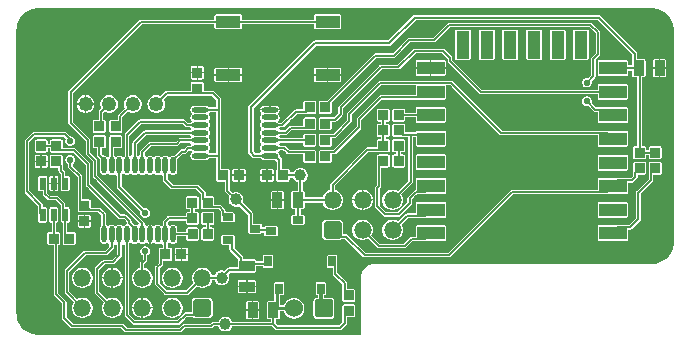
<source format=gbr>
%TF.GenerationSoftware,Altium Limited,Altium Designer,20.1.8 (145)*%
G04 Layer_Physical_Order=1*
G04 Layer_Color=2232046*
%FSLAX45Y45*%
%MOMM*%
%TF.SameCoordinates,FD79255C-762C-4566-ADEE-39C3475191BA*%
%TF.FilePolarity,Positive*%
%TF.FileFunction,Copper,L1,Top,Signal*%
%TF.Part,Single*%
G01*
G75*
%TA.AperFunction,SMDPad,CuDef*%
G04:AMPARAMS|DCode=10|XSize=2.1mm|YSize=1mm|CornerRadius=0.05mm|HoleSize=0mm|Usage=FLASHONLY|Rotation=180.000|XOffset=0mm|YOffset=0mm|HoleType=Round|Shape=RoundedRectangle|*
%AMROUNDEDRECTD10*
21,1,2.10000,0.90000,0,0,180.0*
21,1,2.00000,1.00000,0,0,180.0*
1,1,0.10000,-1.00000,0.45000*
1,1,0.10000,1.00000,0.45000*
1,1,0.10000,1.00000,-0.45000*
1,1,0.10000,-1.00000,-0.45000*
%
%ADD10ROUNDEDRECTD10*%
%ADD11O,0.45000X1.40000*%
G04:AMPARAMS|DCode=12|XSize=0.85mm|YSize=0.85mm|CornerRadius=0.0425mm|HoleSize=0mm|Usage=FLASHONLY|Rotation=270.000|XOffset=0mm|YOffset=0mm|HoleType=Round|Shape=RoundedRectangle|*
%AMROUNDEDRECTD12*
21,1,0.85000,0.76500,0,0,270.0*
21,1,0.76500,0.85000,0,0,270.0*
1,1,0.08500,-0.38250,-0.38250*
1,1,0.08500,-0.38250,0.38250*
1,1,0.08500,0.38250,0.38250*
1,1,0.08500,0.38250,-0.38250*
%
%ADD12ROUNDEDRECTD12*%
G04:AMPARAMS|DCode=13|XSize=0.85mm|YSize=0.9mm|CornerRadius=0.0425mm|HoleSize=0mm|Usage=FLASHONLY|Rotation=270.000|XOffset=0mm|YOffset=0mm|HoleType=Round|Shape=RoundedRectangle|*
%AMROUNDEDRECTD13*
21,1,0.85000,0.81500,0,0,270.0*
21,1,0.76500,0.90000,0,0,270.0*
1,1,0.08500,-0.40750,-0.38250*
1,1,0.08500,-0.40750,0.38250*
1,1,0.08500,0.40750,0.38250*
1,1,0.08500,0.40750,-0.38250*
%
%ADD13ROUNDEDRECTD13*%
G04:AMPARAMS|DCode=14|XSize=0.5mm|YSize=1.05mm|CornerRadius=0.025mm|HoleSize=0mm|Usage=FLASHONLY|Rotation=180.000|XOffset=0mm|YOffset=0mm|HoleType=Round|Shape=RoundedRectangle|*
%AMROUNDEDRECTD14*
21,1,0.50000,1.00000,0,0,180.0*
21,1,0.45000,1.05000,0,0,180.0*
1,1,0.05000,-0.22500,0.50000*
1,1,0.05000,0.22500,0.50000*
1,1,0.05000,0.22500,-0.50000*
1,1,0.05000,-0.22500,-0.50000*
%
%ADD14ROUNDEDRECTD14*%
G04:AMPARAMS|DCode=15|XSize=0.85mm|YSize=0.85mm|CornerRadius=0.0425mm|HoleSize=0mm|Usage=FLASHONLY|Rotation=180.000|XOffset=0mm|YOffset=0mm|HoleType=Round|Shape=RoundedRectangle|*
%AMROUNDEDRECTD15*
21,1,0.85000,0.76500,0,0,180.0*
21,1,0.76500,0.85000,0,0,180.0*
1,1,0.08500,-0.38250,0.38250*
1,1,0.08500,0.38250,0.38250*
1,1,0.08500,0.38250,-0.38250*
1,1,0.08500,-0.38250,-0.38250*
%
%ADD15ROUNDEDRECTD15*%
G04:AMPARAMS|DCode=16|XSize=1.275mm|YSize=0.9mm|CornerRadius=0.045mm|HoleSize=0mm|Usage=FLASHONLY|Rotation=90.000|XOffset=0mm|YOffset=0mm|HoleType=Round|Shape=RoundedRectangle|*
%AMROUNDEDRECTD16*
21,1,1.27500,0.81000,0,0,90.0*
21,1,1.18500,0.90000,0,0,90.0*
1,1,0.09000,0.40500,0.59250*
1,1,0.09000,0.40500,-0.59250*
1,1,0.09000,-0.40500,-0.59250*
1,1,0.09000,-0.40500,0.59250*
%
%ADD16ROUNDEDRECTD16*%
G04:AMPARAMS|DCode=17|XSize=0.6mm|YSize=0.9mm|CornerRadius=0.03mm|HoleSize=0mm|Usage=FLASHONLY|Rotation=270.000|XOffset=0mm|YOffset=0mm|HoleType=Round|Shape=RoundedRectangle|*
%AMROUNDEDRECTD17*
21,1,0.60000,0.84000,0,0,270.0*
21,1,0.54000,0.90000,0,0,270.0*
1,1,0.06000,-0.42000,-0.27000*
1,1,0.06000,-0.42000,0.27000*
1,1,0.06000,0.42000,0.27000*
1,1,0.06000,0.42000,-0.27000*
%
%ADD17ROUNDEDRECTD17*%
%ADD18O,1.40000X0.45000*%
%ADD19C,1.00000*%
G04:AMPARAMS|DCode=20|XSize=0.6mm|YSize=0.9mm|CornerRadius=0.03mm|HoleSize=0mm|Usage=FLASHONLY|Rotation=0.000|XOffset=0mm|YOffset=0mm|HoleType=Round|Shape=RoundedRectangle|*
%AMROUNDEDRECTD20*
21,1,0.60000,0.84000,0,0,0.0*
21,1,0.54000,0.90000,0,0,0.0*
1,1,0.06000,0.27000,-0.42000*
1,1,0.06000,-0.27000,-0.42000*
1,1,0.06000,-0.27000,0.42000*
1,1,0.06000,0.27000,0.42000*
%
%ADD20ROUNDEDRECTD20*%
G04:AMPARAMS|DCode=21|XSize=1.275mm|YSize=0.9mm|CornerRadius=0.045mm|HoleSize=0mm|Usage=FLASHONLY|Rotation=180.000|XOffset=0mm|YOffset=0mm|HoleType=Round|Shape=RoundedRectangle|*
%AMROUNDEDRECTD21*
21,1,1.27500,0.81000,0,0,180.0*
21,1,1.18500,0.90000,0,0,180.0*
1,1,0.09000,-0.59250,0.40500*
1,1,0.09000,0.59250,0.40500*
1,1,0.09000,0.59250,-0.40500*
1,1,0.09000,-0.59250,-0.40500*
%
%ADD21ROUNDEDRECTD21*%
G04:AMPARAMS|DCode=22|XSize=0.85mm|YSize=0.9mm|CornerRadius=0.0425mm|HoleSize=0mm|Usage=FLASHONLY|Rotation=0.000|XOffset=0mm|YOffset=0mm|HoleType=Round|Shape=RoundedRectangle|*
%AMROUNDEDRECTD22*
21,1,0.85000,0.81500,0,0,0.0*
21,1,0.76500,0.90000,0,0,0.0*
1,1,0.08500,0.38250,-0.40750*
1,1,0.08500,-0.38250,-0.40750*
1,1,0.08500,-0.38250,0.40750*
1,1,0.08500,0.38250,0.40750*
%
%ADD22ROUNDEDRECTD22*%
%TA.AperFunction,ConnectorPad*%
G04:AMPARAMS|DCode=23|XSize=1.1mm|YSize=2.3mm|CornerRadius=0.0055mm|HoleSize=0mm|Usage=FLASHONLY|Rotation=270.000|XOffset=0mm|YOffset=0mm|HoleType=Round|Shape=RoundedRectangle|*
%AMROUNDEDRECTD23*
21,1,1.10000,2.28900,0,0,270.0*
21,1,1.08900,2.30000,0,0,270.0*
1,1,0.01100,-1.14450,-0.54450*
1,1,0.01100,-1.14450,0.54450*
1,1,0.01100,1.14450,0.54450*
1,1,0.01100,1.14450,-0.54450*
%
%ADD23ROUNDEDRECTD23*%
G04:AMPARAMS|DCode=24|XSize=1.1mm|YSize=2.3mm|CornerRadius=0.0055mm|HoleSize=0mm|Usage=FLASHONLY|Rotation=0.000|XOffset=0mm|YOffset=0mm|HoleType=Round|Shape=RoundedRectangle|*
%AMROUNDEDRECTD24*
21,1,1.10000,2.28900,0,0,0.0*
21,1,1.08900,2.30000,0,0,0.0*
1,1,0.01100,0.54450,-1.14450*
1,1,0.01100,-0.54450,-1.14450*
1,1,0.01100,-0.54450,1.14450*
1,1,0.01100,0.54450,1.14450*
%
%ADD24ROUNDEDRECTD24*%
%TA.AperFunction,Conductor*%
%ADD25C,0.12700*%
%ADD26C,0.20320*%
%ADD27C,0.15240*%
%ADD28C,0.25400*%
%ADD29C,0.30480*%
%TA.AperFunction,ComponentPad*%
%ADD30C,1.50000*%
%ADD31C,1.25000*%
G04:AMPARAMS|DCode=32|XSize=1.5mm|YSize=1.45mm|CornerRadius=0.18125mm|HoleSize=0mm|Usage=FLASHONLY|Rotation=180.000|XOffset=0mm|YOffset=0mm|HoleType=Round|Shape=RoundedRectangle|*
%AMROUNDEDRECTD32*
21,1,1.50000,1.08750,0,0,180.0*
21,1,1.13750,1.45000,0,0,180.0*
1,1,0.36250,-0.56875,0.54375*
1,1,0.36250,0.56875,0.54375*
1,1,0.36250,0.56875,-0.54375*
1,1,0.36250,-0.56875,-0.54375*
%
%ADD32ROUNDEDRECTD32*%
%ADD33O,1.50000X1.45000*%
%TA.AperFunction,ViaPad*%
%ADD34C,3.60000*%
%TA.AperFunction,ComponentPad*%
%ADD35C,1.52400*%
G04:AMPARAMS|DCode=36|XSize=1.524mm|YSize=1.524mm|CornerRadius=0.1905mm|HoleSize=0mm|Usage=FLASHONLY|Rotation=180.000|XOffset=0mm|YOffset=0mm|HoleType=Round|Shape=RoundedRectangle|*
%AMROUNDEDRECTD36*
21,1,1.52400,1.14300,0,0,180.0*
21,1,1.14300,1.52400,0,0,180.0*
1,1,0.38100,-0.57150,0.57150*
1,1,0.38100,0.57150,0.57150*
1,1,0.38100,0.57150,-0.57150*
1,1,0.38100,-0.57150,-0.57150*
%
%ADD36ROUNDEDRECTD36*%
%TA.AperFunction,ViaPad*%
%ADD37C,0.56000*%
G36*
X200000Y2782065D02*
X5397715D01*
X5415403Y2781417D01*
X5415921Y2781395D01*
X5417500Y2781327D01*
X5434444Y2778851D01*
X5435544Y2778688D01*
X5452888Y2774343D01*
X5469722Y2768320D01*
X5485884Y2760676D01*
X5501220Y2751484D01*
X5515580Y2740833D01*
X5528828Y2728826D01*
X5540835Y2715579D01*
X5551485Y2701218D01*
X5560677Y2685883D01*
X5568321Y2669720D01*
X5574344Y2652886D01*
X5578689Y2635543D01*
X5581312Y2617857D01*
X5582156Y2600680D01*
X5582067Y2600000D01*
Y800000D01*
X5582156Y799320D01*
X5581312Y782142D01*
X5578689Y764457D01*
X5574344Y747113D01*
X5568321Y730279D01*
X5560677Y714117D01*
X5551485Y698781D01*
X5540834Y684421D01*
X5528827Y671173D01*
X5515580Y659166D01*
X5501219Y648515D01*
X5485884Y639324D01*
X5469721Y631679D01*
X5452887Y625656D01*
X5435544Y621311D01*
X5417858Y618688D01*
X5400680Y617844D01*
X5400000Y617934D01*
X3068580Y617933D01*
X3050800Y617966D01*
X3037592Y617225D01*
X3033595Y616545D01*
X3024550Y615008D01*
X3011838Y611346D01*
X2999617Y606284D01*
X2988038Y599885D01*
X2977250Y592230D01*
X2967386Y583415D01*
X2958571Y573551D01*
X2950916Y562762D01*
X2944517Y551184D01*
X2939454Y538962D01*
X2935792Y526250D01*
X2934255Y517206D01*
X2933575Y513209D01*
X2932834Y500000D01*
X2932867D01*
Y17933D01*
X200000D01*
X199320Y17844D01*
X182142Y18688D01*
X164457Y21311D01*
X147113Y25656D01*
X130279Y31679D01*
X114117Y39323D01*
X98781Y48515D01*
X84420Y59166D01*
X71173Y71173D01*
X59166Y84420D01*
X48515Y98781D01*
X39323Y114117D01*
X31679Y130279D01*
X25656Y147113D01*
X21311Y164457D01*
X18688Y182142D01*
X17852Y199150D01*
X17934Y199769D01*
X17933Y2600000D01*
X17844Y2600680D01*
X18688Y2617856D01*
X21311Y2635542D01*
X25656Y2652885D01*
X31679Y2669720D01*
X39323Y2685882D01*
X48515Y2701218D01*
X59166Y2715579D01*
X71173Y2728826D01*
X84420Y2740833D01*
X98781Y2751484D01*
X114117Y2760675D01*
X130279Y2768320D01*
X147113Y2774343D01*
X164457Y2778688D01*
X182142Y2781311D01*
X199320Y2782155D01*
X200000Y2782065D01*
D02*
G37*
%LPC*%
G36*
X2751679Y2730637D02*
X2551678D01*
X2547058Y2730028D01*
X2542752Y2728245D01*
X2539055Y2725408D01*
X2536218Y2721710D01*
X2534434Y2717405D01*
X2533826Y2712784D01*
Y2686998D01*
X1929531D01*
Y2712784D01*
X1928923Y2717405D01*
X1927139Y2721710D01*
X1924302Y2725408D01*
X1920605Y2728245D01*
X1916299Y2730028D01*
X1911679Y2730637D01*
X1711679D01*
X1707058Y2730028D01*
X1702752Y2728245D01*
X1699055Y2725408D01*
X1696218Y2721710D01*
X1694434Y2717405D01*
X1693826Y2712784D01*
Y2686998D01*
X1070692D01*
X1070690Y2686999D01*
X1065717Y2686344D01*
X1061083Y2684424D01*
X1057104Y2681371D01*
X1057103Y2681370D01*
X463300Y2087567D01*
X460247Y2083588D01*
X458327Y2078954D01*
X457672Y2073981D01*
X457672Y2073979D01*
Y1813486D01*
X457672Y1813484D01*
X458327Y1808511D01*
X460247Y1803877D01*
X463300Y1799897D01*
X605824Y1657374D01*
Y1550159D01*
X605823Y1550157D01*
X606478Y1545184D01*
X608398Y1540550D01*
X611451Y1536570D01*
X663740Y1484282D01*
Y1362188D01*
X663740Y1362185D01*
X664395Y1357213D01*
X666315Y1352578D01*
X669368Y1348599D01*
X1053559Y964408D01*
X1049390Y950510D01*
X1038630Y945209D01*
X1032516Y948478D01*
X1025880Y950491D01*
X1018980Y951170D01*
X1012347Y950517D01*
X992567Y970297D01*
Y984643D01*
X992567Y984645D01*
X991912Y989618D01*
X989993Y994252D01*
X986940Y998232D01*
X986939Y998232D01*
X953996Y1031175D01*
X950016Y1034229D01*
X945382Y1036148D01*
X940409Y1036803D01*
X940407Y1036803D01*
X902434D01*
X642887Y1296350D01*
Y1461607D01*
X642887Y1461609D01*
X642232Y1466583D01*
X640313Y1471217D01*
X637259Y1475196D01*
X637258Y1475197D01*
X518436Y1594020D01*
X514456Y1597073D01*
X509822Y1598993D01*
X504849Y1599648D01*
X504847Y1599648D01*
X411673D01*
Y1654833D01*
X411091Y1659258D01*
X409383Y1663381D01*
X406666Y1666922D01*
X403125Y1669639D01*
X399002Y1671347D01*
X394577Y1671930D01*
X318077D01*
X313652Y1671347D01*
X309529Y1669639D01*
X305988Y1666922D01*
X303271Y1663381D01*
X301563Y1659258D01*
X300981Y1654833D01*
Y1635798D01*
X282029Y1635797D01*
Y1654833D01*
X281446Y1659258D01*
X279738Y1663381D01*
X277022Y1666922D01*
X273481Y1669639D01*
X269358Y1671347D01*
X264933Y1671929D01*
X188432D01*
X184008Y1671347D01*
X179884Y1669639D01*
X176344Y1666922D01*
X173627Y1663381D01*
X171919Y1659258D01*
X171336Y1654833D01*
Y1578333D01*
X171919Y1573908D01*
X173627Y1569785D01*
X176344Y1566244D01*
X179884Y1563527D01*
X184008Y1561819D01*
X188432Y1561237D01*
X264933D01*
X269358Y1561819D01*
X273481Y1563527D01*
X277022Y1566244D01*
X279738Y1569785D01*
X281446Y1573908D01*
X282029Y1578333D01*
Y1597369D01*
X300981Y1597369D01*
Y1578333D01*
X301563Y1573908D01*
X303271Y1569785D01*
X305988Y1566244D01*
X309529Y1563527D01*
X313652Y1561819D01*
X318077Y1561237D01*
X392338D01*
X392477Y1561219D01*
X392479Y1561219D01*
X496890D01*
X604458Y1453651D01*
Y1288393D01*
X604458Y1288391D01*
X605113Y1283418D01*
X607033Y1278784D01*
X610086Y1274804D01*
X880888Y1004003D01*
X880889Y1004002D01*
X884868Y1000948D01*
X889502Y999029D01*
X894475Y998374D01*
X894477Y998374D01*
X932450D01*
X954139Y976686D01*
Y968384D01*
X954082Y962243D01*
X949060Y953814D01*
X940444Y948478D01*
X934329Y945209D01*
X933361Y944414D01*
X927342Y940811D01*
X915618D01*
X909599Y944414D01*
X908631Y945209D01*
X902516Y948478D01*
X895880Y950491D01*
X888980Y951170D01*
X882080Y950491D01*
X875444Y948478D01*
X869329Y945209D01*
X868360Y944414D01*
X862341Y940811D01*
X850619D01*
X844600Y944414D01*
X843631Y945209D01*
X837516Y948478D01*
X830880Y950491D01*
X823980Y951170D01*
X817080Y950491D01*
X810444Y948478D01*
X804329Y945209D01*
X803361Y944414D01*
X797342Y940811D01*
X790951D01*
X775652Y954463D01*
Y1036801D01*
X775652Y1036803D01*
X774997Y1041775D01*
X773078Y1046410D01*
X770024Y1050389D01*
X770023Y1050390D01*
X732997Y1087417D01*
X729018Y1090470D01*
X724383Y1092390D01*
X719410Y1093045D01*
X719408Y1093044D01*
X648629D01*
X647408Y1094266D01*
Y1148230D01*
X646825Y1152655D01*
X645117Y1156778D01*
X642400Y1160319D01*
X638860Y1163036D01*
X634736Y1164744D01*
X630311Y1165326D01*
X575888D01*
Y1358959D01*
X575888Y1358961D01*
X575233Y1363934D01*
X573313Y1368568D01*
X570260Y1372548D01*
X570259Y1372549D01*
X493868Y1448939D01*
X495500Y1467099D01*
X495506Y1467138D01*
X501701Y1472222D01*
X506787Y1478419D01*
X510566Y1485490D01*
X512893Y1493161D01*
X513679Y1501140D01*
X512893Y1509119D01*
X510566Y1516790D01*
X506787Y1523861D01*
X501701Y1530058D01*
X495503Y1535145D01*
X488433Y1538924D01*
X480761Y1541251D01*
X472782Y1542037D01*
X464804Y1541251D01*
X457132Y1538924D01*
X450061Y1535145D01*
X443864Y1530058D01*
X438778Y1523861D01*
X434999Y1516790D01*
X432671Y1509119D01*
X431886Y1501140D01*
X432671Y1493161D01*
X434999Y1485490D01*
X438778Y1478419D01*
X443864Y1472222D01*
X450061Y1467135D01*
X453568Y1465261D01*
Y1442854D01*
X453568Y1442852D01*
X454223Y1437879D01*
X456142Y1433245D01*
X459196Y1429265D01*
X537459Y1351002D01*
Y1153045D01*
X537297Y1152655D01*
X536715Y1148230D01*
Y1071730D01*
X537297Y1067305D01*
X539006Y1063182D01*
X541722Y1059641D01*
X545263Y1056924D01*
X549386Y1055216D01*
X553811Y1054634D01*
X630311D01*
X634736Y1055216D01*
X635282Y1055442D01*
X635697Y1055270D01*
X640670Y1054615D01*
X640672Y1054616D01*
X711451D01*
X737223Y1028844D01*
Y943481D01*
X733969Y940811D01*
X729571Y935451D01*
X726302Y929336D01*
X724289Y922700D01*
X723610Y915800D01*
Y820800D01*
X724289Y813900D01*
X726302Y807264D01*
X729571Y801149D01*
X733969Y795789D01*
X739329Y791391D01*
X745444Y788122D01*
X752080Y786109D01*
X758980Y785430D01*
X765880Y786109D01*
X772516Y788122D01*
X778631Y791391D01*
X779599Y792186D01*
X785618Y795789D01*
X788904D01*
X802992Y782729D01*
X803221Y764139D01*
X768867Y729786D01*
X599102D01*
X594129Y729131D01*
X589495Y727211D01*
X585516Y724158D01*
X585515Y724157D01*
X432187Y570829D01*
X429133Y566850D01*
X427214Y562215D01*
X426559Y557242D01*
X426559Y557240D01*
Y376493D01*
X426559Y376491D01*
X427214Y371518D01*
X429133Y366884D01*
X432187Y362904D01*
X500996Y294095D01*
X498361Y290151D01*
X493421Y280135D01*
X489831Y269559D01*
X487652Y258605D01*
X486922Y247460D01*
X487652Y236315D01*
X489831Y225361D01*
X493421Y214785D01*
X498361Y204769D01*
X504566Y195482D01*
X511930Y187085D01*
X520327Y179721D01*
X529613Y173516D01*
X539630Y168576D01*
X550206Y164986D01*
X561160Y162808D01*
X572304Y162077D01*
X577304D01*
X588449Y162808D01*
X599403Y164986D01*
X609979Y168576D01*
X619996Y173516D01*
X629282Y179721D01*
X637679Y187085D01*
X645043Y195482D01*
X651248Y204769D01*
X656188Y214785D01*
X659778Y225361D01*
X661957Y236315D01*
X662687Y247460D01*
X661957Y258605D01*
X659778Y269559D01*
X656188Y280135D01*
X651248Y290151D01*
X645043Y299438D01*
X637679Y307835D01*
X629282Y315199D01*
X619996Y321404D01*
X609979Y326344D01*
X599403Y329934D01*
X588449Y332112D01*
X577304Y332843D01*
X572304D01*
X561160Y332112D01*
X550206Y329934D01*
X539630Y326344D01*
X529613Y321404D01*
X528666Y320771D01*
X464988Y384450D01*
Y549283D01*
X607061Y691357D01*
X776824D01*
X776826Y691357D01*
X781799Y692012D01*
X786434Y693931D01*
X790413Y696985D01*
X837566Y744137D01*
X837567Y744138D01*
X840620Y748118D01*
X842540Y752752D01*
X843195Y757725D01*
X843194Y757727D01*
Y781472D01*
X860974Y789234D01*
X869766Y781084D01*
Y697606D01*
X824723Y652564D01*
X756484D01*
X756482Y652565D01*
X751509Y651910D01*
X746875Y649990D01*
X742896Y646937D01*
X742895Y646936D01*
X686598Y590639D01*
X683545Y586659D01*
X681625Y582026D01*
X680970Y577052D01*
X680970Y577050D01*
Y376082D01*
X680970Y376080D01*
X681625Y371106D01*
X683545Y366472D01*
X686598Y362493D01*
X754996Y294095D01*
X752361Y290151D01*
X747421Y280135D01*
X743831Y269559D01*
X741652Y258605D01*
X740922Y247460D01*
X741652Y236315D01*
X743831Y225361D01*
X747421Y214785D01*
X752361Y204769D01*
X758566Y195482D01*
X765930Y187085D01*
X774327Y179721D01*
X783613Y173516D01*
X793630Y168576D01*
X804206Y164986D01*
X815160Y162808D01*
X826304Y162077D01*
X831304D01*
X842449Y162808D01*
X853403Y164986D01*
X863979Y168576D01*
X873996Y173516D01*
X883282Y179721D01*
X891679Y187085D01*
X899043Y195482D01*
X905248Y204769D01*
X910188Y214785D01*
X913778Y225361D01*
X915957Y236315D01*
X916687Y247460D01*
X915957Y258605D01*
X913778Y269559D01*
X910188Y280135D01*
X905248Y290151D01*
X899043Y299438D01*
X891679Y307835D01*
X883282Y315199D01*
X873996Y321404D01*
X863979Y326344D01*
X853403Y329934D01*
X842449Y332112D01*
X831304Y332843D01*
X826304D01*
X815160Y332112D01*
X804206Y329934D01*
X793630Y326344D01*
X783613Y321404D01*
X782666Y320771D01*
X719399Y384039D01*
Y569093D01*
X764441Y614136D01*
X832680D01*
X832682Y614135D01*
X837655Y614790D01*
X842289Y616710D01*
X846269Y619763D01*
X902566Y676060D01*
X902567Y676061D01*
X905620Y680041D01*
X907539Y684675D01*
X908195Y689648D01*
X908194Y689650D01*
Y781473D01*
X925974Y789235D01*
X934766Y781084D01*
Y185700D01*
X934765Y185698D01*
X935421Y180725D01*
X937340Y176091D01*
X940393Y172112D01*
X1002508Y109997D01*
X1002509Y109996D01*
X1006488Y106943D01*
X1011123Y105023D01*
X1016096Y104368D01*
X1016098Y104369D01*
X1389092D01*
X1389094Y104368D01*
X1394067Y105023D01*
X1398701Y106943D01*
X1402681Y109996D01*
X1462049Y169365D01*
X1514243D01*
X1516721Y167331D01*
X1522076Y164469D01*
X1527887Y162706D01*
X1533929Y162111D01*
X1647679D01*
X1653722Y162706D01*
X1659532Y164469D01*
X1664887Y167331D01*
X1669581Y171183D01*
X1673433Y175877D01*
X1676295Y181232D01*
X1678058Y187042D01*
X1678653Y193085D01*
Y301835D01*
X1678058Y307878D01*
X1676295Y313688D01*
X1673433Y319043D01*
X1669581Y323737D01*
X1664887Y327589D01*
X1659532Y330451D01*
X1653722Y332214D01*
X1647679Y332809D01*
X1533929D01*
X1527887Y332214D01*
X1522076Y330451D01*
X1516721Y327589D01*
X1512027Y323737D01*
X1508175Y319043D01*
X1505313Y313688D01*
X1503550Y307878D01*
X1502955Y301835D01*
Y207793D01*
X1454092D01*
X1454090Y207794D01*
X1449117Y207139D01*
X1444483Y205219D01*
X1440504Y202166D01*
X1440503Y202165D01*
X1381135Y142797D01*
X1024054D01*
X973194Y193657D01*
Y791157D01*
X973631Y791391D01*
X974600Y792186D01*
X980619Y795789D01*
X992341D01*
X998360Y792186D01*
X999329Y791391D01*
X1005444Y788122D01*
X1012080Y786109D01*
X1018980Y785430D01*
X1025880Y786109D01*
X1032516Y788122D01*
X1038631Y791391D01*
X1039599Y792186D01*
X1045618Y795789D01*
X1057342D01*
X1063361Y792186D01*
X1064329Y791391D01*
X1070444Y788122D01*
X1077080Y786109D01*
X1083980Y785430D01*
X1090880Y786109D01*
X1097516Y788122D01*
X1103631Y791391D01*
X1104600Y792186D01*
X1110619Y795789D01*
X1122341D01*
X1128360Y792186D01*
X1129329Y791391D01*
X1135444Y788122D01*
X1142080Y786109D01*
X1142630Y786055D01*
Y868300D01*
Y950545D01*
X1142080Y950491D01*
X1135444Y948478D01*
X1129329Y945209D01*
X1128360Y944414D01*
X1122341Y940811D01*
X1119056D01*
X1103194Y955516D01*
Y961158D01*
X1103195Y961160D01*
X1102540Y966133D01*
X1100620Y970767D01*
X1097567Y974747D01*
X1097566Y974748D01*
X702169Y1370145D01*
Y1492238D01*
X702169Y1492240D01*
X701514Y1497213D01*
X699595Y1501847D01*
X696541Y1505827D01*
X696540Y1505828D01*
X644252Y1558116D01*
Y1665331D01*
X644252Y1665333D01*
X643597Y1670306D01*
X641678Y1674940D01*
X638625Y1678919D01*
X638624Y1678920D01*
X496101Y1821443D01*
Y2066022D01*
X1078649Y2648570D01*
X1693826D01*
Y2622784D01*
X1694434Y2618164D01*
X1696218Y2613858D01*
X1699055Y2610160D01*
X1702752Y2607323D01*
X1707058Y2605540D01*
X1711679Y2604932D01*
X1911679D01*
X1916299Y2605540D01*
X1920605Y2607323D01*
X1924302Y2610160D01*
X1927139Y2613858D01*
X1928923Y2618164D01*
X1929531Y2622784D01*
Y2648570D01*
X2533826D01*
Y2622784D01*
X2534434Y2618164D01*
X2536218Y2613858D01*
X2539055Y2610160D01*
X2542752Y2607323D01*
X2547058Y2605540D01*
X2551678Y2604932D01*
X2751679D01*
X2756299Y2605540D01*
X2760605Y2607323D01*
X2764302Y2610160D01*
X2767139Y2613858D01*
X2768923Y2618164D01*
X2769531Y2622784D01*
Y2712784D01*
X2768923Y2717405D01*
X2767139Y2721710D01*
X2764302Y2725408D01*
X2760605Y2728245D01*
X2756299Y2730028D01*
X2751679Y2730637D01*
D02*
G37*
G36*
X4877608Y2659632D02*
X4877606Y2659632D01*
X3681704D01*
X3681702Y2659632D01*
X3676728Y2658977D01*
X3672094Y2657058D01*
X3668115Y2654005D01*
X3668114Y2654004D01*
X3546008Y2531898D01*
X3342087D01*
X3337114Y2531243D01*
X3332480Y2529323D01*
X3328501Y2526270D01*
X3328500Y2526269D01*
X3203216Y2400985D01*
X3057165D01*
X3057163Y2400985D01*
X3052190Y2400330D01*
X3047555Y2398411D01*
X3043576Y2395357D01*
X3043575Y2395356D01*
X2653268Y2005049D01*
X2650214Y2001069D01*
X2649128Y1998446D01*
X2593190D01*
X2588765Y1997864D01*
X2584642Y1996156D01*
X2581101Y1993439D01*
X2578384Y1989898D01*
X2576676Y1985775D01*
X2576094Y1981350D01*
Y1904850D01*
X2576676Y1900425D01*
X2578384Y1896302D01*
X2581101Y1892761D01*
X2584642Y1890044D01*
X2588765Y1888336D01*
X2593190Y1887754D01*
X2669690D01*
X2674115Y1888336D01*
X2678238Y1890044D01*
X2681779Y1892761D01*
X2684496Y1896302D01*
X2686204Y1900425D01*
X2686786Y1904850D01*
Y1981350D01*
X2686452Y1983887D01*
X3065122Y2362556D01*
X3211173D01*
X3211175Y2362556D01*
X3216147Y2363211D01*
X3220782Y2365131D01*
X3224761Y2368184D01*
X3350046Y2493469D01*
X3553965D01*
X3553967Y2493469D01*
X3558940Y2494124D01*
X3563574Y2496043D01*
X3567554Y2499097D01*
X3689660Y2621204D01*
X4869649D01*
X4920712Y2570140D01*
Y2400670D01*
X4888051Y2368009D01*
X4884998Y2364030D01*
X4883078Y2359395D01*
X4882424Y2354423D01*
X4882424Y2354420D01*
Y2215699D01*
X4859601Y2192877D01*
X4855796Y2194031D01*
X4847818Y2194817D01*
X4839839Y2194031D01*
X4832167Y2191704D01*
X4825097Y2187925D01*
X4818899Y2182838D01*
X4813813Y2176641D01*
X4810034Y2169570D01*
X4807707Y2161899D01*
X4806921Y2153920D01*
X4807707Y2145941D01*
X4810034Y2138270D01*
X4813813Y2131199D01*
X4818899Y2125002D01*
X4825097Y2119915D01*
X4832167Y2116136D01*
X4839839Y2113809D01*
X4847818Y2113023D01*
X4855796Y2113809D01*
X4863468Y2116136D01*
X4870539Y2119915D01*
X4876736Y2125002D01*
X4881822Y2131199D01*
X4885601Y2138270D01*
X4887929Y2145941D01*
X4888714Y2153920D01*
X4887929Y2161899D01*
X4886774Y2165704D01*
X4915224Y2194153D01*
X4915225Y2194154D01*
X4918278Y2198133D01*
X4920198Y2202768D01*
X4920853Y2207741D01*
X4920852Y2207743D01*
Y2346463D01*
X4953512Y2379124D01*
X4953513Y2379124D01*
X4956567Y2383104D01*
X4958486Y2387738D01*
X4959141Y2392711D01*
Y2578099D01*
X4958486Y2583072D01*
X4956567Y2587706D01*
X4953513Y2591686D01*
X4953512Y2591686D01*
X4891194Y2654005D01*
X4887215Y2657058D01*
X4882581Y2658978D01*
X4877608Y2659632D01*
D02*
G37*
G36*
X3631749Y2439784D02*
X3631747Y2439784D01*
X3388991D01*
X3388989Y2439784D01*
X3384016Y2439129D01*
X3379382Y2437209D01*
X3375403Y2434156D01*
X3375402Y2434155D01*
X3244169Y2302922D01*
X3101222D01*
X3101220Y2302922D01*
X3096247Y2302267D01*
X3091613Y2300347D01*
X3087633Y2297294D01*
X3087633Y2297293D01*
X2748102Y1957763D01*
X2745049Y1953783D01*
X2743129Y1949149D01*
X2742474Y1944176D01*
X2742475Y1944174D01*
Y1893032D01*
X2709548Y1860106D01*
X2667592D01*
X2667590Y1860106D01*
X2667451Y1860088D01*
X2593190D01*
X2588765Y1859506D01*
X2584642Y1857797D01*
X2581101Y1855081D01*
X2578384Y1851540D01*
X2576676Y1847417D01*
X2576094Y1842992D01*
Y1766492D01*
X2576676Y1762067D01*
X2578384Y1757943D01*
X2581101Y1754403D01*
X2584642Y1751686D01*
X2588765Y1749978D01*
X2593190Y1749395D01*
X2669690D01*
X2674115Y1749978D01*
X2678238Y1751686D01*
X2681779Y1754403D01*
X2684496Y1757943D01*
X2686204Y1762067D01*
X2686786Y1766492D01*
Y1821677D01*
X2717505D01*
X2717507Y1821677D01*
X2722480Y1822332D01*
X2727114Y1824252D01*
X2731094Y1827305D01*
X2775275Y1871486D01*
X2775276Y1871487D01*
X2778329Y1875466D01*
X2780248Y1880100D01*
X2780904Y1885073D01*
X2780903Y1885075D01*
Y1936217D01*
X3109179Y2264493D01*
X3252126D01*
X3252128Y2264493D01*
X3257100Y2265148D01*
X3261735Y2267067D01*
X3265714Y2270121D01*
X3396948Y2401355D01*
X3623790D01*
X3670843Y2354302D01*
Y2334638D01*
X3670843Y2334636D01*
X3671497Y2329663D01*
X3673417Y2325029D01*
X3676470Y2321049D01*
X3936136Y2061384D01*
X3936137Y2061383D01*
X3940117Y2058329D01*
X3944751Y2056410D01*
X3949724Y2055755D01*
X3949726Y2055755D01*
X4938762D01*
Y2020519D01*
X4939218Y2017060D01*
X4940553Y2013837D01*
X4942677Y2011070D01*
X4945444Y2008946D01*
X4948668Y2007611D01*
X4952126Y2007155D01*
X5181027D01*
X5184486Y2007611D01*
X5187709Y2008946D01*
X5190477Y2011070D01*
X5192600Y2013837D01*
X5193936Y2017060D01*
X5194391Y2020519D01*
Y2129419D01*
X5193936Y2132878D01*
X5192600Y2136102D01*
X5190477Y2138869D01*
X5187709Y2140993D01*
X5184486Y2142328D01*
X5181027Y2142784D01*
X4952126D01*
X4948668Y2142328D01*
X4945444Y2140993D01*
X4942677Y2138869D01*
X4940553Y2136102D01*
X4939218Y2132878D01*
X4938762Y2129419D01*
Y2094184D01*
X3957683D01*
X3709271Y2342595D01*
Y2362261D01*
X3708617Y2367234D01*
X3706697Y2371869D01*
X3703644Y2375848D01*
X3703643Y2375849D01*
X3645336Y2434156D01*
X3641356Y2437209D01*
X3636722Y2439129D01*
X3631749Y2439784D01*
D02*
G37*
G36*
X4851627Y2601724D02*
X4742727D01*
X4739268Y2601268D01*
X4736044Y2599933D01*
X4733277Y2597809D01*
X4731153Y2595042D01*
X4729818Y2591819D01*
X4729362Y2588360D01*
Y2359459D01*
X4729818Y2356000D01*
X4731153Y2352777D01*
X4733277Y2350010D01*
X4736044Y2347886D01*
X4739268Y2346551D01*
X4742727Y2346095D01*
X4851627D01*
X4855086Y2346551D01*
X4858309Y2347886D01*
X4861076Y2350010D01*
X4863200Y2352777D01*
X4864535Y2356000D01*
X4864991Y2359459D01*
Y2588360D01*
X4864535Y2591819D01*
X4863200Y2595042D01*
X4861076Y2597809D01*
X4858309Y2599933D01*
X4855086Y2601268D01*
X4851627Y2601724D01*
D02*
G37*
G36*
X4653507D02*
X4544607D01*
X4541148Y2601268D01*
X4537924Y2599933D01*
X4535157Y2597809D01*
X4533033Y2595042D01*
X4531698Y2591819D01*
X4531242Y2588360D01*
Y2359459D01*
X4531698Y2356000D01*
X4533033Y2352777D01*
X4535157Y2350010D01*
X4537924Y2347886D01*
X4541148Y2346551D01*
X4544607Y2346095D01*
X4653507D01*
X4656966Y2346551D01*
X4660189Y2347886D01*
X4662956Y2350010D01*
X4665080Y2352777D01*
X4666415Y2356000D01*
X4666871Y2359459D01*
Y2588360D01*
X4666415Y2591819D01*
X4665080Y2595042D01*
X4662956Y2597809D01*
X4660189Y2599933D01*
X4656966Y2601268D01*
X4653507Y2601724D01*
D02*
G37*
G36*
X4455387D02*
X4346487D01*
X4343028Y2601268D01*
X4339804Y2599933D01*
X4337037Y2597809D01*
X4334913Y2595042D01*
X4333578Y2591819D01*
X4333122Y2588360D01*
Y2359459D01*
X4333578Y2356000D01*
X4334913Y2352777D01*
X4337037Y2350010D01*
X4339804Y2347886D01*
X4343028Y2346551D01*
X4346487Y2346095D01*
X4455387D01*
X4458846Y2346551D01*
X4462069Y2347886D01*
X4464836Y2350010D01*
X4466960Y2352777D01*
X4468295Y2356000D01*
X4468751Y2359459D01*
Y2588360D01*
X4468295Y2591819D01*
X4466960Y2595042D01*
X4464836Y2597809D01*
X4462069Y2599933D01*
X4458846Y2601268D01*
X4455387Y2601724D01*
D02*
G37*
G36*
X4252187D02*
X4143287D01*
X4139828Y2601268D01*
X4136604Y2599933D01*
X4133837Y2597809D01*
X4131713Y2595042D01*
X4130378Y2591819D01*
X4129922Y2588360D01*
Y2359459D01*
X4130378Y2356000D01*
X4131713Y2352777D01*
X4133837Y2350010D01*
X4136604Y2347886D01*
X4139828Y2346551D01*
X4143287Y2346095D01*
X4252187D01*
X4255646Y2346551D01*
X4258869Y2347886D01*
X4261636Y2350010D01*
X4263760Y2352777D01*
X4265095Y2356000D01*
X4265551Y2359459D01*
Y2588360D01*
X4265095Y2591819D01*
X4263760Y2595042D01*
X4261636Y2597809D01*
X4258869Y2599933D01*
X4255646Y2601268D01*
X4252187Y2601724D01*
D02*
G37*
G36*
X4054067D02*
X3945167D01*
X3941708Y2601268D01*
X3938484Y2599933D01*
X3935717Y2597809D01*
X3933593Y2595042D01*
X3932258Y2591819D01*
X3931802Y2588360D01*
Y2359459D01*
X3932258Y2356000D01*
X3933593Y2352777D01*
X3935717Y2350010D01*
X3938484Y2347886D01*
X3941708Y2346551D01*
X3945167Y2346095D01*
X4054067D01*
X4057526Y2346551D01*
X4060749Y2347886D01*
X4063516Y2350010D01*
X4065640Y2352777D01*
X4066975Y2356000D01*
X4067431Y2359459D01*
Y2588360D01*
X4066975Y2591819D01*
X4065640Y2595042D01*
X4063516Y2597809D01*
X4060749Y2599933D01*
X4057526Y2601268D01*
X4054067Y2601724D01*
D02*
G37*
G36*
X3850867D02*
X3741967D01*
X3738508Y2601268D01*
X3735284Y2599933D01*
X3732517Y2597809D01*
X3730393Y2595042D01*
X3729058Y2591819D01*
X3728602Y2588360D01*
Y2359459D01*
X3729058Y2356000D01*
X3730393Y2352777D01*
X3732517Y2350010D01*
X3735284Y2347886D01*
X3738508Y2346551D01*
X3741967Y2346095D01*
X3850867D01*
X3854326Y2346551D01*
X3857549Y2347886D01*
X3860316Y2350010D01*
X3862440Y2352777D01*
X3863775Y2356000D01*
X3864231Y2359459D01*
Y2588360D01*
X3863775Y2591819D01*
X3862440Y2595042D01*
X3860316Y2597809D01*
X3857549Y2599933D01*
X3854326Y2601268D01*
X3850867Y2601724D01*
D02*
G37*
G36*
X4949037Y2726192D02*
X3389687D01*
X3383720Y2725407D01*
X3378159Y2723103D01*
X3373383Y2719439D01*
X3164484Y2510539D01*
X2545381D01*
X2539414Y2509754D01*
X2533852Y2507450D01*
X2529077Y2503786D01*
X1986841Y1961550D01*
X1983177Y1956774D01*
X1980873Y1951214D01*
X1980088Y1945246D01*
Y1564003D01*
X1980873Y1558036D01*
X1983177Y1552475D01*
X1986841Y1547699D01*
X2016805Y1517736D01*
X2021580Y1514071D01*
X2027141Y1511768D01*
X2033109Y1510983D01*
X2089487D01*
X2091090Y1509029D01*
X2096449Y1504630D01*
X2102565Y1501362D01*
X2109200Y1499349D01*
X2116100Y1498670D01*
X2211100D01*
X2219645Y1483796D01*
Y1419171D01*
X2217655Y1416578D01*
X2215947Y1412455D01*
X2215365Y1408030D01*
Y1331529D01*
X2215947Y1327105D01*
X2217655Y1322981D01*
X2220372Y1319441D01*
X2223913Y1316724D01*
X2228036Y1315016D01*
X2232461Y1314433D01*
X2313961D01*
X2318386Y1315016D01*
X2322509Y1316724D01*
X2326050Y1319441D01*
X2328766Y1322981D01*
X2330475Y1327105D01*
X2331057Y1331529D01*
Y1346722D01*
X2362675D01*
X2364952Y1341226D01*
X2370108Y1332812D01*
X2376518Y1325307D01*
X2384022Y1318898D01*
X2392437Y1313741D01*
X2397933Y1311464D01*
Y1235914D01*
X2361966D01*
X2357476Y1235323D01*
X2353291Y1233590D01*
X2349699Y1230833D01*
X2346941Y1227240D01*
X2345208Y1223056D01*
X2344617Y1218566D01*
Y1100066D01*
X2345208Y1095576D01*
X2346941Y1091392D01*
X2349699Y1087799D01*
X2353291Y1085042D01*
X2357476Y1083309D01*
X2361966Y1082718D01*
X2379408D01*
Y1033348D01*
X2360466D01*
X2356367Y1032808D01*
X2352548Y1031226D01*
X2349268Y1028710D01*
X2346752Y1025430D01*
X2345170Y1021611D01*
X2344630Y1017513D01*
Y963513D01*
X2345170Y959414D01*
X2346752Y955595D01*
X2349268Y952315D01*
X2352548Y949799D01*
X2356367Y948217D01*
X2360466Y947677D01*
X2444466D01*
X2448564Y948217D01*
X2452383Y949799D01*
X2455663Y952315D01*
X2458179Y955595D01*
X2459761Y959414D01*
X2460301Y963513D01*
Y1017513D01*
X2459761Y1021611D01*
X2458179Y1025430D01*
X2455663Y1028710D01*
X2452383Y1031226D01*
X2448564Y1032808D01*
X2444466Y1033348D01*
X2425523D01*
Y1082718D01*
X2442966D01*
X2447456Y1083309D01*
X2451640Y1085042D01*
X2455233Y1087799D01*
X2457990Y1091392D01*
X2459723Y1095576D01*
X2460314Y1100066D01*
Y1136258D01*
X2610170D01*
X2612415Y1129643D01*
X2617355Y1119626D01*
X2623560Y1110340D01*
X2630924Y1101943D01*
X2639321Y1094579D01*
X2648607Y1088374D01*
X2658624Y1083434D01*
X2669200Y1079844D01*
X2680154Y1077665D01*
X2691299Y1076935D01*
X2696299D01*
X2707443Y1077665D01*
X2718397Y1079844D01*
X2728973Y1083434D01*
X2738990Y1088374D01*
X2748276Y1094579D01*
X2756673Y1101943D01*
X2764037Y1110340D01*
X2770242Y1119626D01*
X2775182Y1129643D01*
X2778772Y1140219D01*
X2780951Y1151173D01*
X2781682Y1162317D01*
X2780951Y1173462D01*
X2778772Y1184416D01*
X2775182Y1194992D01*
X2770242Y1205009D01*
X2764037Y1214295D01*
X2756673Y1222692D01*
X2748276Y1230056D01*
X2738990Y1236261D01*
X2728973Y1241201D01*
X2718397Y1244791D01*
X2714294Y1245607D01*
Y1280115D01*
X2998202Y1564023D01*
X3089654D01*
X3089874Y1564052D01*
X3162784D01*
X3167209Y1564634D01*
X3171332Y1566342D01*
X3174873Y1569059D01*
X3177590Y1572600D01*
X3179298Y1576723D01*
X3179881Y1581148D01*
Y1657648D01*
X3179298Y1662073D01*
X3177590Y1666196D01*
X3174873Y1669737D01*
X3171332Y1672454D01*
X3167209Y1674162D01*
X3162784Y1674744D01*
X3145030D01*
Y1693212D01*
X3162784D01*
X3167209Y1693794D01*
X3171332Y1695502D01*
X3174873Y1698219D01*
X3177590Y1701760D01*
X3179298Y1705883D01*
X3179881Y1710308D01*
Y1786808D01*
X3179298Y1791233D01*
X3177590Y1795356D01*
X3174873Y1798897D01*
X3171332Y1801614D01*
X3167209Y1803322D01*
X3162784Y1803904D01*
X3145030D01*
Y1823052D01*
X3162784D01*
X3167209Y1823634D01*
X3171332Y1825343D01*
X3174873Y1828059D01*
X3177590Y1831600D01*
X3179298Y1835723D01*
X3179881Y1840148D01*
Y1916648D01*
X3179298Y1921073D01*
X3177590Y1925197D01*
X3174873Y1928737D01*
X3171332Y1931454D01*
X3167209Y1933162D01*
X3162784Y1933745D01*
X3086284D01*
X3081859Y1933162D01*
X3077736Y1931454D01*
X3074195Y1928737D01*
X3071478Y1925197D01*
X3069770Y1921073D01*
X3069188Y1916648D01*
Y1840148D01*
X3069770Y1835723D01*
X3071478Y1831600D01*
X3074195Y1828059D01*
X3077736Y1825343D01*
X3081859Y1823634D01*
X3086284Y1823052D01*
X3104039D01*
Y1803904D01*
X3086284D01*
X3081859Y1803322D01*
X3077736Y1801614D01*
X3074195Y1798897D01*
X3071478Y1795356D01*
X3069770Y1791233D01*
X3069188Y1786808D01*
Y1710308D01*
X3069770Y1705883D01*
X3071478Y1701760D01*
X3074195Y1698219D01*
X3077736Y1695502D01*
X3081859Y1693794D01*
X3086284Y1693212D01*
X3104039D01*
Y1674744D01*
X3086284D01*
X3081859Y1674162D01*
X3077736Y1672454D01*
X3074195Y1669737D01*
X3071478Y1666196D01*
X3069770Y1662073D01*
X3069188Y1657648D01*
Y1605013D01*
X2989713D01*
X2984408Y1604315D01*
X2979465Y1602268D01*
X2975221Y1599010D01*
X2679307Y1303096D01*
X2676050Y1298852D01*
X2674002Y1293909D01*
X2673304Y1288604D01*
Y1245607D01*
X2669200Y1244791D01*
X2658624Y1241201D01*
X2648607Y1236261D01*
X2639321Y1230056D01*
X2630924Y1222692D01*
X2623560Y1214295D01*
X2617355Y1205009D01*
X2612415Y1194992D01*
X2608825Y1184416D01*
X2608419Y1182373D01*
X2460314D01*
Y1218566D01*
X2459723Y1223056D01*
X2457990Y1227240D01*
X2455233Y1230833D01*
X2451640Y1233590D01*
X2447456Y1235323D01*
X2444048Y1235772D01*
Y1311464D01*
X2449543Y1313741D01*
X2457958Y1318898D01*
X2465463Y1325307D01*
X2471872Y1332812D01*
X2477029Y1341226D01*
X2480806Y1350344D01*
X2483110Y1359941D01*
X2483884Y1369780D01*
X2483110Y1379618D01*
X2480806Y1389215D01*
X2477029Y1398333D01*
X2471872Y1406748D01*
X2465463Y1414252D01*
X2457958Y1420662D01*
X2449543Y1425818D01*
X2440426Y1429595D01*
X2430829Y1431899D01*
X2420990Y1432673D01*
X2411152Y1431899D01*
X2401555Y1429595D01*
X2392437Y1425818D01*
X2384022Y1420662D01*
X2376518Y1414252D01*
X2370108Y1406748D01*
X2364952Y1398333D01*
X2362675Y1392837D01*
X2331057D01*
Y1408030D01*
X2330475Y1412455D01*
X2328766Y1416578D01*
X2326050Y1420119D01*
X2322509Y1422835D01*
X2318386Y1424544D01*
X2313961Y1425126D01*
X2265760D01*
Y1501730D01*
X2264974Y1507698D01*
X2262671Y1513259D01*
X2259007Y1518034D01*
X2246159Y1530881D01*
X2246470Y1534040D01*
X2245791Y1540940D01*
X2243778Y1547576D01*
X2240510Y1553691D01*
X2239715Y1554659D01*
X2236111Y1560678D01*
Y1563964D01*
X2250816Y1579826D01*
X2278868D01*
X2308105Y1550589D01*
X2308106Y1550588D01*
X2312085Y1547535D01*
X2316720Y1545615D01*
X2321692Y1544960D01*
X2321694Y1544961D01*
X2446094D01*
Y1489775D01*
X2446676Y1485350D01*
X2448384Y1481227D01*
X2451101Y1477686D01*
X2454642Y1474969D01*
X2458765Y1473261D01*
X2463190Y1472679D01*
X2539690D01*
X2544115Y1473261D01*
X2548238Y1474969D01*
X2551779Y1477686D01*
X2554496Y1481227D01*
X2556204Y1485350D01*
X2556786Y1489775D01*
Y1566275D01*
X2556204Y1570700D01*
X2554496Y1574823D01*
X2551779Y1578364D01*
X2548238Y1581081D01*
X2544115Y1582789D01*
X2539690Y1583371D01*
X2465429D01*
X2465290Y1583390D01*
X2465288Y1583389D01*
X2329651D01*
X2300414Y1612627D01*
X2296434Y1615680D01*
X2291800Y1617600D01*
X2286827Y1618255D01*
X2286825Y1618254D01*
X2250428D01*
X2242666Y1636034D01*
X2250816Y1644826D01*
X2446094D01*
Y1628133D01*
X2446676Y1623708D01*
X2448384Y1619585D01*
X2451101Y1616044D01*
X2454642Y1613327D01*
X2458765Y1611619D01*
X2463190Y1611037D01*
X2539690D01*
X2544115Y1611619D01*
X2548238Y1613327D01*
X2551779Y1616044D01*
X2554496Y1619585D01*
X2556204Y1623708D01*
X2556786Y1628133D01*
Y1704633D01*
X2556204Y1709058D01*
X2554496Y1713181D01*
X2551779Y1716722D01*
X2548238Y1719439D01*
X2544115Y1721147D01*
X2539690Y1721730D01*
X2463190D01*
X2458765Y1721147D01*
X2454642Y1719439D01*
X2451101Y1716722D01*
X2448384Y1713181D01*
X2446676Y1709058D01*
X2446094Y1704633D01*
Y1683254D01*
X2250428D01*
X2242666Y1701034D01*
X2250816Y1709826D01*
X2299152D01*
X2299154Y1709825D01*
X2304126Y1710480D01*
X2308761Y1712400D01*
X2312740Y1715453D01*
X2346664Y1749377D01*
X2465288D01*
X2465290Y1749377D01*
X2465429Y1749395D01*
X2539690D01*
X2544115Y1749978D01*
X2548238Y1751686D01*
X2551779Y1754403D01*
X2554496Y1757943D01*
X2556204Y1762067D01*
X2556786Y1766492D01*
Y1842992D01*
X2556204Y1847417D01*
X2554496Y1851540D01*
X2551779Y1855081D01*
X2548238Y1857797D01*
X2544115Y1859506D01*
X2539690Y1860088D01*
X2463190D01*
X2458765Y1859506D01*
X2454642Y1857797D01*
X2451101Y1855081D01*
X2448384Y1851540D01*
X2446676Y1847417D01*
X2446094Y1842992D01*
Y1787806D01*
X2338707D01*
X2338705Y1787806D01*
X2333732Y1787151D01*
X2329098Y1785232D01*
X2325119Y1782178D01*
X2325118Y1782177D01*
X2291195Y1748254D01*
X2250428D01*
X2242666Y1766034D01*
X2250816Y1774826D01*
X2269342D01*
X2269344Y1774825D01*
X2274317Y1775480D01*
X2278951Y1777400D01*
X2282931Y1780453D01*
X2390213Y1887736D01*
X2465288D01*
X2465290Y1887735D01*
X2465429Y1887754D01*
X2539690D01*
X2544115Y1888336D01*
X2548238Y1890044D01*
X2551779Y1892761D01*
X2554496Y1896302D01*
X2556204Y1900425D01*
X2556786Y1904850D01*
Y1981350D01*
X2556204Y1985775D01*
X2554496Y1989898D01*
X2551779Y1993439D01*
X2548238Y1996156D01*
X2544115Y1997864D01*
X2539690Y1998446D01*
X2463190D01*
X2458765Y1997864D01*
X2454642Y1996156D01*
X2451101Y1993439D01*
X2448384Y1989898D01*
X2446676Y1985775D01*
X2446094Y1981350D01*
Y1926164D01*
X2382256D01*
X2382254Y1926165D01*
X2377281Y1925509D01*
X2372647Y1923590D01*
X2368667Y1920537D01*
X2368667Y1920536D01*
X2261385Y1813254D01*
X2240743D01*
X2240510Y1813691D01*
X2239715Y1814659D01*
X2236111Y1820678D01*
Y1832401D01*
X2239715Y1838421D01*
X2240510Y1839389D01*
X2243778Y1845504D01*
X2245791Y1852140D01*
X2246470Y1859040D01*
X2245791Y1865940D01*
X2243778Y1872576D01*
X2240510Y1878691D01*
X2239715Y1879659D01*
X2236111Y1885678D01*
Y1897401D01*
X2239715Y1903420D01*
X2240510Y1904389D01*
X2243778Y1910504D01*
X2245791Y1917139D01*
X2245845Y1917690D01*
X2163600D01*
X2081355D01*
X2081410Y1917139D01*
X2083422Y1910504D01*
X2086691Y1904389D01*
X2087486Y1903420D01*
X2091090Y1897401D01*
Y1885678D01*
X2087486Y1879659D01*
X2086691Y1878691D01*
X2083422Y1872576D01*
X2081410Y1865940D01*
X2080730Y1859040D01*
X2081410Y1852140D01*
X2083422Y1845504D01*
X2086691Y1839389D01*
X2087486Y1838421D01*
X2091090Y1832401D01*
Y1820678D01*
X2087486Y1814659D01*
X2086691Y1813691D01*
X2083422Y1807576D01*
X2081410Y1800940D01*
X2080730Y1794040D01*
X2081410Y1787139D01*
X2083422Y1780504D01*
X2086691Y1774389D01*
X2087486Y1773420D01*
X2091090Y1767401D01*
Y1755678D01*
X2087486Y1749659D01*
X2086691Y1748691D01*
X2083422Y1742576D01*
X2081410Y1735940D01*
X2080730Y1729040D01*
X2081410Y1722140D01*
X2083422Y1715504D01*
X2086691Y1709389D01*
X2087486Y1708421D01*
X2091090Y1702401D01*
Y1690678D01*
X2087486Y1684659D01*
X2086691Y1683691D01*
X2083422Y1677576D01*
X2081410Y1670940D01*
X2080730Y1664040D01*
X2081410Y1657139D01*
X2083422Y1650504D01*
X2086691Y1644389D01*
X2087486Y1643420D01*
X2091090Y1637401D01*
Y1625678D01*
X2087486Y1619659D01*
X2086691Y1618691D01*
X2083422Y1612576D01*
X2081410Y1605940D01*
X2080730Y1599040D01*
X2081410Y1592140D01*
X2083422Y1585504D01*
X2086691Y1579389D01*
X2087486Y1578421D01*
X2090658Y1573122D01*
X2090636Y1572991D01*
X2083695Y1557097D01*
X2042659D01*
X2026202Y1573554D01*
Y1935695D01*
X2554932Y2464425D01*
X3174034D01*
X3180002Y2465210D01*
X3185563Y2467514D01*
X3190338Y2471178D01*
X3399238Y2680078D01*
X4939486D01*
X5229803Y2389761D01*
Y2336244D01*
X5229624Y2334880D01*
Y2298687D01*
X5194391D01*
Y2330079D01*
X5193936Y2333538D01*
X5192600Y2336762D01*
X5190477Y2339529D01*
X5187709Y2341653D01*
X5184486Y2342988D01*
X5181027Y2343444D01*
X4952126D01*
X4948668Y2342988D01*
X4945444Y2341653D01*
X4942677Y2339529D01*
X4940553Y2336762D01*
X4939218Y2333538D01*
X4938762Y2330079D01*
Y2221179D01*
X4939218Y2217720D01*
X4940553Y2214497D01*
X4942677Y2211730D01*
X4945444Y2209606D01*
X4948668Y2208271D01*
X4952126Y2207815D01*
X5181027D01*
X5184486Y2208271D01*
X5187709Y2209606D01*
X5190477Y2211730D01*
X5192600Y2214497D01*
X5193936Y2217720D01*
X5194391Y2221179D01*
Y2252572D01*
X5229624D01*
Y2216379D01*
X5230215Y2211889D01*
X5231948Y2207705D01*
X5234705Y2204112D01*
X5238298Y2201355D01*
X5242482Y2199622D01*
X5246972Y2199031D01*
X5275878D01*
Y1615156D01*
X5256842D01*
X5252417Y1614573D01*
X5248294Y1612865D01*
X5244753Y1610148D01*
X5242036Y1606608D01*
X5240328Y1602484D01*
X5239746Y1598060D01*
Y1521559D01*
X5240328Y1517134D01*
X5242036Y1513011D01*
X5244753Y1509470D01*
X5248294Y1506754D01*
X5252417Y1505046D01*
X5256842Y1504463D01*
X5333342D01*
X5337767Y1505046D01*
X5341890Y1506754D01*
X5345431Y1509470D01*
X5348148Y1513011D01*
X5349856Y1517134D01*
X5350438Y1521559D01*
Y1540595D01*
X5369746D01*
Y1521559D01*
X5370328Y1517134D01*
X5372036Y1513011D01*
X5374753Y1509470D01*
X5378294Y1506754D01*
X5382417Y1505046D01*
X5386842Y1504463D01*
X5463342D01*
X5467767Y1505046D01*
X5471890Y1506754D01*
X5475431Y1509470D01*
X5478148Y1513011D01*
X5479856Y1517134D01*
X5480438Y1521559D01*
Y1598060D01*
X5479856Y1602484D01*
X5478148Y1606608D01*
X5475431Y1610148D01*
X5471890Y1612865D01*
X5467767Y1614573D01*
X5463342Y1615156D01*
X5386842D01*
X5382417Y1614573D01*
X5378294Y1612865D01*
X5374753Y1610148D01*
X5372036Y1606608D01*
X5370328Y1602484D01*
X5369746Y1598060D01*
Y1579024D01*
X5350438D01*
Y1598060D01*
X5349856Y1602484D01*
X5348148Y1606608D01*
X5345431Y1610148D01*
X5341890Y1612865D01*
X5337767Y1614573D01*
X5333342Y1615156D01*
X5314306D01*
Y2199031D01*
X5327972D01*
X5332462Y2199622D01*
X5336646Y2201355D01*
X5340239Y2204112D01*
X5342996Y2207705D01*
X5344729Y2211889D01*
X5345320Y2216379D01*
Y2334880D01*
X5344729Y2339369D01*
X5342996Y2343554D01*
X5340239Y2347146D01*
X5336646Y2349904D01*
X5332462Y2351637D01*
X5327972Y2352228D01*
X5275918D01*
Y2399312D01*
X5275132Y2405279D01*
X5272829Y2410840D01*
X5269164Y2415616D01*
X4965341Y2719439D01*
X4960566Y2723103D01*
X4955005Y2725407D01*
X4949037Y2726192D01*
D02*
G37*
G36*
X3638927Y2345984D02*
X3530827D01*
Y2284519D01*
X3652291D01*
Y2332619D01*
X3651835Y2336078D01*
X3650500Y2339302D01*
X3648376Y2342069D01*
X3645609Y2344193D01*
X3642386Y2345528D01*
X3638927Y2345984D01*
D02*
G37*
G36*
X3518127D02*
X3410026D01*
X3406567Y2345528D01*
X3403344Y2344193D01*
X3400577Y2342069D01*
X3398453Y2339302D01*
X3397118Y2336078D01*
X3396662Y2332619D01*
Y2284519D01*
X3518127D01*
Y2345984D01*
D02*
G37*
G36*
X5503212Y2352228D02*
X5469062D01*
Y2281979D01*
X5520560D01*
Y2334880D01*
X5519969Y2339369D01*
X5518236Y2343554D01*
X5515479Y2347146D01*
X5511886Y2349904D01*
X5507702Y2351637D01*
X5503212Y2352228D01*
D02*
G37*
G36*
X5456362D02*
X5422212D01*
X5417722Y2351637D01*
X5413538Y2349904D01*
X5409945Y2347146D01*
X5407188Y2343554D01*
X5405455Y2339369D01*
X5404863Y2334880D01*
Y2281979D01*
X5456362D01*
Y2352228D01*
D02*
G37*
G36*
X1587460Y2294696D02*
X1555560D01*
Y2243200D01*
X1604556D01*
Y2277600D01*
X1603974Y2282025D01*
X1602266Y2286148D01*
X1599549Y2289689D01*
X1596008Y2292405D01*
X1591885Y2294114D01*
X1587460Y2294696D01*
D02*
G37*
G36*
X1542860D02*
X1510960D01*
X1506535Y2294114D01*
X1502412Y2292405D01*
X1498871Y2289689D01*
X1496154Y2286148D01*
X1494446Y2282025D01*
X1493864Y2277600D01*
Y2243200D01*
X1542860D01*
Y2294696D01*
D02*
G37*
G36*
X2751679Y2280637D02*
X2658029D01*
Y2224134D01*
X2769531D01*
Y2262784D01*
X2768923Y2267404D01*
X2767139Y2271710D01*
X2764302Y2275408D01*
X2760605Y2278245D01*
X2756299Y2280028D01*
X2751679Y2280637D01*
D02*
G37*
G36*
X1911679D02*
X1818028D01*
Y2224134D01*
X1929531D01*
Y2262784D01*
X1928923Y2267404D01*
X1927139Y2271710D01*
X1924302Y2275408D01*
X1920605Y2278245D01*
X1916299Y2280028D01*
X1911679Y2280637D01*
D02*
G37*
G36*
X1805328D02*
X1711679D01*
X1707058Y2280028D01*
X1702752Y2278245D01*
X1699055Y2275408D01*
X1696218Y2271710D01*
X1694434Y2267404D01*
X1693826Y2262784D01*
Y2224134D01*
X1805328D01*
Y2280637D01*
D02*
G37*
G36*
X2645329D02*
X2551678D01*
X2547058Y2280028D01*
X2542752Y2278245D01*
X2539055Y2275408D01*
X2536218Y2271710D01*
X2534434Y2267404D01*
X2533826Y2262784D01*
Y2224134D01*
X2645329D01*
Y2280637D01*
D02*
G37*
G36*
X3652291Y2271819D02*
X3530827D01*
Y2210355D01*
X3638927D01*
X3642386Y2210811D01*
X3645609Y2212146D01*
X3648376Y2214270D01*
X3650500Y2217037D01*
X3651835Y2220260D01*
X3652291Y2223719D01*
Y2271819D01*
D02*
G37*
G36*
X3518127D02*
X3396662D01*
Y2223719D01*
X3397118Y2220260D01*
X3398453Y2217037D01*
X3400577Y2214270D01*
X3403344Y2212146D01*
X3406567Y2210811D01*
X3410026Y2210355D01*
X3518127D01*
Y2271819D01*
D02*
G37*
G36*
X5520560Y2269279D02*
X5469062D01*
Y2199031D01*
X5503212D01*
X5507702Y2199622D01*
X5511886Y2201355D01*
X5515479Y2204112D01*
X5518236Y2207705D01*
X5519969Y2211889D01*
X5520560Y2216379D01*
Y2269279D01*
D02*
G37*
G36*
X5456362D02*
X5404863D01*
Y2216379D01*
X5405455Y2211889D01*
X5407188Y2207705D01*
X5409945Y2204112D01*
X5413538Y2201355D01*
X5417722Y2199622D01*
X5422212Y2199031D01*
X5456362D01*
Y2269279D01*
D02*
G37*
G36*
X1604556Y2230500D02*
X1555560D01*
Y2179004D01*
X1587460D01*
X1591885Y2179586D01*
X1596008Y2181294D01*
X1599549Y2184011D01*
X1602266Y2187552D01*
X1603974Y2191675D01*
X1604556Y2196100D01*
Y2230500D01*
D02*
G37*
G36*
X1542860D02*
X1493864D01*
Y2196100D01*
X1494446Y2191675D01*
X1496154Y2187552D01*
X1498871Y2184011D01*
X1502412Y2181294D01*
X1506535Y2179586D01*
X1510960Y2179004D01*
X1542860D01*
Y2230500D01*
D02*
G37*
G36*
X3699667Y2170774D02*
X3699665Y2170774D01*
X3098858D01*
X3098856Y2170774D01*
X3093883Y2170119D01*
X3089249Y2168200D01*
X3085269Y2165146D01*
X3085269Y2165145D01*
X2823148Y1903025D01*
X2820094Y1899045D01*
X2818175Y1894411D01*
X2817520Y1889438D01*
X2817520Y1889436D01*
Y1835001D01*
X2704267Y1721748D01*
X2667592D01*
X2667590Y1721748D01*
X2667451Y1721730D01*
X2593190D01*
X2588765Y1721147D01*
X2584642Y1719439D01*
X2581101Y1716722D01*
X2578384Y1713181D01*
X2576676Y1709058D01*
X2576094Y1704633D01*
Y1628133D01*
X2576676Y1623708D01*
X2578384Y1619585D01*
X2581101Y1616044D01*
X2584642Y1613327D01*
X2588765Y1611619D01*
X2593190Y1611037D01*
X2669690D01*
X2674115Y1611619D01*
X2678238Y1613327D01*
X2681779Y1616044D01*
X2684496Y1619585D01*
X2686204Y1623708D01*
X2686786Y1628133D01*
Y1683319D01*
X2712224D01*
X2712226Y1683319D01*
X2717199Y1683974D01*
X2721833Y1685893D01*
X2725813Y1688947D01*
X2850320Y1813454D01*
X2850321Y1813455D01*
X2853375Y1817435D01*
X2855294Y1822069D01*
X2855949Y1827042D01*
X2855949Y1827044D01*
Y1881479D01*
X3106815Y2132345D01*
X3396324D01*
X3396662Y2131959D01*
Y2048074D01*
X3104446D01*
X3099473Y2047419D01*
X3094839Y2045499D01*
X3090859Y2042446D01*
X3090858Y2042445D01*
X2905608Y1857195D01*
X2902555Y1853215D01*
X2900635Y1848581D01*
X2899980Y1843608D01*
X2899980Y1843606D01*
Y1784384D01*
X2698986Y1583389D01*
X2667592D01*
X2667590Y1583390D01*
X2667451Y1583371D01*
X2593190D01*
X2588765Y1582789D01*
X2584642Y1581081D01*
X2581101Y1578364D01*
X2578384Y1574823D01*
X2576676Y1570700D01*
X2576094Y1566275D01*
Y1489775D01*
X2576676Y1485350D01*
X2578384Y1481227D01*
X2581101Y1477686D01*
X2584642Y1474969D01*
X2588765Y1473261D01*
X2593190Y1472679D01*
X2669690D01*
X2674115Y1473261D01*
X2678238Y1474969D01*
X2681779Y1477686D01*
X2684496Y1481227D01*
X2686204Y1485350D01*
X2686786Y1489775D01*
Y1544961D01*
X2706943D01*
X2706945Y1544960D01*
X2711918Y1545615D01*
X2716552Y1547535D01*
X2720532Y1550588D01*
X2932780Y1762837D01*
X2932781Y1762838D01*
X2935835Y1766817D01*
X2937754Y1771452D01*
X2938409Y1776425D01*
X2938409Y1776427D01*
Y1835649D01*
X3112404Y2009645D01*
X3475824D01*
X3475826Y2009645D01*
X3476210Y2009695D01*
X3638927D01*
X3642386Y2010151D01*
X3645609Y2011486D01*
X3648376Y2013610D01*
X3650500Y2016377D01*
X3651835Y2019600D01*
X3652291Y2023059D01*
Y2131959D01*
X3652629Y2132345D01*
X3691708D01*
X4110259Y1713794D01*
X4110260Y1713793D01*
X4114240Y1710740D01*
X4118874Y1708820D01*
X4123847Y1708165D01*
X4123849Y1708165D01*
X4938762D01*
Y1624279D01*
X4939218Y1620820D01*
X4940553Y1617597D01*
X4942677Y1614830D01*
X4945444Y1612706D01*
X4948668Y1611371D01*
X4952126Y1610915D01*
X5181027D01*
X5184486Y1611371D01*
X5187709Y1612706D01*
X5190477Y1614830D01*
X5192600Y1617597D01*
X5193936Y1620820D01*
X5194391Y1624279D01*
Y1733179D01*
X5193936Y1736638D01*
X5192600Y1739862D01*
X5190477Y1742629D01*
X5187709Y1744753D01*
X5184486Y1746088D01*
X5181027Y1746544D01*
X5018310D01*
X5017926Y1746594D01*
X5017924Y1746594D01*
X4131806D01*
X3713253Y2165146D01*
X3709274Y2168200D01*
X3704640Y2170119D01*
X3699667Y2170774D01*
D02*
G37*
G36*
X2769531Y2211434D02*
X2658029D01*
Y2154931D01*
X2751679D01*
X2756299Y2155540D01*
X2760605Y2157323D01*
X2764302Y2160160D01*
X2767139Y2163858D01*
X2768923Y2168164D01*
X2769531Y2172784D01*
Y2211434D01*
D02*
G37*
G36*
X2645329D02*
X2533826D01*
Y2172784D01*
X2534434Y2168164D01*
X2536218Y2163858D01*
X2539055Y2160160D01*
X2542752Y2157323D01*
X2547058Y2155540D01*
X2551678Y2154931D01*
X2645329D01*
Y2211434D01*
D02*
G37*
G36*
X1929531D02*
X1818028D01*
Y2154931D01*
X1911679D01*
X1916299Y2155540D01*
X1920605Y2157323D01*
X1924302Y2160160D01*
X1927139Y2163858D01*
X1928923Y2168164D01*
X1929531Y2172784D01*
Y2211434D01*
D02*
G37*
G36*
X1805328D02*
X1693826D01*
Y2172784D01*
X1694434Y2168164D01*
X1696218Y2163858D01*
X1699055Y2160160D01*
X1702752Y2157323D01*
X1707058Y2155540D01*
X1711679Y2154931D01*
X1805328D01*
Y2211434D01*
D02*
G37*
G36*
X1587460Y2159696D02*
X1510960D01*
X1506535Y2159114D01*
X1502412Y2157406D01*
X1498871Y2154689D01*
X1496154Y2151148D01*
X1494446Y2147025D01*
X1493864Y2142600D01*
Y2084965D01*
X1293530D01*
X1288225Y2084267D01*
X1283282Y2082219D01*
X1279038Y2078962D01*
X1239354Y2039278D01*
X1236886Y2040791D01*
X1225950Y2045321D01*
X1214440Y2048084D01*
X1202640Y2049012D01*
X1190840Y2048084D01*
X1179330Y2045321D01*
X1168394Y2040791D01*
X1158302Y2034606D01*
X1149301Y2026919D01*
X1141614Y2017918D01*
X1135429Y2007826D01*
X1130899Y1996890D01*
X1128136Y1985380D01*
X1127208Y1973580D01*
X1128136Y1961780D01*
X1130899Y1950270D01*
X1135429Y1939334D01*
X1141614Y1929242D01*
X1149301Y1920241D01*
X1158302Y1912554D01*
X1168394Y1906369D01*
X1179330Y1901839D01*
X1190840Y1899076D01*
X1202640Y1898148D01*
X1214440Y1899076D01*
X1225950Y1901839D01*
X1236886Y1906369D01*
X1246978Y1912554D01*
X1255979Y1920241D01*
X1263666Y1929242D01*
X1269851Y1939334D01*
X1274380Y1950270D01*
X1277144Y1961780D01*
X1278072Y1973580D01*
X1277144Y1985380D01*
X1274380Y1996890D01*
X1269851Y2007826D01*
X1268338Y2010294D01*
X1302019Y2043975D01*
X1514330D01*
X1514552Y2044004D01*
X1583868D01*
X1584090Y2043975D01*
X1670311D01*
X1709884Y2004401D01*
Y1943254D01*
X1650743D01*
X1650510Y1943691D01*
X1646111Y1949050D01*
X1640751Y1953449D01*
X1634636Y1956718D01*
X1628001Y1958730D01*
X1621100Y1959410D01*
X1526100D01*
X1519200Y1958730D01*
X1512564Y1956718D01*
X1506449Y1953449D01*
X1501089Y1949050D01*
X1496691Y1943691D01*
X1493422Y1937575D01*
X1491410Y1930940D01*
X1490730Y1924040D01*
X1491410Y1917139D01*
X1493422Y1910504D01*
X1496691Y1904389D01*
X1497486Y1903420D01*
X1501089Y1897401D01*
Y1885678D01*
X1497486Y1879659D01*
X1496691Y1878691D01*
X1493422Y1872576D01*
X1491410Y1865940D01*
X1490730Y1859040D01*
X1491410Y1852140D01*
X1493422Y1845504D01*
X1496691Y1839389D01*
X1497486Y1838421D01*
X1501089Y1832401D01*
Y1829116D01*
X1487110Y1814037D01*
X1469079Y1813829D01*
X1446183Y1836727D01*
X1442203Y1839780D01*
X1437569Y1841699D01*
X1432596Y1842354D01*
X1432594Y1842354D01*
X1065964D01*
X1065962Y1842354D01*
X1060989Y1841699D01*
X1056355Y1839780D01*
X1052375Y1836727D01*
X1052375Y1836726D01*
X940393Y1724745D01*
X937340Y1720765D01*
X935421Y1716131D01*
X934765Y1711158D01*
X934766Y1711156D01*
Y1530443D01*
X934329Y1530210D01*
X933361Y1529415D01*
X927342Y1525811D01*
X915618D01*
X909599Y1529415D01*
X908631Y1530210D01*
X902516Y1533478D01*
X895880Y1535491D01*
X888980Y1536170D01*
X882080Y1535491D01*
X875444Y1533478D01*
X869329Y1530210D01*
X868360Y1529415D01*
X862341Y1525811D01*
X859056D01*
X843194Y1540516D01*
Y1597158D01*
X897790D01*
X902215Y1597741D01*
X906338Y1599449D01*
X909879Y1602166D01*
X912596Y1605706D01*
X914304Y1609830D01*
X914886Y1614255D01*
Y1690755D01*
X914304Y1695180D01*
X912596Y1699303D01*
X909879Y1702844D01*
X906338Y1705560D01*
X902215Y1707269D01*
X897790Y1707851D01*
X821290D01*
X816865Y1707269D01*
X812742Y1705560D01*
X809201Y1702844D01*
X806484Y1699303D01*
X804776Y1695180D01*
X804194Y1690755D01*
Y1614255D01*
X804766Y1609909D01*
Y1530443D01*
X804329Y1530210D01*
X803361Y1529415D01*
X797342Y1525811D01*
X785618D01*
X779599Y1529415D01*
X778631Y1530210D01*
X772516Y1533478D01*
X765880Y1535491D01*
X758980Y1536170D01*
X752080Y1535491D01*
X751606Y1535347D01*
X738352Y1548601D01*
Y1597158D01*
X757388D01*
X761813Y1597741D01*
X765936Y1599449D01*
X769477Y1602166D01*
X772194Y1605706D01*
X773902Y1609830D01*
X774484Y1614255D01*
Y1690755D01*
X773902Y1695180D01*
X772194Y1699303D01*
X769477Y1702844D01*
X765936Y1705560D01*
X761813Y1707269D01*
X757388Y1707851D01*
X680888D01*
X676463Y1707269D01*
X672340Y1705560D01*
X668799Y1702844D01*
X666082Y1699303D01*
X664374Y1695180D01*
X663791Y1690755D01*
Y1614255D01*
X664374Y1609830D01*
X666082Y1605706D01*
X668799Y1602166D01*
X672340Y1599449D01*
X676463Y1597741D01*
X680888Y1597158D01*
X699923D01*
Y1540644D01*
X699923Y1540642D01*
X700578Y1535669D01*
X702498Y1531035D01*
X705551Y1527056D01*
X724433Y1508174D01*
X724289Y1507701D01*
X723610Y1500800D01*
Y1405800D01*
X724289Y1398900D01*
X726302Y1392264D01*
X729571Y1386149D01*
X733969Y1380789D01*
X739329Y1376391D01*
X745444Y1373122D01*
X752080Y1371110D01*
X758980Y1370430D01*
X765880Y1371110D01*
X772516Y1373122D01*
X778631Y1376391D01*
X779599Y1377186D01*
X785618Y1380789D01*
X797342D01*
X803361Y1377186D01*
X804329Y1376391D01*
X810444Y1373122D01*
X817080Y1371110D01*
X823980Y1370430D01*
X830880Y1371110D01*
X837516Y1373122D01*
X843631Y1376391D01*
X844600Y1377186D01*
X850619Y1380789D01*
X853904D01*
X869766Y1366084D01*
Y1269132D01*
X869766Y1269130D01*
X870420Y1264157D01*
X872340Y1259523D01*
X875393Y1255543D01*
X1069248Y1061690D01*
X1068093Y1057885D01*
X1067307Y1049906D01*
X1068093Y1041927D01*
X1070421Y1034255D01*
X1074200Y1027185D01*
X1079286Y1020988D01*
X1085483Y1015901D01*
X1092554Y1012122D01*
X1100226Y1009795D01*
X1108204Y1009009D01*
X1116183Y1009795D01*
X1123855Y1012122D01*
X1130925Y1015901D01*
X1137123Y1020988D01*
X1142209Y1027185D01*
X1145988Y1034255D01*
X1148315Y1041927D01*
X1149101Y1049906D01*
X1148315Y1057885D01*
X1145988Y1065556D01*
X1142209Y1072627D01*
X1137123Y1078824D01*
X1130925Y1083910D01*
X1123855Y1087690D01*
X1116183Y1090017D01*
X1108204Y1090803D01*
X1100226Y1090017D01*
X1096421Y1088863D01*
X908195Y1277089D01*
Y1376158D01*
X908631Y1376391D01*
X909599Y1377186D01*
X915618Y1380789D01*
X927342D01*
X933361Y1377186D01*
X934329Y1376391D01*
X940444Y1373122D01*
X947080Y1371110D01*
X953980Y1370430D01*
X960880Y1371110D01*
X967516Y1373122D01*
X973631Y1376391D01*
X974600Y1377186D01*
X980619Y1380789D01*
X992341D01*
X998360Y1377186D01*
X999329Y1376391D01*
X1005444Y1373122D01*
X1012080Y1371110D01*
X1018980Y1370430D01*
X1025880Y1371110D01*
X1032516Y1373122D01*
X1038631Y1376391D01*
X1039599Y1377186D01*
X1045618Y1380789D01*
X1057342D01*
X1063361Y1377186D01*
X1064329Y1376391D01*
X1070444Y1373122D01*
X1077080Y1371110D01*
X1083980Y1370430D01*
X1090880Y1371110D01*
X1097516Y1373122D01*
X1103631Y1376391D01*
X1104600Y1377186D01*
X1110619Y1380789D01*
X1122341D01*
X1128360Y1377186D01*
X1129329Y1376391D01*
X1135444Y1373122D01*
X1142080Y1371110D01*
X1148980Y1370430D01*
X1155880Y1371110D01*
X1162516Y1373122D01*
X1168631Y1376391D01*
X1169599Y1377186D01*
X1175618Y1380789D01*
X1187342D01*
X1193361Y1377186D01*
X1194329Y1376391D01*
X1200444Y1373122D01*
X1207080Y1371110D01*
X1213980Y1370430D01*
X1220880Y1371110D01*
X1227516Y1373122D01*
X1233631Y1376391D01*
X1234600Y1377186D01*
X1240619Y1380789D01*
X1243904D01*
X1259766Y1366084D01*
Y1325716D01*
X1259765Y1325714D01*
X1260420Y1320741D01*
X1262340Y1316107D01*
X1265393Y1312127D01*
X1321106Y1256414D01*
X1321107Y1256413D01*
X1325087Y1253360D01*
X1329721Y1251440D01*
X1334694Y1250785D01*
X1334696Y1250786D01*
X1541075D01*
X1580856Y1211005D01*
Y1171532D01*
X1580855Y1171530D01*
X1580874Y1171391D01*
Y1097130D01*
X1581456Y1092705D01*
X1583164Y1088582D01*
X1585881Y1085041D01*
X1589422Y1082324D01*
X1593545Y1080616D01*
X1597970Y1080033D01*
X1672231D01*
X1672370Y1080015D01*
X1672372Y1080015D01*
X1729350D01*
X1749915Y1059451D01*
Y1035812D01*
X1749915Y1035810D01*
X1749945Y1035586D01*
Y985160D01*
X1750484Y981062D01*
X1752066Y977242D01*
X1754583Y973963D01*
X1757862Y971446D01*
X1761682Y969864D01*
X1765780Y969325D01*
X1849780D01*
X1853878Y969864D01*
X1857698Y971446D01*
X1860977Y973963D01*
X1863494Y977242D01*
X1865076Y981062D01*
X1865615Y985160D01*
Y1039160D01*
X1865076Y1043259D01*
X1863494Y1047078D01*
X1860977Y1050357D01*
X1857698Y1052874D01*
X1853878Y1054456D01*
X1849780Y1054995D01*
X1788344D01*
Y1067409D01*
X1787689Y1072382D01*
X1785770Y1077016D01*
X1782717Y1080996D01*
X1782716Y1080997D01*
X1750896Y1112816D01*
X1746916Y1115870D01*
X1742283Y1117789D01*
X1737309Y1118444D01*
X1737307Y1118444D01*
X1691566D01*
Y1173630D01*
X1690984Y1178055D01*
X1689276Y1182178D01*
X1686559Y1185719D01*
X1683018Y1188436D01*
X1678895Y1190144D01*
X1674470Y1190726D01*
X1619284D01*
Y1218962D01*
X1619285Y1218964D01*
X1618630Y1223937D01*
X1616710Y1228571D01*
X1613657Y1232550D01*
X1613656Y1232551D01*
X1562620Y1283587D01*
X1558641Y1286640D01*
X1554007Y1288560D01*
X1549034Y1289215D01*
X1549032Y1289214D01*
X1342653D01*
X1298194Y1333673D01*
Y1376158D01*
X1298631Y1376391D01*
X1299599Y1377186D01*
X1305618Y1380789D01*
X1317342D01*
X1323361Y1377186D01*
X1324329Y1376391D01*
X1330444Y1373122D01*
X1337080Y1371110D01*
X1343980Y1370430D01*
X1350880Y1371110D01*
X1357516Y1373122D01*
X1363631Y1376391D01*
X1368991Y1380789D01*
X1373389Y1386149D01*
X1376658Y1392264D01*
X1378671Y1398900D01*
X1379350Y1405800D01*
Y1500800D01*
X1378832Y1506057D01*
X1423478Y1550703D01*
X1443791D01*
X1443793Y1550702D01*
X1448766Y1551357D01*
X1453400Y1553277D01*
X1457379Y1556330D01*
X1479737Y1578688D01*
X1497768Y1577950D01*
X1501089Y1572401D01*
Y1560678D01*
X1497486Y1554659D01*
X1496691Y1553691D01*
X1493422Y1547576D01*
X1491410Y1540940D01*
X1490730Y1534040D01*
X1491410Y1527139D01*
X1493422Y1520504D01*
X1496691Y1514389D01*
X1501089Y1509029D01*
X1506449Y1504630D01*
X1512564Y1501362D01*
X1519200Y1499349D01*
X1526100Y1498670D01*
X1621100D01*
X1628001Y1499349D01*
X1634636Y1501362D01*
X1640751Y1504630D01*
X1646111Y1509029D01*
X1649816Y1513545D01*
X1709884D01*
Y1408713D01*
X1709794Y1408030D01*
Y1331529D01*
X1710376Y1327105D01*
X1712084Y1322981D01*
X1714801Y1319441D01*
X1718342Y1316724D01*
X1722465Y1315016D01*
X1726890Y1314433D01*
X1783565D01*
Y1239068D01*
X1784263Y1233764D01*
X1786310Y1228821D01*
X1789568Y1224576D01*
X1820832Y1193311D01*
X1817495Y1185253D01*
X1815191Y1175657D01*
X1814416Y1165818D01*
X1815191Y1155979D01*
X1817495Y1146383D01*
X1821271Y1137265D01*
X1826428Y1128850D01*
X1832838Y1121345D01*
X1840342Y1114936D01*
X1848757Y1109779D01*
X1857875Y1106003D01*
X1867471Y1103699D01*
X1877310Y1102924D01*
X1887149Y1103699D01*
X1896746Y1106003D01*
X1904803Y1109340D01*
X1979905Y1034239D01*
Y939540D01*
X1979945Y939235D01*
Y890160D01*
X1980484Y886061D01*
X1982066Y882242D01*
X1984583Y878963D01*
X1987862Y876446D01*
X1991682Y874864D01*
X1995780Y874325D01*
X2079780D01*
X2083878Y874864D01*
X2087698Y876446D01*
X2090977Y878963D01*
X2093494Y882242D01*
X2093947Y883336D01*
X2114630D01*
Y868513D01*
X2115170Y864414D01*
X2116752Y860595D01*
X2119268Y857316D01*
X2122548Y854799D01*
X2126367Y853217D01*
X2130466Y852677D01*
X2214465D01*
X2218564Y853217D01*
X2222383Y854799D01*
X2225663Y857316D01*
X2228179Y860595D01*
X2229761Y864414D01*
X2230301Y868513D01*
Y922513D01*
X2229761Y926611D01*
X2228179Y930430D01*
X2225663Y933710D01*
X2222383Y936226D01*
X2218564Y937809D01*
X2214465Y938348D01*
X2130466D01*
X2126367Y937809D01*
X2122548Y936226D01*
X2119268Y933710D01*
X2116752Y930430D01*
X2116346Y929451D01*
X2095615D01*
Y944160D01*
X2095076Y948258D01*
X2093494Y952078D01*
X2090977Y955357D01*
X2087698Y957874D01*
X2083878Y959456D01*
X2079780Y959995D01*
X2020895D01*
Y1042728D01*
X2020197Y1048033D01*
X2018149Y1052976D01*
X2014892Y1057220D01*
X1933788Y1138325D01*
X1937126Y1146383D01*
X1939429Y1155979D01*
X1940204Y1165818D01*
X1939429Y1175657D01*
X1937126Y1185253D01*
X1933349Y1194371D01*
X1928192Y1202786D01*
X1921783Y1210291D01*
X1914278Y1216700D01*
X1905863Y1221857D01*
X1896746Y1225634D01*
X1887149Y1227937D01*
X1877310Y1228712D01*
X1867471Y1227937D01*
X1857875Y1225634D01*
X1849817Y1222296D01*
X1824555Y1247557D01*
Y1326263D01*
X1824904Y1327105D01*
X1825486Y1331529D01*
Y1408030D01*
X1824904Y1412455D01*
X1823196Y1416578D01*
X1820479Y1420119D01*
X1816938Y1422835D01*
X1812815Y1424544D01*
X1808390Y1425126D01*
X1750874D01*
Y1534040D01*
Y1924040D01*
Y2012891D01*
X1750176Y2018195D01*
X1748129Y2023138D01*
X1744871Y2027383D01*
X1693292Y2078962D01*
X1689048Y2082219D01*
X1684105Y2084267D01*
X1678800Y2084965D01*
X1604556D01*
Y2142600D01*
X1603974Y2147025D01*
X1602266Y2151148D01*
X1599549Y2154689D01*
X1596008Y2157406D01*
X1591885Y2159114D01*
X1587460Y2159696D01*
D02*
G37*
G36*
X608990Y2048513D02*
Y1979930D01*
X677573D01*
X677144Y1985380D01*
X674380Y1996890D01*
X669851Y2007826D01*
X663666Y2017918D01*
X655979Y2026919D01*
X646978Y2034606D01*
X636885Y2040791D01*
X625950Y2045321D01*
X614440Y2048084D01*
X608990Y2048513D01*
D02*
G37*
G36*
X596290D02*
X590840Y2048084D01*
X579330Y2045321D01*
X568394Y2040791D01*
X558302Y2034606D01*
X549301Y2026919D01*
X541614Y2017918D01*
X535429Y2007826D01*
X530899Y1996890D01*
X528136Y1985380D01*
X527707Y1979930D01*
X596290D01*
Y2048513D01*
D02*
G37*
G36*
X2211100Y1959410D02*
X2169950D01*
Y1930390D01*
X2245845D01*
X2245791Y1930940D01*
X2243778Y1937575D01*
X2240510Y1943691D01*
X2236111Y1949050D01*
X2230751Y1953449D01*
X2224636Y1956718D01*
X2218001Y1958730D01*
X2211100Y1959410D01*
D02*
G37*
G36*
X2157250D02*
X2116100D01*
X2109200Y1958730D01*
X2102565Y1956718D01*
X2096449Y1953449D01*
X2091090Y1949050D01*
X2086691Y1943691D01*
X2083422Y1937575D01*
X2081410Y1930940D01*
X2081356Y1930390D01*
X2157250D01*
Y1959410D01*
D02*
G37*
G36*
X677573Y1967230D02*
X608990D01*
Y1898647D01*
X614440Y1899076D01*
X625950Y1901839D01*
X636885Y1906369D01*
X646978Y1912554D01*
X655979Y1920241D01*
X663666Y1929242D01*
X669851Y1939334D01*
X674380Y1950270D01*
X677144Y1961780D01*
X677573Y1967230D01*
D02*
G37*
G36*
X596290D02*
X527707D01*
X528136Y1961780D01*
X530899Y1950270D01*
X535429Y1939334D01*
X541614Y1929242D01*
X549301Y1920241D01*
X558302Y1912554D01*
X568394Y1906369D01*
X579330Y1901839D01*
X590840Y1899076D01*
X596290Y1898647D01*
Y1967230D01*
D02*
G37*
G36*
X3638927Y1947204D02*
X3410026D01*
X3406567Y1946748D01*
X3403344Y1945413D01*
X3400577Y1943289D01*
X3398453Y1940522D01*
X3397118Y1937298D01*
X3396662Y1933839D01*
Y1898604D01*
X3309881D01*
Y1916648D01*
X3309298Y1921073D01*
X3307590Y1925197D01*
X3304873Y1928737D01*
X3301332Y1931454D01*
X3297209Y1933162D01*
X3292784Y1933745D01*
X3216284D01*
X3211859Y1933162D01*
X3207736Y1931454D01*
X3204195Y1928737D01*
X3201478Y1925197D01*
X3199770Y1921073D01*
X3199188Y1916648D01*
Y1840148D01*
X3199770Y1835723D01*
X3201478Y1831600D01*
X3204195Y1828059D01*
X3207736Y1825343D01*
X3211859Y1823634D01*
X3216284Y1823052D01*
X3292784D01*
X3297209Y1823634D01*
X3301332Y1825343D01*
X3304873Y1828059D01*
X3307590Y1831600D01*
X3309298Y1835723D01*
X3309881Y1840148D01*
Y1860175D01*
X3396662D01*
Y1824939D01*
X3397118Y1821480D01*
X3398453Y1818257D01*
X3400577Y1815490D01*
X3403344Y1813366D01*
X3406567Y1812031D01*
X3410026Y1811575D01*
X3638927D01*
X3642386Y1812031D01*
X3645609Y1813366D01*
X3648376Y1815490D01*
X3650500Y1818257D01*
X3651835Y1821480D01*
X3652291Y1824939D01*
Y1933839D01*
X3651835Y1937298D01*
X3650500Y1940522D01*
X3648376Y1943289D01*
X3645609Y1945413D01*
X3642386Y1946748D01*
X3638927Y1947204D01*
D02*
G37*
G36*
X1002640Y2049012D02*
X990840Y2048084D01*
X979330Y2045321D01*
X968394Y2040791D01*
X958302Y2034606D01*
X949301Y2026919D01*
X941614Y2017918D01*
X935429Y2007826D01*
X930899Y1996890D01*
X928136Y1985380D01*
X927207Y1973580D01*
X928136Y1961780D01*
X930899Y1950270D01*
X935429Y1939334D01*
X937630Y1935743D01*
X882103Y1880217D01*
X879050Y1876237D01*
X877131Y1871603D01*
X876476Y1866630D01*
X876476Y1866628D01*
Y1837851D01*
X821290D01*
X816865Y1837269D01*
X812742Y1835560D01*
X809201Y1832844D01*
X806484Y1829303D01*
X804776Y1825180D01*
X804194Y1820755D01*
Y1744255D01*
X804776Y1739830D01*
X806484Y1735706D01*
X809201Y1732166D01*
X812742Y1729449D01*
X816865Y1727741D01*
X821290Y1727158D01*
X897790D01*
X902215Y1727741D01*
X906338Y1729449D01*
X909879Y1732166D01*
X912596Y1735706D01*
X914304Y1739830D01*
X914886Y1744255D01*
Y1818516D01*
X914905Y1818655D01*
X914904Y1818657D01*
Y1858671D01*
X964803Y1908570D01*
X968394Y1906369D01*
X979330Y1901839D01*
X990840Y1899076D01*
X1002640Y1898148D01*
X1014440Y1899076D01*
X1025950Y1901839D01*
X1036885Y1906369D01*
X1046978Y1912554D01*
X1055979Y1920241D01*
X1063666Y1929242D01*
X1069851Y1939334D01*
X1074380Y1950270D01*
X1077144Y1961780D01*
X1078072Y1973580D01*
X1077144Y1985380D01*
X1074380Y1996890D01*
X1069851Y2007826D01*
X1063666Y2017918D01*
X1055979Y2026919D01*
X1046978Y2034606D01*
X1036885Y2040791D01*
X1025950Y2045321D01*
X1014440Y2048084D01*
X1002640Y2049012D01*
D02*
G37*
G36*
X802640D02*
X790840Y2048084D01*
X779330Y2045321D01*
X768394Y2040791D01*
X758302Y2034606D01*
X749301Y2026919D01*
X741614Y2017918D01*
X735429Y2007826D01*
X730899Y1996890D01*
X728136Y1985380D01*
X727208Y1973580D01*
X728136Y1961780D01*
X730899Y1950270D01*
X735429Y1939334D01*
X737630Y1935743D01*
X718973Y1917087D01*
X715920Y1913107D01*
X714000Y1908473D01*
X713345Y1903500D01*
X713346Y1903498D01*
Y1837851D01*
X680888D01*
X676463Y1837269D01*
X672340Y1835560D01*
X668799Y1832844D01*
X666082Y1829303D01*
X664374Y1825180D01*
X663791Y1820755D01*
Y1744255D01*
X664374Y1739830D01*
X666082Y1735706D01*
X668799Y1732166D01*
X672340Y1729449D01*
X676463Y1727741D01*
X680888Y1727158D01*
X757388D01*
X761813Y1727741D01*
X765936Y1729449D01*
X769477Y1732166D01*
X772194Y1735706D01*
X773902Y1739830D01*
X774484Y1744255D01*
Y1820755D01*
X773902Y1825180D01*
X772194Y1829303D01*
X769477Y1832844D01*
X765936Y1835560D01*
X761813Y1837269D01*
X757388Y1837851D01*
X751774D01*
Y1895541D01*
X764803Y1908570D01*
X768394Y1906369D01*
X779330Y1901839D01*
X790840Y1899076D01*
X802640Y1898148D01*
X814440Y1899076D01*
X825950Y1901839D01*
X836886Y1906369D01*
X846978Y1912554D01*
X855979Y1920241D01*
X863666Y1929242D01*
X869851Y1939334D01*
X874381Y1950270D01*
X877144Y1961780D01*
X878072Y1973580D01*
X877144Y1985380D01*
X874381Y1996890D01*
X869851Y2007826D01*
X863666Y2017918D01*
X855979Y2026919D01*
X846978Y2034606D01*
X836886Y2040791D01*
X825950Y2045321D01*
X814440Y2048084D01*
X802640Y2049012D01*
D02*
G37*
G36*
X4847818Y2037337D02*
X4839839Y2036551D01*
X4832167Y2034224D01*
X4825097Y2030445D01*
X4818899Y2025358D01*
X4813813Y2019161D01*
X4810034Y2012090D01*
X4807707Y2004419D01*
X4806921Y1996440D01*
X4807707Y1988461D01*
X4810034Y1980790D01*
X4813813Y1973719D01*
X4818899Y1967522D01*
X4825097Y1962435D01*
X4832167Y1958656D01*
X4839839Y1956329D01*
X4847818Y1955543D01*
X4855796Y1956329D01*
X4859601Y1957483D01*
X4905171Y1911914D01*
X4905171Y1911913D01*
X4909151Y1908860D01*
X4913785Y1906940D01*
X4918758Y1906285D01*
X4918760Y1906285D01*
X4938762D01*
Y1822399D01*
X4939218Y1818940D01*
X4940553Y1815717D01*
X4942677Y1812950D01*
X4945444Y1810826D01*
X4948668Y1809491D01*
X4952126Y1809035D01*
X5181027D01*
X5184486Y1809491D01*
X5187709Y1810826D01*
X5190477Y1812950D01*
X5192600Y1815717D01*
X5193936Y1818940D01*
X5194391Y1822399D01*
Y1931299D01*
X5193936Y1934758D01*
X5192600Y1937982D01*
X5190477Y1940749D01*
X5187709Y1942873D01*
X5184486Y1944208D01*
X5181027Y1944664D01*
X5018310D01*
X5017926Y1944714D01*
X5017924Y1944714D01*
X4926717D01*
X4886774Y1984656D01*
X4887929Y1988461D01*
X4888714Y1996440D01*
X4887929Y2004419D01*
X4885601Y2012090D01*
X4881822Y2019161D01*
X4876736Y2025358D01*
X4870539Y2030445D01*
X4863468Y2034224D01*
X4855796Y2036551D01*
X4847818Y2037337D01*
D02*
G37*
G36*
X428220Y1735097D02*
X428218Y1735096D01*
X168406D01*
X168404Y1735097D01*
X163431Y1734442D01*
X158797Y1732522D01*
X154817Y1729469D01*
X154816Y1729468D01*
X93773Y1668425D01*
X90720Y1664445D01*
X88800Y1659811D01*
X88145Y1654838D01*
X88146Y1654836D01*
Y1232102D01*
X88145Y1232100D01*
X88800Y1227127D01*
X90720Y1222493D01*
X93773Y1218513D01*
X202117Y1110169D01*
Y1051595D01*
X202117Y1051593D01*
X202150Y1051338D01*
Y982943D01*
X202673Y978975D01*
X204204Y975277D01*
X206641Y972102D01*
X209816Y969666D01*
X213513Y968134D01*
X217481Y967612D01*
X262482D01*
X266450Y968134D01*
X270147Y969666D01*
X273322Y972102D01*
X275759Y975277D01*
X277290Y978975D01*
X277813Y982943D01*
Y1082943D01*
X277290Y1086911D01*
X275759Y1090608D01*
X273322Y1093784D01*
X270147Y1096220D01*
X266450Y1097751D01*
X262482Y1098274D01*
X240546D01*
Y1118126D01*
X240546Y1118128D01*
X239891Y1123101D01*
X237972Y1127735D01*
X234918Y1131715D01*
X234917Y1131716D01*
X126574Y1240059D01*
Y1646879D01*
X176363Y1696668D01*
X420261D01*
X437667Y1679262D01*
X434999Y1674270D01*
X432671Y1666599D01*
X431886Y1658620D01*
X432671Y1650641D01*
X434999Y1642970D01*
X438778Y1635899D01*
X443864Y1629702D01*
X450061Y1624615D01*
X457132Y1620836D01*
X464804Y1618509D01*
X472782Y1617723D01*
X480761Y1618509D01*
X488433Y1620836D01*
X495503Y1624615D01*
X501701Y1629702D01*
X506787Y1635899D01*
X510566Y1642970D01*
X512893Y1650641D01*
X513679Y1658620D01*
X512893Y1666599D01*
X510566Y1674270D01*
X506787Y1681341D01*
X501701Y1687538D01*
X495503Y1692625D01*
X488433Y1696404D01*
X480761Y1698731D01*
X472782Y1699517D01*
X471851Y1699425D01*
X441807Y1729469D01*
X437827Y1732522D01*
X433193Y1734442D01*
X428220Y1735097D01*
D02*
G37*
G36*
X3292784Y1803904D02*
X3216284D01*
X3211859Y1803322D01*
X3207736Y1801614D01*
X3204195Y1798897D01*
X3201478Y1795356D01*
X3199770Y1791233D01*
X3199188Y1786808D01*
Y1710308D01*
X3199770Y1705883D01*
X3201478Y1701760D01*
X3204195Y1698219D01*
X3207736Y1695502D01*
X3211859Y1693794D01*
X3216284Y1693212D01*
X3290545D01*
X3290684Y1693193D01*
X3290686Y1693194D01*
X3335159D01*
Y1322851D01*
X3247937Y1235629D01*
X3246990Y1236261D01*
X3236973Y1241201D01*
X3226397Y1244791D01*
X3215443Y1246970D01*
X3204299Y1247700D01*
X3199299D01*
X3188154Y1246970D01*
X3177200Y1244791D01*
X3166624Y1241201D01*
X3156607Y1236261D01*
X3147321Y1230056D01*
X3138924Y1222692D01*
X3131560Y1214295D01*
X3125355Y1205009D01*
X3120415Y1194992D01*
X3116825Y1184416D01*
X3114647Y1173462D01*
X3113916Y1162317D01*
X3114647Y1151173D01*
X3116825Y1140219D01*
X3120415Y1129643D01*
X3125355Y1119626D01*
X3131560Y1110340D01*
X3138924Y1101943D01*
X3147321Y1094579D01*
X3156607Y1088374D01*
X3166624Y1083434D01*
X3177200Y1079844D01*
X3188154Y1077665D01*
X3199299Y1076935D01*
X3204299D01*
X3215443Y1077665D01*
X3226397Y1079844D01*
X3236973Y1083434D01*
X3246990Y1088374D01*
X3256276Y1094579D01*
X3264673Y1101943D01*
X3272037Y1110340D01*
X3278242Y1119626D01*
X3283182Y1129643D01*
X3286772Y1140219D01*
X3288951Y1151173D01*
X3289682Y1162317D01*
X3288951Y1173462D01*
X3286772Y1184416D01*
X3283182Y1194992D01*
X3278242Y1205009D01*
X3275607Y1208953D01*
X3367959Y1301304D01*
X3367960Y1301305D01*
X3371013Y1305285D01*
X3372933Y1309919D01*
X3373587Y1314892D01*
Y1693194D01*
X3399202D01*
Y1624279D01*
X3399658Y1620820D01*
X3400993Y1617597D01*
X3403117Y1614830D01*
X3405884Y1612706D01*
X3409107Y1611371D01*
X3412566Y1610915D01*
X3641467D01*
X3644926Y1611371D01*
X3648149Y1612706D01*
X3650916Y1614830D01*
X3653040Y1617597D01*
X3654375Y1620820D01*
X3654831Y1624279D01*
Y1733179D01*
X3654375Y1736638D01*
X3653040Y1739862D01*
X3650916Y1742629D01*
X3648149Y1744753D01*
X3644926Y1746088D01*
X3641467Y1746544D01*
X3412566D01*
X3409107Y1746088D01*
X3405884Y1744753D01*
X3403117Y1742629D01*
X3400993Y1739862D01*
X3399658Y1736638D01*
X3399202Y1733179D01*
Y1731622D01*
X3309881D01*
Y1786808D01*
X3309298Y1791233D01*
X3307590Y1795356D01*
X3304873Y1798897D01*
X3301332Y1801614D01*
X3297209Y1803322D01*
X3292784Y1803904D01*
D02*
G37*
G36*
X264933Y1541929D02*
X233033D01*
Y1492933D01*
X282029D01*
Y1524833D01*
X281446Y1529258D01*
X279738Y1533381D01*
X277022Y1536922D01*
X273481Y1539639D01*
X269358Y1541347D01*
X264933Y1541929D01*
D02*
G37*
G36*
X220333D02*
X188432D01*
X184008Y1541347D01*
X179884Y1539639D01*
X176344Y1536922D01*
X173627Y1533381D01*
X171919Y1529258D01*
X171336Y1524833D01*
Y1492933D01*
X220333D01*
Y1541929D01*
D02*
G37*
G36*
X3292784Y1674744D02*
X3216283D01*
X3211858Y1674162D01*
X3207735Y1672454D01*
X3204195Y1669737D01*
X3201478Y1666196D01*
X3199770Y1662073D01*
X3199187Y1657648D01*
Y1581148D01*
X3199770Y1576723D01*
X3201478Y1572600D01*
X3204195Y1569059D01*
X3207735Y1566342D01*
X3211858Y1564634D01*
X3216283Y1564051D01*
X3235319D01*
Y1544903D01*
X3216283D01*
X3211858Y1544321D01*
X3207735Y1542613D01*
X3204195Y1539896D01*
X3201478Y1536355D01*
X3199770Y1532232D01*
X3199187Y1527807D01*
Y1451307D01*
X3199770Y1446882D01*
X3201478Y1442759D01*
X3204195Y1439218D01*
X3207735Y1436501D01*
X3211858Y1434793D01*
X3216283Y1434210D01*
X3292784D01*
X3297209Y1434793D01*
X3301332Y1436501D01*
X3304872Y1439218D01*
X3307589Y1442759D01*
X3309297Y1446882D01*
X3309880Y1451307D01*
Y1527807D01*
X3309297Y1532232D01*
X3307589Y1536355D01*
X3304872Y1539896D01*
X3301332Y1542613D01*
X3297209Y1544321D01*
X3292784Y1544903D01*
X3273748D01*
Y1564051D01*
X3292784D01*
X3297209Y1564634D01*
X3301332Y1566342D01*
X3304872Y1569059D01*
X3307589Y1572600D01*
X3309297Y1576723D01*
X3309880Y1581148D01*
Y1657648D01*
X3309297Y1662073D01*
X3307589Y1666196D01*
X3304872Y1669737D01*
X3301332Y1672454D01*
X3297209Y1674162D01*
X3292784Y1674744D01*
D02*
G37*
G36*
X282029Y1480233D02*
X233033D01*
Y1431237D01*
X264933D01*
X269358Y1431819D01*
X273481Y1433527D01*
X277022Y1436244D01*
X279738Y1439785D01*
X281446Y1443908D01*
X282029Y1448333D01*
Y1480233D01*
D02*
G37*
G36*
X220333D02*
X171336D01*
Y1448333D01*
X171919Y1443908D01*
X173627Y1439785D01*
X176344Y1436244D01*
X179884Y1433527D01*
X184008Y1431819D01*
X188432Y1431237D01*
X220333D01*
Y1480233D01*
D02*
G37*
G36*
X3641467Y1545884D02*
X3412566D01*
X3409107Y1545428D01*
X3405884Y1544093D01*
X3403117Y1541969D01*
X3400993Y1539202D01*
X3399658Y1535978D01*
X3399202Y1532519D01*
Y1423619D01*
X3399658Y1420160D01*
X3400993Y1416937D01*
X3403117Y1414170D01*
X3405884Y1412046D01*
X3409107Y1410711D01*
X3412566Y1410255D01*
X3641467D01*
X3644926Y1410711D01*
X3648149Y1412046D01*
X3650916Y1414170D01*
X3653040Y1416937D01*
X3654375Y1420160D01*
X3654831Y1423619D01*
Y1532519D01*
X3654375Y1535978D01*
X3653040Y1539202D01*
X3650916Y1541969D01*
X3648149Y1544093D01*
X3644926Y1545428D01*
X3641467Y1545884D01*
D02*
G37*
G36*
X5181027Y1543344D02*
X4952126D01*
X4948668Y1542888D01*
X4945444Y1541553D01*
X4942677Y1539429D01*
X4940553Y1536662D01*
X4939218Y1533438D01*
X4938762Y1529979D01*
Y1421079D01*
X4939218Y1417620D01*
X4940553Y1414397D01*
X4942677Y1411630D01*
X4945444Y1409506D01*
X4948668Y1408171D01*
X4952126Y1407715D01*
X5181027D01*
X5184486Y1408171D01*
X5187709Y1409506D01*
X5190477Y1411630D01*
X5192600Y1414397D01*
X5193936Y1417620D01*
X5194391Y1421079D01*
Y1529979D01*
X5193936Y1533438D01*
X5192600Y1536662D01*
X5190477Y1539429D01*
X5187709Y1541553D01*
X5184486Y1542888D01*
X5181027Y1543344D01*
D02*
G37*
G36*
X2178961Y1425126D02*
X2144561D01*
Y1376130D01*
X2196057D01*
Y1408030D01*
X2195475Y1412455D01*
X2193767Y1416578D01*
X2191050Y1420119D01*
X2187509Y1422835D01*
X2183386Y1424544D01*
X2178961Y1425126D01*
D02*
G37*
G36*
X1943390D02*
X1908990D01*
Y1376130D01*
X1960486D01*
Y1408030D01*
X1959904Y1412455D01*
X1958195Y1416578D01*
X1955479Y1420119D01*
X1951938Y1422835D01*
X1947815Y1424544D01*
X1943390Y1425126D01*
D02*
G37*
G36*
X1896290D02*
X1861890D01*
X1857465Y1424544D01*
X1853342Y1422835D01*
X1849801Y1420119D01*
X1847084Y1416578D01*
X1845376Y1412455D01*
X1844794Y1408030D01*
Y1376130D01*
X1896290D01*
Y1425126D01*
D02*
G37*
G36*
X2131861D02*
X2097461D01*
X2093036Y1424544D01*
X2088913Y1422835D01*
X2085372Y1420119D01*
X2082655Y1416578D01*
X2080947Y1412455D01*
X2080365Y1408030D01*
Y1376130D01*
X2131861D01*
Y1425126D01*
D02*
G37*
G36*
X2196057Y1363430D02*
X2144561D01*
Y1314433D01*
X2178961D01*
X2183386Y1315016D01*
X2187509Y1316724D01*
X2191050Y1319441D01*
X2193767Y1322981D01*
X2195475Y1327105D01*
X2196057Y1331529D01*
Y1363430D01*
D02*
G37*
G36*
X2131861D02*
X2080365D01*
Y1331529D01*
X2080947Y1327105D01*
X2082655Y1322981D01*
X2085372Y1319441D01*
X2088913Y1316724D01*
X2093036Y1315016D01*
X2097461Y1314433D01*
X2131861D01*
Y1363430D01*
D02*
G37*
G36*
X1960486D02*
X1908990D01*
Y1314433D01*
X1943390D01*
X1947815Y1315016D01*
X1951938Y1316724D01*
X1955479Y1319441D01*
X1958195Y1322981D01*
X1959904Y1327105D01*
X1960486Y1331529D01*
Y1363430D01*
D02*
G37*
G36*
X1896290D02*
X1844794D01*
Y1331529D01*
X1845376Y1327105D01*
X1847084Y1322981D01*
X1849801Y1319441D01*
X1853342Y1316724D01*
X1857465Y1315016D01*
X1861890Y1314433D01*
X1896290D01*
Y1363430D01*
D02*
G37*
G36*
X5333342Y1485156D02*
X5256842D01*
X5252417Y1484573D01*
X5248294Y1482865D01*
X5244753Y1480148D01*
X5242036Y1476608D01*
X5240328Y1472484D01*
X5239746Y1468060D01*
Y1393798D01*
X5239727Y1393659D01*
X5239728Y1393657D01*
Y1364171D01*
X5220831Y1345274D01*
X5115226D01*
X5114844Y1345224D01*
X4952126D01*
X4948668Y1344768D01*
X4945444Y1343433D01*
X4942677Y1341309D01*
X4940553Y1338542D01*
X4939218Y1335318D01*
X4938762Y1331859D01*
Y1247974D01*
X4215839D01*
X4215837Y1247974D01*
X4210865Y1247319D01*
X4206230Y1245399D01*
X4202251Y1242346D01*
X4202250Y1242345D01*
X3671949Y712045D01*
X2973437D01*
X2821733Y863748D01*
X2817754Y866801D01*
X2813120Y868721D01*
X2808147Y869376D01*
X2808144Y869376D01*
X2781648D01*
Y962693D01*
X2781053Y968735D01*
X2779290Y974546D01*
X2776428Y979901D01*
X2772576Y984594D01*
X2767882Y988447D01*
X2762527Y991309D01*
X2756716Y993071D01*
X2750674Y993667D01*
X2636924D01*
X2630881Y993071D01*
X2625071Y991309D01*
X2619716Y988447D01*
X2615022Y984594D01*
X2611170Y979901D01*
X2608308Y974546D01*
X2606545Y968735D01*
X2605950Y962693D01*
Y853942D01*
X2606545Y847900D01*
X2608308Y842089D01*
X2611170Y836734D01*
X2615022Y832041D01*
X2619716Y828188D01*
X2625071Y825326D01*
X2630881Y823564D01*
X2636924Y822968D01*
X2750674D01*
X2756716Y823564D01*
X2762527Y825326D01*
X2767882Y828188D01*
X2771243Y830947D01*
X2800187D01*
X2951890Y679245D01*
X2951891Y679243D01*
X2955871Y676190D01*
X2960505Y674271D01*
X2965478Y673616D01*
X2965480Y673616D01*
X3679906D01*
X3679908Y673616D01*
X3684881Y674270D01*
X3689516Y676190D01*
X3693495Y679243D01*
X4223796Y1209545D01*
X5017924D01*
X5017926Y1209545D01*
X5018310Y1209595D01*
X5181027D01*
X5184486Y1210051D01*
X5187709Y1211386D01*
X5190477Y1213510D01*
X5192600Y1216277D01*
X5193936Y1219500D01*
X5194391Y1222959D01*
Y1306845D01*
X5228788D01*
X5228790Y1306845D01*
X5233762Y1307500D01*
X5238397Y1309420D01*
X5242376Y1312473D01*
X5272528Y1342624D01*
X5272529Y1342625D01*
X5275582Y1346605D01*
X5277502Y1351239D01*
X5278156Y1356212D01*
Y1374463D01*
X5333342D01*
X5337767Y1375046D01*
X5341890Y1376754D01*
X5345431Y1379470D01*
X5348148Y1383011D01*
X5349856Y1387134D01*
X5350438Y1391559D01*
Y1468060D01*
X5349856Y1472484D01*
X5348148Y1476608D01*
X5345431Y1480148D01*
X5341890Y1482865D01*
X5337767Y1484573D01*
X5333342Y1485156D01*
D02*
G37*
G36*
X357482Y1363274D02*
X341332D01*
Y1304293D01*
X372813D01*
Y1347943D01*
X372290Y1351911D01*
X370759Y1355608D01*
X368322Y1358783D01*
X365147Y1361220D01*
X361450Y1362751D01*
X357482Y1363274D01*
D02*
G37*
G36*
X328632D02*
X312481D01*
X308513Y1362751D01*
X304816Y1361220D01*
X301641Y1358783D01*
X299204Y1355608D01*
X297673Y1351911D01*
X297151Y1347943D01*
Y1304293D01*
X328632D01*
Y1363274D01*
D02*
G37*
G36*
X394577Y1541930D02*
X318077D01*
X313652Y1541347D01*
X309529Y1539639D01*
X305988Y1536922D01*
X303271Y1533381D01*
X301563Y1529258D01*
X300981Y1524833D01*
Y1448333D01*
X301563Y1443908D01*
X303271Y1439785D01*
X305988Y1436244D01*
X309529Y1433527D01*
X313652Y1431819D01*
X318077Y1431237D01*
X373263D01*
Y1407994D01*
X373262Y1407992D01*
X373917Y1403019D01*
X375837Y1398385D01*
X378890Y1394406D01*
X392117Y1381179D01*
Y1316595D01*
X392117Y1316593D01*
X392150Y1316338D01*
Y1247943D01*
X392673Y1243975D01*
X394204Y1240277D01*
X396641Y1237102D01*
X399816Y1234666D01*
X403513Y1233134D01*
X407481Y1232612D01*
X452481D01*
X456449Y1233134D01*
X460147Y1234666D01*
X463322Y1237102D01*
X465759Y1240277D01*
X467290Y1243975D01*
X467812Y1247943D01*
Y1347943D01*
X467290Y1351911D01*
X465759Y1355608D01*
X463322Y1358784D01*
X460147Y1361220D01*
X456449Y1362751D01*
X452481Y1363274D01*
X430546D01*
Y1389136D01*
X430546Y1389138D01*
X429891Y1394111D01*
X427971Y1398745D01*
X424918Y1402725D01*
X424917Y1402725D01*
X411691Y1415951D01*
Y1450431D01*
X411692Y1450433D01*
X411673Y1450572D01*
Y1524833D01*
X411091Y1529258D01*
X409383Y1533381D01*
X406666Y1536922D01*
X403125Y1539639D01*
X399002Y1541347D01*
X394577Y1541930D01*
D02*
G37*
G36*
X372813Y1291593D02*
X341332D01*
Y1232611D01*
X357482D01*
X361450Y1233134D01*
X365147Y1234665D01*
X368322Y1237102D01*
X370759Y1240277D01*
X372290Y1243974D01*
X372813Y1247942D01*
Y1291593D01*
D02*
G37*
G36*
X328632D02*
X297151D01*
Y1247942D01*
X297673Y1243974D01*
X299204Y1240277D01*
X301641Y1237102D01*
X304816Y1234665D01*
X308513Y1233134D01*
X312481Y1232611D01*
X328632D01*
Y1291593D01*
D02*
G37*
G36*
X3162784Y1544904D02*
X3086284D01*
X3081859Y1544322D01*
X3077736Y1542613D01*
X3074195Y1539897D01*
X3071478Y1536356D01*
X3069770Y1532233D01*
X3069187Y1527808D01*
Y1453546D01*
X3069169Y1453408D01*
X3069169Y1453406D01*
Y1285984D01*
X3059194Y1276009D01*
X3056140Y1272029D01*
X3054220Y1267395D01*
X3053566Y1262422D01*
X3053566Y1262420D01*
Y1104378D01*
X3053566Y1104376D01*
X3054220Y1099403D01*
X3056140Y1094768D01*
X3059194Y1090789D01*
X3126439Y1023544D01*
X3126440Y1023543D01*
X3130419Y1020489D01*
X3135054Y1018570D01*
X3140027Y1017915D01*
X3140029Y1017915D01*
X3252864D01*
X3252866Y1017915D01*
X3257839Y1018569D01*
X3262473Y1020489D01*
X3266452Y1023543D01*
X3360164Y1117254D01*
X3360165Y1117255D01*
X3363218Y1121234D01*
X3365138Y1125868D01*
X3365792Y1130842D01*
Y1166060D01*
X3411817Y1212085D01*
X3478364D01*
X3478366Y1212085D01*
X3478750Y1212135D01*
X3641467D01*
X3644926Y1212591D01*
X3648149Y1213926D01*
X3650916Y1216050D01*
X3653040Y1218817D01*
X3654375Y1222040D01*
X3654831Y1225499D01*
Y1334399D01*
X3654375Y1337858D01*
X3653040Y1341082D01*
X3650916Y1343849D01*
X3648149Y1345973D01*
X3644926Y1347308D01*
X3641467Y1347764D01*
X3412566D01*
X3409107Y1347308D01*
X3405884Y1345973D01*
X3403117Y1343849D01*
X3400993Y1341082D01*
X3399658Y1337858D01*
X3399202Y1334399D01*
Y1249901D01*
X3398885Y1249859D01*
X3394251Y1247939D01*
X3390271Y1244886D01*
X3390270Y1244885D01*
X3332991Y1187606D01*
X3329938Y1183627D01*
X3328018Y1178992D01*
X3327363Y1174019D01*
X3327364Y1174017D01*
Y1138800D01*
X3244907Y1056344D01*
X3147986D01*
X3091995Y1112335D01*
Y1254463D01*
X3101969Y1264438D01*
X3101970Y1264439D01*
X3105024Y1268419D01*
X3106943Y1273053D01*
X3107598Y1278026D01*
X3107598Y1278028D01*
Y1434211D01*
X3162784D01*
X3167209Y1434794D01*
X3171332Y1436502D01*
X3174873Y1439219D01*
X3177590Y1442759D01*
X3179298Y1446883D01*
X3179880Y1451307D01*
Y1527808D01*
X3179298Y1532233D01*
X3177590Y1536356D01*
X3174873Y1539897D01*
X3171332Y1542613D01*
X3167209Y1544322D01*
X3162784Y1544904D01*
D02*
G37*
G36*
X2954149Y1247448D02*
Y1168667D01*
X3035265D01*
X3034951Y1173462D01*
X3032772Y1184416D01*
X3029182Y1194992D01*
X3024242Y1205009D01*
X3018037Y1214295D01*
X3010673Y1222692D01*
X3002276Y1230056D01*
X2992990Y1236261D01*
X2982973Y1241201D01*
X2972397Y1244791D01*
X2961443Y1246970D01*
X2954149Y1247448D01*
D02*
G37*
G36*
X2941449D02*
X2934154Y1246970D01*
X2923200Y1244791D01*
X2912624Y1241201D01*
X2902607Y1236261D01*
X2893321Y1230056D01*
X2884924Y1222692D01*
X2877560Y1214295D01*
X2871355Y1205009D01*
X2866415Y1194992D01*
X2862825Y1184416D01*
X2860647Y1173462D01*
X2860332Y1168667D01*
X2941449D01*
Y1247448D01*
D02*
G37*
G36*
X2267726Y1235914D02*
X2233575D01*
Y1165666D01*
X2285074D01*
Y1218566D01*
X2284483Y1223056D01*
X2282750Y1227240D01*
X2279993Y1230833D01*
X2276400Y1233590D01*
X2272216Y1235323D01*
X2267726Y1235914D01*
D02*
G37*
G36*
X2220875D02*
X2186726D01*
X2182236Y1235323D01*
X2178052Y1233590D01*
X2174459Y1230833D01*
X2171702Y1227240D01*
X2169968Y1223056D01*
X2169377Y1218566D01*
Y1165666D01*
X2220875D01*
Y1235914D01*
D02*
G37*
G36*
X2285074Y1152966D02*
X2233575D01*
Y1082718D01*
X2267726D01*
X2272216Y1083309D01*
X2276400Y1085042D01*
X2279993Y1087799D01*
X2282750Y1091392D01*
X2284483Y1095576D01*
X2285074Y1100066D01*
Y1152966D01*
D02*
G37*
G36*
X2220875D02*
X2169377D01*
Y1100066D01*
X2169968Y1095576D01*
X2171702Y1091392D01*
X2174459Y1087799D01*
X2178052Y1085042D01*
X2182236Y1083309D01*
X2186726Y1082718D01*
X2220875D01*
Y1152966D01*
D02*
G37*
G36*
X3035265Y1155967D02*
X2954149D01*
Y1077187D01*
X2961443Y1077665D01*
X2972397Y1079844D01*
X2982973Y1083434D01*
X2992990Y1088373D01*
X3002276Y1094578D01*
X3010673Y1101942D01*
X3018037Y1110339D01*
X3024242Y1119626D01*
X3029182Y1129643D01*
X3032772Y1140218D01*
X3034951Y1151172D01*
X3035265Y1155967D01*
D02*
G37*
G36*
X2941449D02*
X2860332D01*
X2860647Y1151172D01*
X2862825Y1140218D01*
X2866415Y1129643D01*
X2871355Y1119626D01*
X2877560Y1110339D01*
X2884924Y1101942D01*
X2893321Y1094578D01*
X2902607Y1088373D01*
X2912624Y1083434D01*
X2923200Y1079844D01*
X2934154Y1077665D01*
X2941449Y1077187D01*
Y1155967D01*
D02*
G37*
G36*
X3641467Y1144564D02*
X3412566D01*
X3409107Y1144108D01*
X3405884Y1142773D01*
X3403117Y1140649D01*
X3400993Y1137882D01*
X3399658Y1134658D01*
X3399202Y1131199D01*
Y1047314D01*
X3327878D01*
X3327876Y1047314D01*
X3322903Y1046659D01*
X3318269Y1044739D01*
X3314290Y1041686D01*
X3314289Y1041685D01*
X3251711Y979107D01*
X3246990Y982261D01*
X3236973Y987201D01*
X3226397Y990791D01*
X3215443Y992970D01*
X3204299Y993700D01*
X3199299D01*
X3188154Y992970D01*
X3177200Y990791D01*
X3166624Y987201D01*
X3156607Y982261D01*
X3147321Y976056D01*
X3138924Y968692D01*
X3131560Y960295D01*
X3125355Y951009D01*
X3120415Y940992D01*
X3116825Y930416D01*
X3114647Y919462D01*
X3113916Y908317D01*
X3114647Y897173D01*
X3116825Y886219D01*
X3120415Y875643D01*
X3125355Y865626D01*
X3131560Y856340D01*
X3138924Y847943D01*
X3147321Y840579D01*
X3156607Y834374D01*
X3166624Y829434D01*
X3177200Y825844D01*
X3188154Y823665D01*
X3199299Y822935D01*
X3204299D01*
X3215443Y823665D01*
X3226397Y825844D01*
X3236973Y829434D01*
X3246990Y834374D01*
X3256276Y840579D01*
X3264673Y847943D01*
X3272037Y856340D01*
X3278242Y865626D01*
X3283182Y875643D01*
X3286772Y886219D01*
X3288951Y897173D01*
X3289682Y908317D01*
X3288951Y919462D01*
X3286772Y930416D01*
X3283182Y940992D01*
X3278242Y951009D01*
X3278129Y951179D01*
X3335835Y1008885D01*
X3478364D01*
X3478366Y1008885D01*
X3478750Y1008935D01*
X3641467D01*
X3644926Y1009391D01*
X3648149Y1010726D01*
X3650916Y1012850D01*
X3653040Y1015617D01*
X3654375Y1018840D01*
X3654831Y1022299D01*
Y1131199D01*
X3654375Y1134658D01*
X3653040Y1137882D01*
X3650916Y1140649D01*
X3648149Y1142773D01*
X3644926Y1144108D01*
X3641467Y1144564D01*
D02*
G37*
G36*
X5181027D02*
X4952126D01*
X4948668Y1144108D01*
X4945444Y1142773D01*
X4942677Y1140649D01*
X4940553Y1137882D01*
X4939218Y1134658D01*
X4938762Y1131199D01*
Y1022299D01*
X4939218Y1018840D01*
X4940553Y1015617D01*
X4942677Y1012850D01*
X4945444Y1010726D01*
X4948668Y1009391D01*
X4952126Y1008935D01*
X5181027D01*
X5184486Y1009391D01*
X5187709Y1010726D01*
X5190477Y1012850D01*
X5192600Y1015617D01*
X5193936Y1018840D01*
X5194391Y1022299D01*
Y1131199D01*
X5193936Y1134658D01*
X5192600Y1137882D01*
X5190477Y1140649D01*
X5187709Y1142773D01*
X5184486Y1144108D01*
X5181027Y1144564D01*
D02*
G37*
G36*
X630311Y1035326D02*
X598411D01*
Y986330D01*
X647408D01*
Y1018230D01*
X646825Y1022655D01*
X645117Y1026778D01*
X642400Y1030319D01*
X638860Y1033036D01*
X634736Y1034744D01*
X630311Y1035326D01*
D02*
G37*
G36*
X585711D02*
X553811D01*
X549386Y1034744D01*
X545263Y1033036D01*
X541722Y1030319D01*
X539006Y1026778D01*
X537297Y1022655D01*
X536715Y1018230D01*
Y986330D01*
X585711D01*
Y1035326D01*
D02*
G37*
G36*
X1544470Y1190726D02*
X1467970D01*
X1463545Y1190144D01*
X1459422Y1188436D01*
X1455881Y1185719D01*
X1453164Y1182178D01*
X1451456Y1178055D01*
X1450874Y1173630D01*
Y1097130D01*
X1451456Y1092705D01*
X1453164Y1088582D01*
X1455881Y1085041D01*
X1459422Y1082324D01*
X1463545Y1080616D01*
X1467970Y1080033D01*
X1486765D01*
Y1058646D01*
X1470050D01*
X1465625Y1058064D01*
X1461502Y1056356D01*
X1457961Y1053639D01*
X1455244Y1050098D01*
X1453536Y1045975D01*
X1452954Y1041550D01*
Y1023795D01*
X1306856D01*
X1301551Y1023097D01*
X1296608Y1021049D01*
X1292363Y1017792D01*
X1264488Y989916D01*
X1261230Y985671D01*
X1259183Y980728D01*
X1258485Y975424D01*
Y944516D01*
X1258360Y944414D01*
X1252341Y940811D01*
X1240619D01*
X1234600Y944414D01*
X1233631Y945209D01*
X1227516Y948478D01*
X1220880Y950491D01*
X1213980Y951170D01*
X1207080Y950491D01*
X1200444Y948478D01*
X1194329Y945209D01*
X1193361Y944414D01*
X1187342Y940811D01*
X1175618D01*
X1169599Y944414D01*
X1168631Y945209D01*
X1162516Y948478D01*
X1155880Y950491D01*
X1155330Y950545D01*
Y868300D01*
Y786055D01*
X1155880Y786109D01*
X1162516Y788122D01*
X1168631Y791391D01*
X1169599Y792186D01*
X1175618Y795789D01*
X1187342D01*
X1193361Y792186D01*
X1194329Y791391D01*
X1200444Y788122D01*
X1207080Y786109D01*
X1213980Y785430D01*
X1220880Y786109D01*
X1227516Y788122D01*
X1233631Y791391D01*
X1234600Y792186D01*
X1240619Y795789D01*
X1242239D01*
X1258485Y780554D01*
Y755036D01*
X1238230D01*
X1233805Y754453D01*
X1229682Y752745D01*
X1226141Y750028D01*
X1223424Y746487D01*
X1221716Y742364D01*
X1221134Y737939D01*
Y665031D01*
X1221104Y664809D01*
Y629614D01*
X1195899Y604408D01*
X1192642Y600164D01*
X1190595Y595221D01*
X1189896Y589916D01*
Y450109D01*
X1190595Y444805D01*
X1192642Y439862D01*
X1195899Y435617D01*
X1270882Y360634D01*
X1275127Y357377D01*
X1280070Y355329D01*
X1285375Y354631D01*
X1464470D01*
X1469775Y355329D01*
X1474718Y357377D01*
X1478962Y360634D01*
X1545768Y427440D01*
X1555630Y422576D01*
X1566206Y418986D01*
X1577160Y416808D01*
X1588304Y416077D01*
X1593304D01*
X1604449Y416808D01*
X1615403Y418986D01*
X1625979Y422576D01*
X1635996Y427516D01*
X1645282Y433721D01*
X1653679Y441085D01*
X1661043Y449482D01*
X1667248Y458769D01*
X1672188Y468785D01*
X1675452Y478403D01*
X1696029D01*
X1698305Y472907D01*
X1703462Y464492D01*
X1709871Y456987D01*
X1717376Y450578D01*
X1725791Y445421D01*
X1734908Y441645D01*
X1744505Y439341D01*
X1754344Y438566D01*
X1764182Y439341D01*
X1773779Y441645D01*
X1782897Y445421D01*
X1791312Y450578D01*
X1798816Y456987D01*
X1805226Y464492D01*
X1810382Y472907D01*
X1814159Y482025D01*
X1816463Y491621D01*
X1817237Y501460D01*
X1816463Y511299D01*
X1814159Y520895D01*
X1811883Y526391D01*
X1829734Y544242D01*
X1933650D01*
X1934025Y544292D01*
X2027741D01*
X2032231Y544883D01*
X2036415Y546616D01*
X2040008Y549373D01*
X2042765Y552966D01*
X2044498Y557150D01*
X2045089Y561640D01*
Y596497D01*
X2104494D01*
X2104854Y593762D01*
X2106436Y589943D01*
X2108953Y586664D01*
X2112233Y584147D01*
X2116052Y582565D01*
X2120150Y582026D01*
X2174150D01*
X2178249Y582565D01*
X2182068Y584147D01*
X2185347Y586664D01*
X2187864Y589943D01*
X2189446Y593762D01*
X2189985Y597861D01*
Y681861D01*
X2189446Y685959D01*
X2187864Y689778D01*
X2185347Y693058D01*
X2182068Y695574D01*
X2178249Y697157D01*
X2174150Y697696D01*
X2120150D01*
X2116052Y697157D01*
X2112233Y695574D01*
X2108953Y693058D01*
X2106436Y689778D01*
X2104854Y685959D01*
X2104315Y681861D01*
Y642612D01*
X2045089D01*
Y642640D01*
X2044498Y647130D01*
X2042765Y651314D01*
X2040008Y654907D01*
X2036415Y657664D01*
X2032231Y659397D01*
X2027741Y659988D01*
X1937958D01*
Y672214D01*
X1937172Y678182D01*
X1934869Y683743D01*
X1931204Y688518D01*
X1865677Y754045D01*
Y802320D01*
X1865615Y802793D01*
Y849160D01*
X1865076Y853259D01*
X1863494Y857078D01*
X1860977Y860357D01*
X1857698Y862874D01*
X1853878Y864456D01*
X1849780Y864995D01*
X1765780D01*
X1761682Y864456D01*
X1757862Y862874D01*
X1754583Y860357D01*
X1752066Y857078D01*
X1750484Y853259D01*
X1749945Y849160D01*
Y795160D01*
X1750484Y791062D01*
X1752066Y787243D01*
X1754583Y783963D01*
X1757862Y781446D01*
X1761682Y779864D01*
X1765780Y779325D01*
X1819563D01*
Y744495D01*
X1820348Y738527D01*
X1822652Y732966D01*
X1826316Y728191D01*
X1891843Y662664D01*
Y636980D01*
X1891892Y636606D01*
Y590357D01*
X1820183D01*
X1814216Y589571D01*
X1808655Y587268D01*
X1803879Y583604D01*
X1779275Y558999D01*
X1773779Y561275D01*
X1764182Y563579D01*
X1754344Y564354D01*
X1744505Y563579D01*
X1734908Y561275D01*
X1725791Y557499D01*
X1717376Y552342D01*
X1709871Y545933D01*
X1703462Y538428D01*
X1698305Y530013D01*
X1696029Y524517D01*
X1675452D01*
X1672188Y534135D01*
X1667248Y544151D01*
X1661043Y553438D01*
X1653679Y561835D01*
X1645282Y569199D01*
X1635996Y575404D01*
X1625979Y580344D01*
X1615403Y583934D01*
X1604449Y586112D01*
X1593304Y586843D01*
X1588304D01*
X1577160Y586112D01*
X1566206Y583934D01*
X1555630Y580344D01*
X1545613Y575404D01*
X1536327Y569199D01*
X1527930Y561835D01*
X1520566Y553438D01*
X1514361Y544151D01*
X1509421Y534135D01*
X1505831Y523559D01*
X1503652Y512605D01*
X1502922Y501460D01*
X1503652Y490315D01*
X1505831Y479361D01*
X1509421Y468785D01*
X1514361Y458769D01*
X1516270Y455911D01*
X1455981Y395622D01*
X1293864D01*
X1230887Y458599D01*
Y581427D01*
X1256092Y606632D01*
X1259349Y610877D01*
X1261397Y615820D01*
X1262095Y621124D01*
Y644343D01*
X1319730D01*
X1324155Y644925D01*
X1328278Y646633D01*
X1331819Y649350D01*
X1334536Y652891D01*
X1336244Y657014D01*
X1336826Y661439D01*
Y737939D01*
X1336244Y742364D01*
X1334536Y746487D01*
X1331819Y750028D01*
X1328278Y752745D01*
X1324155Y754453D01*
X1319730Y755036D01*
X1299475D01*
Y792084D01*
X1299599Y792186D01*
X1305618Y795789D01*
X1317342D01*
X1323361Y792186D01*
X1324329Y791391D01*
X1330444Y788122D01*
X1337080Y786109D01*
X1343980Y785430D01*
X1350880Y786109D01*
X1357516Y788122D01*
X1363631Y791391D01*
X1368991Y795789D01*
X1373389Y801149D01*
X1376658Y807264D01*
X1378671Y813900D01*
X1379350Y820800D01*
Y850725D01*
X1453414D01*
Y832970D01*
X1453996Y828545D01*
X1455704Y824422D01*
X1458421Y820881D01*
X1461962Y818164D01*
X1466085Y816456D01*
X1470510Y815874D01*
X1547010D01*
X1551435Y816456D01*
X1555558Y818164D01*
X1559099Y820881D01*
X1561816Y824422D01*
X1563524Y828545D01*
X1564106Y832970D01*
Y909470D01*
X1563524Y913895D01*
X1561816Y918018D01*
X1559099Y921559D01*
X1555558Y924276D01*
X1551435Y925984D01*
X1547010Y926566D01*
X1470510D01*
X1466085Y925984D01*
X1461962Y924276D01*
X1458421Y921559D01*
X1455704Y918018D01*
X1453996Y913895D01*
X1453414Y909470D01*
Y891715D01*
X1379350D01*
Y915800D01*
X1378671Y922700D01*
X1376658Y929336D01*
X1373389Y935451D01*
X1368991Y940811D01*
X1363631Y945209D01*
X1357516Y948478D01*
X1350880Y950491D01*
X1343980Y951170D01*
X1337080Y950491D01*
X1330444Y948478D01*
X1324329Y945209D01*
X1323361Y944414D01*
X1317342Y940811D01*
X1315721D01*
X1304572Y951266D01*
X1304317Y971776D01*
X1315345Y982804D01*
X1452954D01*
Y965050D01*
X1453536Y960625D01*
X1455244Y956502D01*
X1457961Y952961D01*
X1461502Y950244D01*
X1465625Y948536D01*
X1470050Y947953D01*
X1546550D01*
X1550975Y948536D01*
X1555098Y950244D01*
X1558639Y952961D01*
X1561356Y956502D01*
X1563064Y960625D01*
X1563646Y965050D01*
Y1041550D01*
X1563064Y1045975D01*
X1561356Y1050098D01*
X1558639Y1053639D01*
X1555098Y1056356D01*
X1550975Y1058064D01*
X1546550Y1058646D01*
X1527755D01*
Y1080033D01*
X1544470D01*
X1548895Y1080616D01*
X1553018Y1082324D01*
X1556559Y1085041D01*
X1559276Y1088582D01*
X1560984Y1092705D01*
X1561566Y1097130D01*
Y1173630D01*
X1560984Y1178055D01*
X1559276Y1182178D01*
X1556559Y1185719D01*
X1553018Y1188436D01*
X1548895Y1190144D01*
X1544470Y1190726D01*
D02*
G37*
G36*
X5463342Y1485156D02*
X5386842D01*
X5382417Y1484573D01*
X5378294Y1482865D01*
X5374753Y1480148D01*
X5372036Y1476608D01*
X5370328Y1472484D01*
X5369746Y1468060D01*
Y1393798D01*
X5369727Y1393659D01*
X5369728Y1393657D01*
Y1335483D01*
X5269613Y1235368D01*
X5266560Y1231389D01*
X5264640Y1226754D01*
X5263985Y1221782D01*
X5263986Y1221780D01*
Y1003139D01*
X5207340Y946494D01*
X5115229D01*
X5115227Y946494D01*
X5114843Y946444D01*
X4952126D01*
X4948668Y945988D01*
X4945444Y944653D01*
X4942677Y942529D01*
X4940553Y939762D01*
X4939218Y936538D01*
X4938762Y933079D01*
Y824179D01*
X4939218Y820720D01*
X4940553Y817497D01*
X4942677Y814730D01*
X4945444Y812606D01*
X4948668Y811271D01*
X4952126Y810815D01*
X5181027D01*
X5184486Y811271D01*
X5187709Y812606D01*
X5190477Y814730D01*
X5192600Y817497D01*
X5193936Y820720D01*
X5194391Y824179D01*
Y908065D01*
X5215297D01*
X5215299Y908065D01*
X5220272Y908720D01*
X5224906Y910640D01*
X5228886Y913693D01*
X5296786Y981593D01*
X5296787Y981594D01*
X5299840Y985573D01*
X5301760Y990208D01*
X5302415Y995180D01*
X5302414Y995182D01*
Y1213823D01*
X5402529Y1313937D01*
X5405582Y1317917D01*
X5407502Y1322551D01*
X5408157Y1327524D01*
X5408156Y1327526D01*
Y1374463D01*
X5463342D01*
X5467767Y1375046D01*
X5471890Y1376754D01*
X5475431Y1379470D01*
X5478148Y1383011D01*
X5479856Y1387134D01*
X5480438Y1391559D01*
Y1468060D01*
X5479856Y1472484D01*
X5478148Y1476608D01*
X5475431Y1480148D01*
X5471890Y1482865D01*
X5467767Y1484573D01*
X5463342Y1485156D01*
D02*
G37*
G36*
X647408Y973630D02*
X598411D01*
Y924634D01*
X630311D01*
X634736Y925216D01*
X638860Y926924D01*
X642400Y929641D01*
X645117Y933182D01*
X646825Y937305D01*
X647408Y941730D01*
Y973630D01*
D02*
G37*
G36*
X585711D02*
X536715D01*
Y941730D01*
X537297Y937305D01*
X539006Y933182D01*
X541722Y929641D01*
X545263Y926924D01*
X549386Y925216D01*
X553811Y924634D01*
X585711D01*
Y973630D01*
D02*
G37*
G36*
X1676550Y1058646D02*
X1600050D01*
X1595625Y1058064D01*
X1591502Y1056356D01*
X1587961Y1053639D01*
X1585244Y1050098D01*
X1583536Y1045975D01*
X1582954Y1041550D01*
Y965050D01*
X1583536Y960625D01*
X1585244Y956502D01*
X1587961Y952961D01*
X1591502Y950244D01*
X1595625Y948536D01*
X1600050Y947953D01*
X1619316D01*
Y926566D01*
X1600510D01*
X1596085Y925984D01*
X1591962Y924276D01*
X1588421Y921559D01*
X1585704Y918018D01*
X1583996Y913895D01*
X1583414Y909470D01*
Y832970D01*
X1583996Y828545D01*
X1585704Y824422D01*
X1588421Y820881D01*
X1591962Y818164D01*
X1596085Y816456D01*
X1600510Y815874D01*
X1677010D01*
X1681435Y816456D01*
X1685558Y818164D01*
X1689099Y820881D01*
X1691816Y824422D01*
X1693524Y828545D01*
X1694107Y832970D01*
Y909470D01*
X1693524Y913895D01*
X1691816Y918018D01*
X1689099Y921559D01*
X1685558Y924276D01*
X1681435Y925984D01*
X1677010Y926566D01*
X1657744D01*
Y947953D01*
X1676550D01*
X1680975Y948536D01*
X1685098Y950244D01*
X1688639Y952961D01*
X1691356Y956502D01*
X1693064Y960625D01*
X1693646Y965050D01*
Y1041550D01*
X1693064Y1045975D01*
X1691356Y1050098D01*
X1688639Y1053639D01*
X1685098Y1056356D01*
X1680975Y1058064D01*
X1676550Y1058646D01*
D02*
G37*
G36*
X2950299Y993701D02*
X2945299D01*
X2934154Y992970D01*
X2923200Y990791D01*
X2912624Y987201D01*
X2902607Y982261D01*
X2893321Y976056D01*
X2884924Y968693D01*
X2877560Y960296D01*
X2871355Y951009D01*
X2866415Y940992D01*
X2862825Y930416D01*
X2860647Y919462D01*
X2859916Y908318D01*
X2860647Y897173D01*
X2862825Y886219D01*
X2866415Y875643D01*
X2871355Y865626D01*
X2877560Y856340D01*
X2884924Y847943D01*
X2893321Y840579D01*
X2902607Y834374D01*
X2912624Y829434D01*
X2923200Y825844D01*
X2934154Y823665D01*
X2945299Y822935D01*
X2950299D01*
X2961443Y823665D01*
X2972397Y825844D01*
X2982973Y829434D01*
X2992990Y834374D01*
X2993937Y835006D01*
X3071305Y757638D01*
X3071306Y757637D01*
X3075286Y754584D01*
X3079920Y752664D01*
X3084893Y752009D01*
X3084895Y752009D01*
X3306006D01*
X3306008Y752009D01*
X3310981Y752664D01*
X3315615Y754584D01*
X3319595Y757637D01*
X3372723Y810765D01*
X3478364D01*
X3478366Y810765D01*
X3478750Y810815D01*
X3641467D01*
X3644926Y811271D01*
X3648149Y812606D01*
X3650916Y814730D01*
X3653040Y817497D01*
X3654375Y820720D01*
X3654831Y824179D01*
Y933079D01*
X3654375Y936538D01*
X3653040Y939762D01*
X3650916Y942529D01*
X3648149Y944653D01*
X3644926Y945988D01*
X3641467Y946444D01*
X3412566D01*
X3409107Y945988D01*
X3405884Y944653D01*
X3403117Y942529D01*
X3400993Y939762D01*
X3399658Y936538D01*
X3399202Y933079D01*
Y849194D01*
X3364764D01*
X3359791Y848539D01*
X3355157Y846619D01*
X3351177Y843566D01*
X3351176Y843565D01*
X3298049Y790438D01*
X3092852D01*
X3021607Y861683D01*
X3024242Y865626D01*
X3029182Y875643D01*
X3032772Y886219D01*
X3034951Y897173D01*
X3035682Y908318D01*
X3034951Y919462D01*
X3032772Y930416D01*
X3029182Y940992D01*
X3024242Y951009D01*
X3018037Y960296D01*
X3010673Y968693D01*
X3002276Y976056D01*
X2992990Y982261D01*
X2982973Y987201D01*
X2972397Y990791D01*
X2961443Y992970D01*
X2950299Y993701D01*
D02*
G37*
G36*
X262482Y1363274D02*
X217481D01*
X213513Y1362751D01*
X209816Y1361220D01*
X206641Y1358784D01*
X204204Y1355608D01*
X202673Y1351911D01*
X202150Y1347943D01*
Y1247943D01*
X202673Y1243975D01*
X204204Y1240277D01*
X206641Y1237102D01*
X209816Y1234666D01*
X213513Y1233134D01*
X217481Y1232612D01*
X239417D01*
Y1213774D01*
X239417Y1213772D01*
X240072Y1208799D01*
X241991Y1204164D01*
X245045Y1200185D01*
X284378Y1160851D01*
X284379Y1160850D01*
X288359Y1157797D01*
X292993Y1155878D01*
X297966Y1155222D01*
X297968Y1155223D01*
X351620D01*
X392117Y1114726D01*
Y1051595D01*
X392117Y1051593D01*
X392150Y1051338D01*
Y982942D01*
X392673Y978974D01*
X394204Y975277D01*
X396641Y972102D01*
X399816Y969665D01*
X403513Y968134D01*
X407481Y967611D01*
X410317D01*
Y876034D01*
X410218Y875795D01*
X409635Y871370D01*
Y794870D01*
X410218Y790445D01*
X411926Y786322D01*
X414643Y782781D01*
X418183Y780064D01*
X422306Y778356D01*
X426731Y777774D01*
X503232D01*
X507657Y778356D01*
X511780Y780064D01*
X515321Y782781D01*
X518037Y786322D01*
X519745Y790445D01*
X520328Y794870D01*
Y871370D01*
X519745Y875795D01*
X518037Y879918D01*
X515321Y883459D01*
X511780Y886176D01*
X507657Y887884D01*
X503232Y888466D01*
X448745D01*
Y967611D01*
X452481D01*
X456449Y968134D01*
X460147Y969665D01*
X463322Y972102D01*
X465759Y975277D01*
X467290Y978974D01*
X467812Y982942D01*
Y1082943D01*
X467290Y1086911D01*
X465759Y1090608D01*
X463322Y1093783D01*
X460147Y1096220D01*
X456449Y1097751D01*
X452481Y1098274D01*
X430546D01*
Y1122683D01*
X430546Y1122685D01*
X429891Y1127658D01*
X427971Y1132292D01*
X424918Y1136271D01*
X424917Y1136272D01*
X373166Y1188024D01*
X369186Y1191077D01*
X364552Y1192997D01*
X359579Y1193652D01*
X359577Y1193651D01*
X305925D01*
X277846Y1221731D01*
Y1279291D01*
X277846Y1279293D01*
X277813Y1279547D01*
Y1347943D01*
X277290Y1351911D01*
X275759Y1355608D01*
X273322Y1358784D01*
X270147Y1361220D01*
X266450Y1362751D01*
X262482Y1363274D01*
D02*
G37*
G36*
X1454730Y755036D02*
X1420330D01*
Y706039D01*
X1471826D01*
Y737939D01*
X1471244Y742364D01*
X1469536Y746487D01*
X1466819Y750028D01*
X1463278Y752745D01*
X1459155Y754453D01*
X1454730Y755036D01*
D02*
G37*
G36*
X1407630D02*
X1373230D01*
X1368805Y754453D01*
X1364682Y752745D01*
X1361141Y750028D01*
X1358424Y746487D01*
X1356716Y742364D01*
X1356134Y737939D01*
Y706039D01*
X1407630D01*
Y755036D01*
D02*
G37*
G36*
X1471826Y693339D02*
X1420330D01*
Y644343D01*
X1454730D01*
X1459155Y644925D01*
X1463278Y646633D01*
X1466819Y649350D01*
X1469536Y652891D01*
X1471244Y657014D01*
X1471826Y661439D01*
Y693339D01*
D02*
G37*
G36*
X1407630D02*
X1356134D01*
Y661439D01*
X1356716Y657014D01*
X1358424Y652891D01*
X1361141Y649350D01*
X1364682Y646633D01*
X1368805Y644925D01*
X1373230Y644343D01*
X1407630D01*
Y693339D01*
D02*
G37*
G36*
X835154Y586590D02*
Y507810D01*
X916271D01*
X915957Y512605D01*
X913778Y523559D01*
X910188Y534135D01*
X905248Y544151D01*
X899043Y553438D01*
X891679Y561835D01*
X883282Y569199D01*
X873996Y575404D01*
X863979Y580344D01*
X853403Y583934D01*
X842449Y586112D01*
X835154Y586590D01*
D02*
G37*
G36*
X822454D02*
X815160Y586112D01*
X804206Y583934D01*
X793630Y580344D01*
X783613Y575404D01*
X774327Y569199D01*
X765930Y561835D01*
X758566Y553438D01*
X752361Y544151D01*
X747421Y534135D01*
X743831Y523559D01*
X741652Y512605D01*
X741338Y507810D01*
X822454D01*
Y586590D01*
D02*
G37*
G36*
X2027741Y484748D02*
X1974841D01*
Y433250D01*
X2045089D01*
Y467400D01*
X2044498Y471890D01*
X2042765Y476074D01*
X2040008Y479667D01*
X2036415Y482424D01*
X2032231Y484157D01*
X2027741Y484748D01*
D02*
G37*
G36*
X1962141D02*
X1909241D01*
X1904751Y484157D01*
X1900566Y482424D01*
X1896974Y479667D01*
X1894216Y476074D01*
X1892483Y471890D01*
X1891892Y467400D01*
Y433250D01*
X1962141D01*
Y484748D01*
D02*
G37*
G36*
X916271Y495110D02*
X835154D01*
Y416330D01*
X842449Y416808D01*
X853403Y418986D01*
X863979Y422576D01*
X873996Y427516D01*
X883282Y433721D01*
X891679Y441085D01*
X899043Y449482D01*
X905248Y458769D01*
X910188Y468785D01*
X913778Y479361D01*
X915957Y490315D01*
X916271Y495110D01*
D02*
G37*
G36*
X822454D02*
X741338D01*
X741652Y490315D01*
X743831Y479361D01*
X747421Y468785D01*
X752361Y458769D01*
X758566Y449482D01*
X765930Y441085D01*
X774327Y433721D01*
X783613Y427516D01*
X793630Y422576D01*
X804206Y418986D01*
X815160Y416808D01*
X822454Y416330D01*
Y495110D01*
D02*
G37*
G36*
X1339304Y586843D02*
X1334304D01*
X1323160Y586112D01*
X1312206Y583934D01*
X1301630Y580344D01*
X1291613Y575404D01*
X1282327Y569199D01*
X1273930Y561835D01*
X1266566Y553438D01*
X1260361Y544151D01*
X1255421Y534135D01*
X1251831Y523559D01*
X1249652Y512605D01*
X1248922Y501460D01*
X1249652Y490315D01*
X1251831Y479361D01*
X1255421Y468785D01*
X1260361Y458769D01*
X1266566Y449482D01*
X1273930Y441085D01*
X1282327Y433721D01*
X1291613Y427516D01*
X1301630Y422576D01*
X1312206Y418986D01*
X1323160Y416808D01*
X1334304Y416077D01*
X1339304D01*
X1350449Y416808D01*
X1361403Y418986D01*
X1371979Y422576D01*
X1381996Y427516D01*
X1391282Y433721D01*
X1399679Y441085D01*
X1407043Y449482D01*
X1413248Y458769D01*
X1418188Y468785D01*
X1421778Y479361D01*
X1423957Y490315D01*
X1424687Y501460D01*
X1423957Y512605D01*
X1421778Y523559D01*
X1418188Y534135D01*
X1413248Y544151D01*
X1407043Y553438D01*
X1399679Y561835D01*
X1391282Y569199D01*
X1381996Y575404D01*
X1371979Y580344D01*
X1361403Y583934D01*
X1350449Y586112D01*
X1339304Y586843D01*
D02*
G37*
G36*
X1108204Y766671D02*
X1100226Y765885D01*
X1092554Y763558D01*
X1085483Y759779D01*
X1079286Y754693D01*
X1074200Y748496D01*
X1070421Y741425D01*
X1068093Y733753D01*
X1067307Y725775D01*
X1068093Y717796D01*
X1070421Y710124D01*
X1074200Y703053D01*
X1079286Y696856D01*
X1085483Y691770D01*
X1088990Y689896D01*
Y655427D01*
X1069218Y635655D01*
X1066164Y631676D01*
X1064245Y627042D01*
X1063590Y622069D01*
X1063590Y622067D01*
Y585004D01*
X1058206Y583934D01*
X1047630Y580344D01*
X1037613Y575404D01*
X1028327Y569199D01*
X1019930Y561835D01*
X1012566Y553438D01*
X1006361Y544151D01*
X1001421Y534135D01*
X997831Y523559D01*
X995652Y512605D01*
X994922Y501460D01*
X995652Y490315D01*
X997831Y479361D01*
X1001421Y468785D01*
X1006361Y458769D01*
X1012566Y449482D01*
X1019930Y441085D01*
X1028327Y433721D01*
X1037613Y427516D01*
X1047630Y422576D01*
X1058206Y418986D01*
X1069160Y416808D01*
X1080304Y416077D01*
X1085304D01*
X1096449Y416808D01*
X1107403Y418986D01*
X1117979Y422576D01*
X1127996Y427516D01*
X1137282Y433721D01*
X1145679Y441085D01*
X1153043Y449482D01*
X1159248Y458769D01*
X1164188Y468785D01*
X1167778Y479361D01*
X1169957Y490315D01*
X1170687Y501460D01*
X1169957Y512605D01*
X1167778Y523559D01*
X1164188Y534135D01*
X1159248Y544151D01*
X1153043Y553438D01*
X1145679Y561835D01*
X1137282Y569199D01*
X1127996Y575404D01*
X1117979Y580344D01*
X1107403Y583934D01*
X1102019Y585004D01*
Y614110D01*
X1121790Y633881D01*
X1121791Y633882D01*
X1124844Y637862D01*
X1126764Y642496D01*
X1127419Y647469D01*
Y689896D01*
X1130925Y691770D01*
X1137123Y696856D01*
X1142209Y703053D01*
X1145988Y710124D01*
X1148315Y717796D01*
X1149101Y725775D01*
X1148315Y733753D01*
X1145988Y741425D01*
X1142209Y748496D01*
X1137123Y754693D01*
X1130925Y759779D01*
X1123855Y763558D01*
X1116183Y765885D01*
X1108204Y766671D01*
D02*
G37*
G36*
X577304Y586843D02*
X572304D01*
X561160Y586112D01*
X550206Y583934D01*
X539630Y580344D01*
X529613Y575404D01*
X520327Y569199D01*
X511930Y561835D01*
X504566Y553438D01*
X498361Y544151D01*
X493421Y534135D01*
X489831Y523559D01*
X487652Y512605D01*
X486922Y501460D01*
X487652Y490315D01*
X489831Y479361D01*
X493421Y468785D01*
X498361Y458769D01*
X504566Y449482D01*
X511930Y441085D01*
X520327Y433721D01*
X529613Y427516D01*
X539630Y422576D01*
X550206Y418986D01*
X561160Y416808D01*
X572304Y416077D01*
X577304D01*
X588449Y416808D01*
X599403Y418986D01*
X609979Y422576D01*
X619996Y427516D01*
X629282Y433721D01*
X637679Y441085D01*
X645043Y449482D01*
X651248Y458769D01*
X656188Y468785D01*
X659778Y479361D01*
X661957Y490315D01*
X662687Y501460D01*
X661957Y512605D01*
X659778Y523559D01*
X656188Y534135D01*
X651248Y544151D01*
X645043Y553438D01*
X637679Y561835D01*
X629282Y569199D01*
X619996Y575404D01*
X609979Y580344D01*
X599403Y583934D01*
X588449Y586112D01*
X577304Y586843D01*
D02*
G37*
G36*
X2045089Y420550D02*
X1974841D01*
Y369052D01*
X2027741D01*
X2032231Y369643D01*
X2036415Y371376D01*
X2040008Y374133D01*
X2042765Y377726D01*
X2044498Y381910D01*
X2045089Y386400D01*
Y420550D01*
D02*
G37*
G36*
X1962141D02*
X1891892D01*
Y386400D01*
X1892483Y381910D01*
X1894216Y377726D01*
X1896974Y374133D01*
X1900566Y371376D01*
X1904751Y369643D01*
X1909241Y369052D01*
X1962141D01*
Y420550D01*
D02*
G37*
G36*
X2717880Y696495D02*
X2663880D01*
X2659782Y695956D01*
X2655963Y694374D01*
X2652683Y691857D01*
X2650167Y688578D01*
X2648584Y684759D01*
X2648045Y680660D01*
Y596660D01*
X2648584Y592562D01*
X2650167Y588743D01*
X2652683Y585463D01*
X2655963Y582947D01*
X2659782Y581364D01*
X2663880Y580825D01*
X2695316D01*
Y536869D01*
X2695316Y536867D01*
X2695971Y531894D01*
X2697890Y527260D01*
X2700944Y523281D01*
X2776456Y447768D01*
Y387219D01*
X2776456Y387217D01*
X2776474Y387084D01*
Y312818D01*
X2777056Y308393D01*
X2778764Y304270D01*
X2781481Y300729D01*
X2785022Y298012D01*
X2789145Y296304D01*
X2793570Y295722D01*
X2870070D01*
X2874495Y296304D01*
X2878618Y298012D01*
X2882159Y300729D01*
X2884876Y304270D01*
X2886584Y308393D01*
X2887166Y312818D01*
Y389318D01*
X2886584Y393743D01*
X2884876Y397866D01*
X2882159Y401407D01*
X2878618Y404124D01*
X2874495Y405832D01*
X2870070Y406414D01*
X2814885D01*
Y455725D01*
X2814885Y455727D01*
X2814230Y460700D01*
X2812311Y465334D01*
X2809258Y469314D01*
X2809257Y469314D01*
X2733745Y544826D01*
Y615010D01*
X2733716Y615230D01*
Y680660D01*
X2733176Y684759D01*
X2731594Y688578D01*
X2729078Y691857D01*
X2725798Y694374D01*
X2721979Y695956D01*
X2717880Y696495D01*
D02*
G37*
G36*
X1089154Y332590D02*
Y253810D01*
X1170271D01*
X1169957Y258605D01*
X1167778Y269559D01*
X1164188Y280135D01*
X1159248Y290151D01*
X1153043Y299438D01*
X1145679Y307835D01*
X1137282Y315199D01*
X1127996Y321404D01*
X1117979Y326344D01*
X1107403Y329934D01*
X1096449Y332112D01*
X1089154Y332590D01*
D02*
G37*
G36*
X1076454D02*
X1069160Y332112D01*
X1058206Y329934D01*
X1047630Y326344D01*
X1037613Y321404D01*
X1028327Y315199D01*
X1019930Y307835D01*
X1012566Y299438D01*
X1006361Y290151D01*
X1001421Y280135D01*
X997831Y269559D01*
X995652Y258605D01*
X995338Y253810D01*
X1076454D01*
Y332590D01*
D02*
G37*
G36*
X2058265Y302658D02*
X2024115D01*
Y232410D01*
X2075613D01*
Y285310D01*
X2075022Y289800D01*
X2073289Y293984D01*
X2070532Y297577D01*
X2066939Y300334D01*
X2062755Y302067D01*
X2058265Y302658D01*
D02*
G37*
G36*
X2011415D02*
X1977265D01*
X1972775Y302067D01*
X1968591Y300334D01*
X1964998Y297577D01*
X1962241Y293984D01*
X1960508Y289800D01*
X1959917Y285310D01*
Y232410D01*
X2011415D01*
Y302658D01*
D02*
G37*
G36*
X1170271Y241110D02*
X1089154D01*
Y162330D01*
X1096449Y162808D01*
X1107403Y164986D01*
X1117979Y168576D01*
X1127996Y173516D01*
X1137282Y179721D01*
X1145679Y187085D01*
X1153043Y195482D01*
X1159248Y204769D01*
X1164188Y214785D01*
X1167778Y225361D01*
X1169957Y236315D01*
X1170271Y241110D01*
D02*
G37*
G36*
X1076454D02*
X995338D01*
X995652Y236315D01*
X997831Y225361D01*
X1001421Y214785D01*
X1006361Y204769D01*
X1012566Y195482D01*
X1019930Y187085D01*
X1028327Y179721D01*
X1037613Y173516D01*
X1047630Y168576D01*
X1058206Y164986D01*
X1069160Y162808D01*
X1076454Y162330D01*
Y241110D01*
D02*
G37*
G36*
X1339304Y332843D02*
X1334304D01*
X1323160Y332112D01*
X1312206Y329934D01*
X1301630Y326344D01*
X1291613Y321404D01*
X1282327Y315199D01*
X1273930Y307835D01*
X1266566Y299438D01*
X1260361Y290151D01*
X1255421Y280135D01*
X1251831Y269559D01*
X1249652Y258605D01*
X1248922Y247460D01*
X1249652Y236315D01*
X1251831Y225361D01*
X1255421Y214785D01*
X1260361Y204769D01*
X1266566Y195482D01*
X1273930Y187085D01*
X1282327Y179721D01*
X1291613Y173516D01*
X1301630Y168576D01*
X1312206Y164986D01*
X1323160Y162808D01*
X1334304Y162077D01*
X1339304D01*
X1350449Y162808D01*
X1361403Y164986D01*
X1371979Y168576D01*
X1381996Y173516D01*
X1391282Y179721D01*
X1399679Y187085D01*
X1407043Y195482D01*
X1413248Y204769D01*
X1418188Y214785D01*
X1421778Y225361D01*
X1423957Y236315D01*
X1424687Y247460D01*
X1423957Y258605D01*
X1421778Y269559D01*
X1418188Y280135D01*
X1413248Y290151D01*
X1407043Y299438D01*
X1399679Y307835D01*
X1391282Y315199D01*
X1381996Y321404D01*
X1371979Y326344D01*
X1361403Y329934D01*
X1350449Y332112D01*
X1339304Y332843D01*
D02*
G37*
G36*
X2622880Y466495D02*
X2568880D01*
X2564782Y465956D01*
X2560963Y464374D01*
X2557683Y461857D01*
X2555167Y458578D01*
X2553584Y454759D01*
X2553045Y450660D01*
Y366660D01*
X2553584Y362562D01*
X2555167Y358742D01*
X2557683Y355463D01*
X2560963Y352946D01*
X2564782Y351364D01*
X2567699Y350980D01*
Y331624D01*
X2564130D01*
X2557906Y331011D01*
X2551921Y329195D01*
X2546406Y326247D01*
X2541571Y322279D01*
X2537603Y317445D01*
X2534655Y311929D01*
X2532839Y305944D01*
X2532227Y299720D01*
Y185420D01*
X2532839Y179196D01*
X2534655Y173211D01*
X2537603Y167695D01*
X2541571Y162861D01*
X2546406Y158893D01*
X2551921Y155945D01*
X2557906Y154129D01*
X2564130Y153516D01*
X2678430D01*
X2684654Y154129D01*
X2690639Y155945D01*
X2696155Y158893D01*
X2700990Y162861D01*
X2704957Y167695D01*
X2707905Y173211D01*
X2709721Y179196D01*
X2710334Y185420D01*
Y299720D01*
X2709721Y305944D01*
X2707905Y311929D01*
X2704957Y317445D01*
X2700990Y322279D01*
X2696155Y326247D01*
X2690639Y329195D01*
X2684654Y331011D01*
X2678430Y331624D01*
X2624061D01*
Y350980D01*
X2626979Y351364D01*
X2630798Y352946D01*
X2634078Y355463D01*
X2636594Y358742D01*
X2638176Y362562D01*
X2638716Y366660D01*
Y450660D01*
X2638176Y454759D01*
X2636594Y458578D01*
X2634078Y461857D01*
X2630798Y464374D01*
X2626979Y465956D01*
X2622880Y466495D01*
D02*
G37*
G36*
X2075613Y219710D02*
X2024115D01*
Y149462D01*
X2058265D01*
X2062755Y150053D01*
X2066939Y151786D01*
X2070532Y154543D01*
X2073289Y158136D01*
X2075022Y162320D01*
X2075613Y166810D01*
Y219710D01*
D02*
G37*
G36*
X2011415D02*
X1959917D01*
Y166810D01*
X1960508Y162320D01*
X1962241Y158136D01*
X1964998Y154543D01*
X1968591Y151786D01*
X1972775Y150053D01*
X1977265Y149462D01*
X2011415D01*
Y219710D01*
D02*
G37*
G36*
X357482Y1098274D02*
X312481D01*
X308513Y1097751D01*
X304816Y1096220D01*
X301641Y1093784D01*
X299204Y1090608D01*
X297673Y1086911D01*
X297151Y1082943D01*
Y982943D01*
X297673Y978975D01*
X299204Y975277D01*
X301641Y972102D01*
X304816Y969666D01*
X308513Y968134D01*
X312481Y967612D01*
X315767D01*
Y888466D01*
X296731D01*
X292307Y887884D01*
X288183Y886176D01*
X284643Y883459D01*
X281926Y879918D01*
X280218Y875795D01*
X279635Y871370D01*
Y794870D01*
X280218Y790445D01*
X281926Y786322D01*
X284643Y782781D01*
X288183Y780064D01*
X292307Y778356D01*
X296731Y777774D01*
X332459D01*
Y365298D01*
X332459Y365296D01*
X333114Y360323D01*
X335033Y355689D01*
X338087Y351710D01*
X404916Y284881D01*
Y159413D01*
X404916Y159411D01*
X405570Y154438D01*
X407490Y149804D01*
X410544Y145824D01*
X477124Y79244D01*
X477125Y79243D01*
X481104Y76190D01*
X485738Y74270D01*
X490711Y73615D01*
X490714Y73616D01*
X905813D01*
X932483Y46946D01*
X932484Y46945D01*
X936463Y43891D01*
X941098Y41972D01*
X946071Y41317D01*
X946073Y41317D01*
X1406783D01*
X1406785Y41317D01*
X1411758Y41972D01*
X1416392Y43891D01*
X1420372Y46945D01*
X1447042Y73616D01*
X1668484D01*
X1668486Y73615D01*
X1673459Y74270D01*
X1678093Y76190D01*
X1682073Y79243D01*
X1692835Y90005D01*
X1727318D01*
X1727371Y89785D01*
X1731148Y80667D01*
X1736305Y72252D01*
X1742714Y64747D01*
X1750219Y58338D01*
X1758634Y53181D01*
X1767751Y49405D01*
X1777348Y47101D01*
X1787187Y46326D01*
X1797025Y47101D01*
X1806622Y49405D01*
X1815740Y53181D01*
X1824155Y58338D01*
X1831659Y64747D01*
X1838069Y72252D01*
X1843225Y80667D01*
X1847002Y89785D01*
X1847055Y90006D01*
X2185050D01*
X2210021Y65034D01*
X2210022Y65033D01*
X2214002Y61980D01*
X2218636Y60061D01*
X2223609Y59406D01*
X2223611Y59406D01*
X2758318D01*
X2758320Y59406D01*
X2763293Y60060D01*
X2767927Y61980D01*
X2771907Y65033D01*
X2809256Y102383D01*
X2809257Y102383D01*
X2812310Y106363D01*
X2814230Y110997D01*
X2814885Y115970D01*
X2814884Y115972D01*
Y165722D01*
X2870070D01*
X2874495Y166304D01*
X2878618Y168012D01*
X2882159Y170729D01*
X2884876Y174270D01*
X2886584Y178393D01*
X2887166Y182818D01*
Y259318D01*
X2886584Y263743D01*
X2884876Y267866D01*
X2882159Y271407D01*
X2878618Y274124D01*
X2874495Y275832D01*
X2870070Y276414D01*
X2793570D01*
X2789145Y275832D01*
X2785022Y274124D01*
X2781481Y271407D01*
X2778764Y267866D01*
X2777056Y263743D01*
X2776474Y259318D01*
Y185057D01*
X2776455Y184918D01*
X2776456Y184916D01*
Y123929D01*
X2750361Y97834D01*
X2231568D01*
X2212219Y117183D01*
Y149462D01*
X2233505D01*
X2237995Y150053D01*
X2242179Y151786D01*
X2245772Y154543D01*
X2248529Y158136D01*
X2250262Y162320D01*
X2250853Y166810D01*
Y216951D01*
X2282095D01*
X2284971Y208476D01*
X2290125Y198024D01*
X2296600Y188335D01*
X2304284Y179573D01*
X2313045Y171890D01*
X2322735Y165415D01*
X2333187Y160261D01*
X2344222Y156515D01*
X2355652Y154241D01*
X2367280Y153479D01*
X2378909Y154241D01*
X2390339Y156515D01*
X2401374Y160261D01*
X2411826Y165415D01*
X2421515Y171890D01*
X2430277Y179573D01*
X2437961Y188335D01*
X2444435Y198024D01*
X2449589Y208476D01*
X2453335Y219512D01*
X2455609Y230941D01*
X2456371Y242570D01*
X2455609Y254199D01*
X2453335Y265628D01*
X2449589Y276664D01*
X2444435Y287116D01*
X2437961Y296805D01*
X2430277Y305567D01*
X2421515Y313250D01*
X2411826Y319725D01*
X2401374Y324879D01*
X2390339Y328625D01*
X2378909Y330898D01*
X2367280Y331661D01*
X2355652Y330898D01*
X2344222Y328625D01*
X2333187Y324879D01*
X2322735Y319725D01*
X2313045Y313250D01*
X2304284Y305567D01*
X2296600Y296805D01*
X2290125Y287116D01*
X2284971Y276664D01*
X2282094Y268189D01*
X2250853D01*
Y285310D01*
X2250842Y285399D01*
Y352025D01*
X2269150D01*
X2273248Y352565D01*
X2277068Y354147D01*
X2280347Y356663D01*
X2282864Y359943D01*
X2284446Y363762D01*
X2284985Y367861D01*
Y451861D01*
X2284446Y455959D01*
X2282864Y459778D01*
X2280347Y463058D01*
X2277068Y465574D01*
X2273248Y467157D01*
X2269150Y467696D01*
X2215150D01*
X2211051Y467157D01*
X2207232Y465574D01*
X2203953Y463058D01*
X2201436Y459778D01*
X2199854Y455959D01*
X2199315Y451861D01*
Y367861D01*
X2199603Y365669D01*
Y302658D01*
X2152505D01*
X2148015Y302067D01*
X2143831Y300334D01*
X2140238Y297577D01*
X2137481Y293984D01*
X2135748Y289800D01*
X2135157Y285310D01*
Y166810D01*
X2135748Y162320D01*
X2137481Y158136D01*
X2140238Y154543D01*
X2143831Y151786D01*
X2148015Y150053D01*
X2152505Y149462D01*
X2173791D01*
Y128434D01*
X1847055D01*
X1847002Y128655D01*
X1843225Y137773D01*
X1838069Y146188D01*
X1831659Y153693D01*
X1824155Y160102D01*
X1815740Y165259D01*
X1806622Y169035D01*
X1797025Y171339D01*
X1787187Y172114D01*
X1777348Y171339D01*
X1767751Y169035D01*
X1758634Y165259D01*
X1750219Y160102D01*
X1742714Y153693D01*
X1736305Y146188D01*
X1731148Y137773D01*
X1727371Y128655D01*
X1727318Y128434D01*
X1684878D01*
X1684876Y128434D01*
X1679903Y127780D01*
X1675269Y125860D01*
X1671289Y122806D01*
X1671289Y122805D01*
X1660527Y112044D01*
X1439086D01*
X1439083Y112044D01*
X1434111Y111390D01*
X1429476Y109470D01*
X1425497Y106417D01*
X1425496Y106416D01*
X1398826Y79746D01*
X954030D01*
X927359Y106417D01*
X923379Y109470D01*
X918745Y111389D01*
X913772Y112044D01*
X913770Y112044D01*
X498670D01*
X443345Y167370D01*
Y292838D01*
X443345Y292840D01*
X442690Y297812D01*
X440770Y302447D01*
X437717Y306426D01*
X437716Y306427D01*
X370888Y373256D01*
Y777774D01*
X373232D01*
X377657Y778356D01*
X381780Y780064D01*
X385321Y782781D01*
X388037Y786322D01*
X389745Y790445D01*
X390328Y794870D01*
Y871370D01*
X389745Y875795D01*
X388037Y879918D01*
X385321Y883459D01*
X381780Y886176D01*
X377657Y887884D01*
X373232Y888466D01*
X354196D01*
Y967612D01*
X357482D01*
X361450Y968134D01*
X365147Y969666D01*
X368322Y972102D01*
X370759Y975277D01*
X372290Y978975D01*
X372813Y982943D01*
Y1082943D01*
X372290Y1086911D01*
X370759Y1090608D01*
X368322Y1093784D01*
X365147Y1096220D01*
X361450Y1097751D01*
X357482Y1098274D01*
D02*
G37*
%LPD*%
G36*
X1494563Y1692046D02*
X1486394Y1683231D01*
X1404817D01*
X1404815Y1683231D01*
X1399843Y1682577D01*
X1395208Y1680657D01*
X1391229Y1677603D01*
X1391228Y1677602D01*
X1367780Y1654154D01*
X1151477D01*
X1146504Y1653500D01*
X1141870Y1651580D01*
X1137890Y1648527D01*
X1137890Y1648526D01*
X1070393Y1581030D01*
X1067340Y1577050D01*
X1065420Y1572416D01*
X1064765Y1567443D01*
X1064766Y1567441D01*
Y1540586D01*
X1046986Y1532854D01*
X1038591Y1540680D01*
Y1635186D01*
X1113230Y1709826D01*
X1486799D01*
X1494563Y1692046D01*
D02*
G37*
G36*
X1494513Y1627022D02*
X1486384Y1618254D01*
X1472918D01*
X1472916Y1618255D01*
X1467943Y1617600D01*
X1463309Y1615680D01*
X1459329Y1612627D01*
X1459328Y1612626D01*
X1435834Y1589131D01*
X1415521D01*
X1415519Y1589131D01*
X1410546Y1588476D01*
X1405912Y1586557D01*
X1401932Y1583504D01*
X1401932Y1583503D01*
X1353212Y1534783D01*
X1350880Y1535491D01*
X1343980Y1536170D01*
X1337080Y1535491D01*
X1330444Y1533478D01*
X1324329Y1530210D01*
X1323361Y1529415D01*
X1317342Y1525811D01*
X1305618D01*
X1299599Y1529415D01*
X1298631Y1530210D01*
X1292516Y1533478D01*
X1285880Y1535491D01*
X1278980Y1536170D01*
X1272079Y1535491D01*
X1265444Y1533478D01*
X1259329Y1530210D01*
X1258360Y1529415D01*
X1252341Y1525811D01*
X1240619D01*
X1234600Y1529415D01*
X1233631Y1530210D01*
X1227516Y1533478D01*
X1220880Y1535491D01*
X1213980Y1536170D01*
X1207080Y1535491D01*
X1200444Y1533478D01*
X1194329Y1530210D01*
X1193361Y1529415D01*
X1187342Y1525811D01*
X1175618D01*
X1169599Y1529415D01*
X1168631Y1530210D01*
X1162516Y1533478D01*
X1155880Y1535491D01*
X1148980Y1536170D01*
X1142080Y1535491D01*
X1135444Y1533478D01*
X1129329Y1530210D01*
X1128360Y1529415D01*
X1122341Y1525811D01*
X1119056D01*
X1103194Y1540516D01*
Y1559484D01*
X1159436Y1615726D01*
X1375737D01*
X1375739Y1615725D01*
X1380711Y1616380D01*
X1385346Y1618300D01*
X1389325Y1621353D01*
X1412774Y1644802D01*
X1486751D01*
X1494513Y1627022D01*
D02*
G37*
G36*
X1709884Y1554535D02*
X1649816D01*
X1649715Y1554659D01*
X1646111Y1560678D01*
Y1572401D01*
X1649715Y1578421D01*
X1650510Y1579389D01*
X1653778Y1585504D01*
X1655791Y1592140D01*
X1656470Y1599040D01*
X1655791Y1605940D01*
X1653778Y1612576D01*
X1650510Y1618691D01*
X1649715Y1619659D01*
X1646111Y1625678D01*
Y1637401D01*
X1649715Y1643420D01*
X1650510Y1644389D01*
X1653778Y1650504D01*
X1655791Y1657139D01*
X1656470Y1664040D01*
X1655791Y1670940D01*
X1653778Y1677576D01*
X1650510Y1683691D01*
X1649715Y1684659D01*
X1646111Y1690678D01*
Y1702401D01*
X1649715Y1708421D01*
X1650510Y1709389D01*
X1653778Y1715504D01*
X1655791Y1722140D01*
X1656470Y1729040D01*
X1655791Y1735940D01*
X1653778Y1742576D01*
X1650510Y1748691D01*
X1649715Y1749659D01*
X1646111Y1755678D01*
Y1767401D01*
X1649715Y1773420D01*
X1650510Y1774389D01*
X1653778Y1780504D01*
X1655791Y1787139D01*
X1656470Y1794040D01*
X1655791Y1800940D01*
X1653778Y1807576D01*
X1650510Y1813691D01*
X1649715Y1814659D01*
X1646111Y1820678D01*
Y1832401D01*
X1649715Y1838421D01*
X1650510Y1839389D01*
X1653778Y1845504D01*
X1655791Y1852140D01*
X1656470Y1859040D01*
X1655791Y1865940D01*
X1653778Y1872576D01*
X1650510Y1878691D01*
X1649715Y1879659D01*
X1646111Y1885678D01*
Y1888964D01*
X1660816Y1904826D01*
X1709884D01*
Y1554535D01*
D02*
G37*
G36*
X1448108Y1780454D02*
X1448109Y1780453D01*
X1452089Y1777400D01*
X1456723Y1775480D01*
X1461696Y1774825D01*
X1461698Y1774826D01*
X1486772D01*
X1494534Y1757046D01*
X1486384Y1748254D01*
X1105271D01*
X1100298Y1747600D01*
X1095664Y1745680D01*
X1091684Y1742627D01*
X1091683Y1742626D01*
X1005790Y1656732D01*
X1002736Y1652753D01*
X1000817Y1648119D01*
X1000162Y1643146D01*
X1000162Y1643144D01*
Y1539760D01*
X982382Y1531998D01*
X973194Y1540516D01*
Y1703199D01*
X1073921Y1803926D01*
X1424637D01*
X1448108Y1780454D01*
D02*
G37*
D10*
X2651678Y2217784D02*
D03*
X1811679D02*
D03*
X2651678Y2667784D02*
D03*
X1811679D02*
D03*
D11*
X1343980Y1453300D02*
D03*
X1278980D02*
D03*
X1213980D02*
D03*
X1148980D02*
D03*
X1083980D02*
D03*
X1018980D02*
D03*
X953980D02*
D03*
X888980D02*
D03*
X823980D02*
D03*
X758980D02*
D03*
X1343980Y868300D02*
D03*
X1278980D02*
D03*
X1213980D02*
D03*
X1148980D02*
D03*
X1083980D02*
D03*
X1018980D02*
D03*
X953980D02*
D03*
X888980D02*
D03*
X823980D02*
D03*
X758980D02*
D03*
D12*
X1638760Y871220D02*
D03*
X1508760D02*
D03*
X1508300Y1003300D02*
D03*
X1638300D02*
D03*
X3124534Y1619398D02*
D03*
X3254533Y1619398D02*
D03*
Y1489557D02*
D03*
X3124534Y1489558D02*
D03*
X2631440Y1666383D02*
D03*
X2501440D02*
D03*
X2631440Y1528025D02*
D03*
X2501440D02*
D03*
X2631440Y1804742D02*
D03*
X2501440D02*
D03*
X2631440Y1943100D02*
D03*
X2501440D02*
D03*
X1506220Y1135380D02*
D03*
X1636220D02*
D03*
X3124534Y1878398D02*
D03*
X3254534D02*
D03*
Y1748558D02*
D03*
X3124534D02*
D03*
X464982Y833120D02*
D03*
X334982D02*
D03*
D13*
X1278980Y699689D02*
D03*
X1413980D02*
D03*
X2273211Y1369780D02*
D03*
X2138211D02*
D03*
X1767640D02*
D03*
X1902640D02*
D03*
D14*
X239981Y1297943D02*
D03*
X334982Y1297943D02*
D03*
X429981Y1297943D02*
D03*
Y1032943D02*
D03*
X334982Y1032943D02*
D03*
X239981D02*
D03*
D15*
X226683Y1616583D02*
D03*
Y1486583D02*
D03*
X356327Y1486583D02*
D03*
Y1616583D02*
D03*
X719138Y1652505D02*
D03*
Y1782505D02*
D03*
X2831820Y351068D02*
D03*
Y221068D02*
D03*
X5295092Y1559809D02*
D03*
Y1429809D02*
D03*
X859540Y1652505D02*
D03*
Y1782505D02*
D03*
X5425092Y1559809D02*
D03*
Y1429809D02*
D03*
X592061Y1109980D02*
D03*
Y979980D02*
D03*
D16*
X2402466Y1159316D02*
D03*
X2227226D02*
D03*
X5287472Y2275629D02*
D03*
X5462712D02*
D03*
X2193005Y226060D02*
D03*
X2017765D02*
D03*
D17*
X2402466Y800513D02*
D03*
Y990513D02*
D03*
X2172466Y895513D02*
D03*
X1807780Y1012160D02*
D03*
Y822160D02*
D03*
X2037780Y917160D02*
D03*
D18*
X1573600Y1794040D02*
D03*
Y1729040D02*
D03*
Y1664040D02*
D03*
Y1599040D02*
D03*
Y1924040D02*
D03*
Y1859040D02*
D03*
Y1534040D02*
D03*
X2163600Y1924040D02*
D03*
Y1859040D02*
D03*
Y1794040D02*
D03*
Y1729040D02*
D03*
Y1664040D02*
D03*
Y1599040D02*
D03*
Y1534040D02*
D03*
D19*
X2420990Y1369780D02*
D03*
X1877310Y1165818D02*
D03*
X2052320D02*
D03*
X1787187Y109220D02*
D03*
X1754344Y501460D02*
D03*
D20*
X2595880Y408660D02*
D03*
X2500880Y638660D02*
D03*
X2690880D02*
D03*
X2337150Y639861D02*
D03*
X2147150D02*
D03*
X2242150Y409861D02*
D03*
D21*
X1968491Y602140D02*
D03*
Y426900D02*
D03*
D22*
X1549210Y2236850D02*
D03*
Y2101850D02*
D03*
D23*
X5066577Y878629D02*
D03*
Y2074969D02*
D03*
X3524477Y2278169D02*
D03*
X5066577Y1076749D02*
D03*
Y1277409D02*
D03*
Y1475529D02*
D03*
Y1678729D02*
D03*
Y1876849D02*
D03*
Y2275629D02*
D03*
X3524477Y2077509D02*
D03*
Y1879389D02*
D03*
X3527017Y1678729D02*
D03*
Y1478069D02*
D03*
Y1279949D02*
D03*
Y1076749D02*
D03*
Y878629D02*
D03*
D24*
X4797177Y2473909D02*
D03*
X4599057D02*
D03*
X4400937D02*
D03*
X4197737D02*
D03*
X3999617D02*
D03*
X3796417D02*
D03*
D25*
X719138Y1782505D02*
X732560Y1795927D01*
Y1903500D02*
X802640Y1973580D01*
X732560Y1795927D02*
Y1903500D01*
X392477Y1580433D02*
X504849D01*
X623673Y1288391D02*
Y1461609D01*
X504849Y1580433D02*
X623673Y1461609D01*
X556673Y1145368D02*
Y1358961D01*
X472782Y1442852D02*
Y1501140D01*
Y1442852D02*
X556673Y1358961D01*
Y1145368D02*
X592061Y1109980D01*
X592823D02*
X604520D01*
X640670Y1073830D01*
X1811679Y2667784D02*
X2651678D01*
X1070690D02*
X1811679D01*
X682955Y1362185D02*
Y1492240D01*
X625038Y1550157D02*
Y1665333D01*
Y1550157D02*
X682955Y1492240D01*
X640670Y1073830D02*
X719410D01*
X756438Y1036803D01*
Y870842D02*
Y1036803D01*
Y870842D02*
X758980Y868300D01*
X168404Y1715882D02*
X428220D01*
X3072780Y1104376D02*
Y1262422D01*
X3088384Y1278026D02*
Y1453408D01*
X3072780Y1262422D02*
X3088384Y1278026D01*
X1334694Y1270000D02*
X1549034D01*
X1600070Y1218964D01*
X1278980Y1325714D02*
X1334694Y1270000D01*
X3679908Y692830D02*
X4215837Y1228759D01*
X5017926D01*
X5066577Y1277409D01*
X1573600Y1924040D02*
X1730379D01*
X3088384Y1453408D02*
X3124534Y1489558D01*
X2919195Y1776425D02*
Y1843608D01*
X2706945Y1564175D02*
X2919195Y1776425D01*
Y1843608D02*
X3104446Y2028859D01*
X2712226Y1702533D02*
X2836734Y1827042D01*
Y1889438D02*
X3098856Y2151560D01*
X2836734Y1827042D02*
Y1889438D01*
X2717507Y1840892D02*
X2761689Y1885073D01*
Y1944176D02*
X3101220Y2283707D01*
X2761689Y1885073D02*
Y1944176D01*
X2667590Y1840892D02*
X2717507D01*
X2666854Y1978514D02*
Y1991462D01*
X3057163Y2381771D01*
X2631440Y1943100D02*
X2666854Y1978514D01*
X3098856Y2151560D02*
X3699667D01*
X3101220Y2283707D02*
X3252128D01*
X3104446Y2028859D02*
X3475826D01*
X3254534Y1878398D02*
X3255525Y1879389D01*
X3524477D01*
X3254534Y1748558D02*
X3290684Y1712408D01*
X3493338D01*
X3252128Y2283707D02*
X3388989Y2420569D01*
X3057163Y2381771D02*
X3211175D01*
X3342087Y2512683D01*
X3354373Y1314892D02*
Y1712408D01*
X3354373Y1712408D01*
X3493338D02*
X3527017Y1678729D01*
X429531Y868571D02*
X464982Y833120D01*
X429531Y1032492D02*
X429981Y1032943D01*
X429531Y868571D02*
Y1032492D01*
X411331Y1051593D02*
X429981Y1032943D01*
X392477Y1407992D02*
Y1450433D01*
X411331Y1316593D02*
Y1389138D01*
X392477Y1407992D02*
X411331Y1389138D01*
X356327Y1486583D02*
X392477Y1450433D01*
X107360Y1232100D02*
X221332Y1118128D01*
X107360Y1654838D02*
X168404Y1715882D01*
X107360Y1232100D02*
Y1654838D01*
X334982Y833120D02*
X351673Y816428D01*
Y365296D02*
Y816428D01*
X334982Y833120D02*
Y1032943D01*
X428220Y1715882D02*
X485482Y1658620D01*
X894475Y1017589D02*
X940409D01*
X623673Y1288391D02*
X894475Y1017589D01*
X682955Y1362185D02*
X1083980Y961160D01*
X1636220Y1135380D02*
X1672370Y1099230D01*
X1600070Y1171530D02*
X1636220Y1135380D01*
X476887Y1813484D02*
X625038Y1665333D01*
X476887Y1813484D02*
Y2073981D01*
X953980Y185698D02*
X1016096Y123583D01*
X953980Y185698D02*
Y868300D01*
X1082804Y501460D02*
Y622069D01*
X1108204Y647469D02*
Y725775D01*
X1082804Y622069D02*
X1108204Y647469D01*
X445773Y557242D02*
X599102Y710571D01*
X776826D02*
X823980Y757725D01*
X599102Y710571D02*
X776826D01*
X700185Y577052D02*
X756482Y633350D01*
X832682D01*
X888980Y689648D01*
X895690Y1866630D02*
X1002640Y1973580D01*
X895690Y1818655D02*
Y1866630D01*
X859540Y1782505D02*
X895690Y1818655D01*
X1151477Y1634940D02*
X1375739D01*
X1404815Y1664017D01*
X2299154Y1729040D02*
X2338705Y1768592D01*
X2465290D01*
X2501440Y1804742D01*
X2163600Y1729040D02*
X2299154D01*
X1343980Y1498378D02*
X1415519Y1569917D01*
X1343980Y1453300D02*
Y1498378D01*
X1415519Y1569917D02*
X1443793D01*
X1065962Y1823140D02*
X1432596D01*
X1769130Y1035810D02*
Y1067409D01*
X1672370Y1099230D02*
X1737309D01*
X1769130Y1067409D01*
X1792780Y1012160D02*
X1807780D01*
X1769130Y1035810D02*
X1792780Y1012160D01*
X1600070Y1171530D02*
Y1218964D01*
X1278980Y1325714D02*
Y1453300D01*
X1638530Y871450D02*
X1638760Y871220D01*
X1638300Y1003300D02*
X1638530Y1003070D01*
Y871450D02*
Y1003070D01*
X3403858Y1231299D02*
X3478366D01*
X3346578Y1130842D02*
Y1174019D01*
X3403858Y1231299D01*
X3201799Y1162317D02*
X3354373Y1314892D01*
X5115226Y1326060D02*
X5228790D01*
X5258942Y1356212D02*
Y1393659D01*
X5228790Y1326060D02*
X5258942Y1356212D01*
Y1393659D02*
X5295092Y1429809D01*
X5388942Y1327524D02*
Y1393659D01*
X5283200Y995180D02*
Y1221782D01*
X5388942Y1327524D01*
X5295092Y1559809D02*
Y2217209D01*
X5215299Y927280D02*
X5283200Y995180D01*
X5388942Y1393659D02*
X5425092Y1429809D01*
X5066576Y1277410D02*
X5115226Y1326060D01*
X5295092Y1559809D02*
X5425092D01*
X5115227Y927280D02*
X5215299D01*
X5066577Y878629D02*
X5115227Y927280D01*
X445773Y376491D02*
Y557242D01*
X424130Y159411D02*
Y292840D01*
Y159411D02*
X490711Y92830D01*
X351673Y365296D02*
X424130Y292840D01*
X490711Y92830D02*
X913772D01*
X1684876Y109220D02*
X1787186D01*
X1439083Y92830D02*
X1668486D01*
X1684876Y109220D01*
X1787187Y109220D02*
X2193005D01*
X1531923Y188579D02*
X1590804Y247460D01*
X1389094Y123583D02*
X1454090Y188579D01*
X1531923D01*
X946071Y60532D02*
X1406785D01*
X1439083Y92830D01*
X1787186Y109220D02*
X1787187Y109220D01*
X1016096Y123583D02*
X1389094D01*
X913772Y92830D02*
X946071Y60532D01*
X411331Y1316593D02*
X429981Y1297943D01*
X2382254Y1906950D02*
X2465290D01*
X2269344Y1794040D02*
X2382254Y1906950D01*
X2465290D02*
X2501440Y1943100D01*
X2138200Y1664040D02*
X2499097D01*
X476887Y2073981D02*
X1070690Y2667784D01*
X258631Y1213772D02*
X297966Y1174437D01*
X359579D02*
X411331Y1122685D01*
X297966Y1174437D02*
X359579D01*
X411331Y1051593D02*
Y1122685D01*
X258631Y1213772D02*
Y1279293D01*
X239981Y1297943D02*
X258631Y1279293D01*
X356327Y1616583D02*
X392477Y1580433D01*
X2947799Y908318D02*
X3084893Y771224D01*
X3306008D02*
X3364764Y829979D01*
X3084893Y771224D02*
X3306008D01*
X3201799Y908317D02*
X3208094D01*
X3327876Y1028099D02*
X3478366D01*
X3208094Y908317D02*
X3327876Y1028099D01*
X3140027Y1037129D02*
X3252866D01*
X3346578Y1130842D01*
X3478366Y1028099D02*
X3527017Y1076749D01*
X3478366Y1231299D02*
X3527017Y1279949D01*
X3072780Y1104376D02*
X3140027Y1037129D01*
X2667590Y1564175D02*
X2706945D01*
X3475826Y2028859D02*
X3524477Y2077509D01*
X2808147Y850161D02*
X2965478Y692830D01*
X3679908D01*
X2751955Y850161D02*
X2808147D01*
X2693799Y908317D02*
X2751955Y850161D01*
X3364764Y829979D02*
X3478366D01*
X3527017Y878629D01*
X3342087Y2512683D02*
X3553967D01*
X3681702Y2640418D02*
X4877608D01*
X3553967Y2512683D02*
X3681702Y2640418D01*
X3388989Y2420569D02*
X3631749D01*
X4877608Y2640418D02*
X4939927Y2578099D01*
Y2392711D02*
Y2578099D01*
X445773Y376491D02*
X574804Y247460D01*
X700185Y376080D02*
Y577052D01*
Y376080D02*
X828804Y247460D01*
X221332Y1051593D02*
Y1118128D01*
Y1051593D02*
X239981Y1032943D01*
X226683Y1616583D02*
X356327Y1616583D01*
X2193005Y109220D02*
Y226060D01*
X2163600Y1794040D02*
X2269344D01*
X2286827Y1599040D02*
X2321692Y1564175D01*
X2163600Y1599040D02*
X2286827D01*
X2321692Y1564175D02*
X2465290D01*
X2501440Y1528025D01*
X2631440D02*
X2667590Y1564175D01*
Y1702533D02*
X2712226D01*
X2631440Y1666383D02*
X2667590Y1702533D01*
X2631440Y1804742D02*
X2667590Y1840892D01*
X823980Y1453300D02*
Y1616945D01*
X859540Y1652505D01*
X719138Y1540642D02*
X758980Y1500800D01*
X719138Y1540642D02*
Y1652505D01*
X758980Y1453300D02*
Y1500800D01*
X1105271Y1729040D02*
X1522800D01*
X1083980Y1567443D02*
X1151477Y1634940D01*
X1083980Y1453300D02*
Y1567443D01*
X1443793Y1569917D02*
X1472916Y1599040D01*
X4847818Y2153920D02*
X4901638Y2207741D01*
Y2354423D01*
X4918758Y1925500D02*
X5017926D01*
X4847818Y1996440D02*
X4918758Y1925500D01*
X5017926D02*
X5066577Y1876849D01*
X3949724Y2074969D02*
X5066576D01*
X3690057Y2334636D02*
X3949724Y2074969D01*
X3690057Y2334636D02*
Y2362261D01*
X3631749Y2420569D02*
X3690057Y2362261D01*
X953980Y1453300D02*
Y1711158D01*
X1065962Y1823140D01*
X2193005Y109220D02*
X2193009D01*
X2223609Y78620D02*
X2758320D01*
X2193009Y109220D02*
X2223609Y78620D01*
X2758320D02*
X2795670Y115970D01*
Y184918D01*
X888980Y1453300D02*
X888980Y1453300D01*
Y1269130D02*
Y1453300D01*
Y1269130D02*
X1108204Y1049906D01*
X1083980Y868300D02*
Y961160D01*
X4901638Y2354423D02*
X4939927Y2392711D01*
X2795671Y387217D02*
Y455727D01*
X2714530Y536867D02*
Y615010D01*
Y536867D02*
X2795671Y455727D01*
X2690880Y638660D02*
X2714530Y615010D01*
X1404815Y1664017D02*
X1573577D01*
X1573600Y1664040D01*
X1432596Y1823140D02*
X1461696Y1794040D01*
X1019376Y1643146D02*
X1105271Y1729040D01*
X1019376Y1453697D02*
Y1643146D01*
X940409Y1017589D02*
X973353Y984645D01*
Y962337D02*
Y984645D01*
X3699667Y2151560D02*
X4123847Y1727380D01*
X1018980Y868300D02*
Y916710D01*
X973353Y962337D02*
X1018980Y916710D01*
X4123847Y1727380D02*
X5017926D01*
X5066577Y1678729D01*
X1472916Y1599040D02*
X1573600D01*
X3254534Y1489557D02*
Y1619398D01*
X2795671Y387217D02*
X2831820Y351068D01*
X2795670Y184918D02*
X2831820Y221068D01*
X888980Y689648D02*
Y868300D01*
X1461696Y1794040D02*
X1573600D01*
X823980Y757725D02*
Y868300D01*
D26*
X2420990Y1177841D02*
Y1369780D01*
X2402466Y1159316D02*
X2420990Y1177841D01*
X2273211Y1369779D02*
X2420990D01*
X2420990Y1369780D01*
X2242703Y1400288D02*
X2273211Y1369779D01*
X2402466Y1159316D02*
X2690797D01*
X2693799Y1162317D01*
X2402466Y1159316D02*
X2402466Y1159316D01*
X2402466Y990513D02*
Y1159316D01*
X2003145Y1945246D02*
X2545381Y2487482D01*
X3174034D02*
X3389687Y2703135D01*
X2545381Y2487482D02*
X3174034D01*
X2003145Y1564003D02*
Y1945246D01*
Y1564003D02*
X2033109Y1534040D01*
X5284692Y2275629D02*
X5286082Y2274240D01*
X2163600Y1534040D02*
X2210393D01*
X2033109D02*
X2163600D01*
X2210393D02*
X2242703Y1501730D01*
Y1400288D02*
Y1501730D01*
X3389687Y2703135D02*
X4949037D01*
X5252860Y2310241D02*
Y2399312D01*
X4949037Y2703135D02*
X5252860Y2399312D01*
Y2310241D02*
X5287472Y2275629D01*
X1842620Y744495D02*
X1914900Y672214D01*
X1842620Y744495D02*
Y802320D01*
X1914900Y636980D02*
Y672214D01*
X1949741Y602140D02*
X1968491D01*
X1914900Y636980D02*
X1949741Y602140D01*
X1933650Y567300D02*
X1968491Y602140D01*
X1820183Y567300D02*
X1933650D01*
X1590804Y501460D02*
X1754344D01*
X1590804D02*
X1590804D01*
X2037780Y917160D02*
X2048546Y906394D01*
X2161585D02*
X2172466Y895513D01*
X2048546Y906394D02*
X2161585D01*
X1807780Y822160D02*
X1822780D01*
X1842620Y802320D01*
X1977860Y602140D02*
X1995274Y619554D01*
X2127310D01*
X2147150Y639394D01*
Y639861D01*
X1968491Y602140D02*
X1977860D01*
X1754344Y501460D02*
X1820183Y567300D01*
X5066576Y2275629D02*
X5284692D01*
D27*
X1678800Y2064470D02*
X1730379Y2012891D01*
Y1924040D02*
Y2012891D01*
Y1404660D02*
Y1534040D01*
Y1404660D02*
X1765259Y1369780D01*
X1769180D01*
X1730379Y1534040D02*
Y1924040D01*
X1573600Y1534040D02*
X1730379D01*
X1877310Y1165818D02*
X2000400Y1042728D01*
X1804060Y1239068D02*
X1877310Y1165818D01*
X1804060Y1239068D02*
Y1334900D01*
X1769180Y1369780D02*
X1804060Y1334900D01*
X2693799Y1288604D02*
X2989713Y1584518D01*
X2693799Y1162317D02*
Y1288604D01*
X2989713Y1584518D02*
X3089654D01*
X3124534Y1748558D02*
Y1878398D01*
X3124535Y1619398D02*
Y1748558D01*
X3089654Y1584518D02*
X3124535Y1619398D01*
X1293530Y2064470D02*
X1514330D01*
X1210392Y450109D02*
Y589916D01*
X1241600Y621124D02*
Y664809D01*
X1210392Y589916D02*
X1241600Y621124D01*
X1276480Y699689D02*
X1278980D01*
X1241600Y664809D02*
X1276480Y699689D01*
X1278980Y868300D02*
Y975424D01*
X1306856Y1003300D02*
X1508300D01*
X1278980Y975424D02*
X1306856Y1003300D01*
X1278980Y699689D02*
Y868300D01*
X1343980D02*
X1346900Y871220D01*
X1508760D01*
X1584090Y2064470D02*
X1678800D01*
X1507260Y1004340D02*
X1508300Y1003300D01*
X1507260Y1004340D02*
Y1134340D01*
X1285375Y375126D02*
X1464470D01*
X1210392Y450109D02*
X1285375Y375126D01*
X1464470D02*
X1590804Y501460D01*
X1202640Y1973580D02*
X1293530Y2064470D01*
X1549210Y2099350D02*
Y2101850D01*
Y2099350D02*
X1584090Y2064470D01*
X1514330D02*
X1549210Y2099350D01*
X2000400Y939540D02*
Y1042728D01*
X2022780Y917160D02*
X2037780D01*
X2000400Y939540D02*
X2022780Y917160D01*
D28*
X2217335Y242570D02*
X2367280D01*
X2209515D02*
X2217335D01*
X2225222Y250457D01*
X2193005Y226060D02*
X2209515Y242570D01*
X2367280D02*
X2367280Y242570D01*
X2225222Y250457D02*
Y392933D01*
X2242150Y409861D01*
D29*
X2595880Y267970D02*
X2621280Y242570D01*
X2595880Y267970D02*
Y408660D01*
D30*
X5461000Y1143000D02*
D03*
Y889000D02*
D03*
X127000Y2286000D02*
D03*
Y2032000D02*
D03*
Y508000D02*
D03*
Y762000D02*
D03*
X2921000Y2667000D02*
D03*
X3175000D02*
D03*
X5461000Y2032000D02*
D03*
Y1778000D02*
D03*
D31*
X1202640Y1973580D02*
D03*
X1002640D02*
D03*
X802640D02*
D03*
X602640D02*
D03*
D32*
X1590804Y247460D02*
D03*
X2693799Y908317D02*
D03*
D33*
X1336804Y247460D02*
D03*
X1082804D02*
D03*
X828804D02*
D03*
X574804D02*
D03*
Y501460D02*
D03*
X828804D02*
D03*
X1082804D02*
D03*
X1336804D02*
D03*
X1590804D02*
D03*
X2947799Y908318D02*
D03*
X3201799Y908317D02*
D03*
Y1162317D02*
D03*
X2947799Y1162317D02*
D03*
X2693799Y1162317D02*
D03*
D34*
X200000Y200000D02*
D03*
Y2600000D02*
D03*
X5400000D02*
D03*
D35*
X2367280Y242570D02*
D03*
D36*
X2621280D02*
D03*
D37*
X504029Y1719802D02*
D03*
X577988Y1573833D02*
D03*
X538293Y1480450D02*
D03*
X458354Y1390742D02*
D03*
X2488166Y1108456D02*
D03*
X710878Y2754219D02*
D03*
X2905020Y417584D02*
D03*
Y45780D02*
D03*
X3041334Y1632838D02*
D03*
X2353172Y1309553D02*
D03*
X2488166Y1210176D02*
D03*
X2054502Y1584900D02*
D03*
X1682059Y1582360D02*
D03*
X3368777Y1926439D02*
D03*
X3042124Y1536198D02*
D03*
X3328967Y1813478D02*
D03*
X3103723Y1961598D02*
D03*
X3041334Y1899209D02*
D03*
X382481Y947711D02*
D03*
X393480Y1207075D02*
D03*
X604391Y1241134D02*
D03*
X670723Y1307880D02*
D03*
X841930Y1269749D02*
D03*
X913963Y1064638D02*
D03*
X642602Y1714307D02*
D03*
X1356250Y1681990D02*
D03*
X2357484Y1815642D02*
D03*
X2833639Y889706D02*
D03*
X3411534Y1172437D02*
D03*
X3371317Y1265297D02*
D03*
X3401423Y1383903D02*
D03*
X3307323Y1408773D02*
D03*
X3401423Y1584563D02*
D03*
X3119830Y1242934D02*
D03*
X3357424Y1075149D02*
D03*
X3124041Y992878D02*
D03*
X3130696Y818274D02*
D03*
X3272902D02*
D03*
X3049698Y739880D02*
D03*
X3341203D02*
D03*
X5547360Y1447800D02*
D03*
X675881Y980440D02*
D03*
X398723Y623960D02*
D03*
X510200Y139880D02*
D03*
X1471930D02*
D03*
X894284Y45780D02*
D03*
X965558Y107581D02*
D03*
X3700999Y2593176D02*
D03*
X4986977Y2549702D02*
D03*
X3627020Y2652275D02*
D03*
X2273195Y1924179D02*
D03*
X2273996Y1865231D02*
D03*
X2335416Y1616990D02*
D03*
X2347742Y1711090D02*
D03*
X45780Y1221740D02*
D03*
X2418240Y1517125D02*
D03*
X2714640Y1517758D02*
D03*
Y1638409D02*
D03*
Y1771486D02*
D03*
X2714639Y1904562D02*
D03*
X2418240Y1954000D02*
D03*
X2273117Y1546212D02*
D03*
X3335859Y2439917D02*
D03*
X3260606Y2501104D02*
D03*
X45780Y1652177D02*
D03*
X341335Y1126143D02*
D03*
X334982Y1390957D02*
D03*
X398723Y384785D02*
D03*
X1864040Y618160D02*
D03*
X1162072Y584653D02*
D03*
X1001030Y760202D02*
D03*
X1413980Y616466D02*
D03*
X5486400Y690880D02*
D03*
X472782Y1658620D02*
D03*
Y1501140D02*
D03*
X226683Y1402080D02*
D03*
X2651678Y2125980D02*
D03*
X3368776Y2278169D02*
D03*
X2484120Y2753995D02*
D03*
X3700716Y2418140D02*
D03*
X1757060Y891981D02*
D03*
X1326030Y1345203D02*
D03*
X672088Y1569646D02*
D03*
X942740Y1766456D02*
D03*
X1682059Y1485720D02*
D03*
X1681697Y1876990D02*
D03*
Y1971090D02*
D03*
X1464711Y2236850D02*
D03*
X1633709D02*
D03*
X1549210Y2323574D02*
D03*
X1811679Y2125980D02*
D03*
X1155505Y978645D02*
D03*
X4908881Y2122019D02*
D03*
Y2027919D02*
D03*
X4786754D02*
D03*
X4786973Y2122019D02*
D03*
X4847818Y1996440D02*
D03*
Y2153920D02*
D03*
X4910877Y1680330D02*
D03*
X776930Y1561397D02*
D03*
X1167664Y760186D02*
D03*
X4892877Y2412200D02*
D03*
X2227226Y1264920D02*
D03*
X2139926Y1159316D02*
D03*
X2227226Y1054100D02*
D03*
X2088661Y1286679D02*
D03*
X2053011Y1370499D02*
D03*
X2164861Y1452868D02*
D03*
X5547360Y2275629D02*
D03*
X5462712Y2170994D02*
D03*
X5222277Y2080260D02*
D03*
X5195473Y2177405D02*
D03*
X1501144Y700914D02*
D03*
X1413375Y782983D02*
D03*
X1931692Y226060D02*
D03*
X2104267Y225860D02*
D03*
X1108204Y1049906D02*
D03*
X2853538Y662045D02*
D03*
X4985034Y2371330D02*
D03*
X936030Y1345203D02*
D03*
X2163600Y1988820D02*
D03*
X2761580Y653579D02*
D03*
X2688997Y724360D02*
D03*
X1992492Y336199D02*
D03*
X1864396Y426900D02*
D03*
X2072585D02*
D03*
X757338Y757621D02*
D03*
X1852380Y1286679D02*
D03*
X1928580Y1452880D02*
D03*
X1988820Y1369780D02*
D03*
X1463283Y1524553D02*
D03*
X3368777Y2104509D02*
D03*
X1002345Y1692985D02*
D03*
X1413107Y1776090D02*
D03*
X1458572Y45780D02*
D03*
X2437980Y638660D02*
D03*
Y559020D02*
D03*
X2562860D02*
D03*
Y638660D02*
D03*
X2437980Y717144D02*
D03*
X2562860D02*
D03*
X2500880Y559020D02*
D03*
Y717144D02*
D03*
X841930Y709136D02*
D03*
X1424304Y1616967D02*
D03*
X1108204Y725775D02*
D03*
X3680176Y2104509D02*
D03*
X1148553Y1565478D02*
D03*
X1069216Y1623848D02*
D03*
X1462901Y1859373D02*
D03*
X5089128Y645780D02*
D03*
X4395820D02*
D03*
X3702512D02*
D03*
X3009204D02*
D03*
X3773022Y2318209D02*
D03*
X2054005Y1924179D02*
D03*
X906930Y1561397D02*
D03*
X920920Y970539D02*
D03*
X3680931Y2753995D02*
D03*
X3679482Y2278169D02*
D03*
X4620214Y2753995D02*
D03*
X2169160Y45780D02*
D03*
X1548883Y2753995D02*
D03*
X3523811Y2373519D02*
D03*
%TF.MD5,07a0c8da4bec97c3260c9fc5fe2f8f7b*%
M02*

</source>
